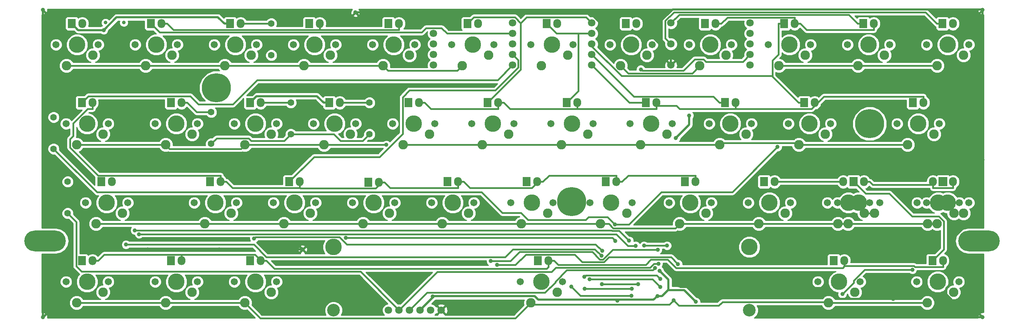
<source format=gtl>
G04 (created by PCBNEW (2013-02-13 BZR 3947)-testing) date 9/20/2013 1:25:37 PM*
%MOIN*%
G04 Gerber Fmt 3.4, Leading zero omitted, Abs format*
%FSLAX34Y34*%
G01*
G70*
G90*
G04 APERTURE LIST*
%ADD10C,0*%
%ADD11O,0.3937X0.1969*%
%ADD12C,0.2756*%
%ADD13C,0.0354331*%
%ADD14C,0.0708661*%
%ADD15C,0.0629921*%
%ADD16C,0.09*%
%ADD17C,0.157*%
%ADD18C,0.067*%
%ADD19O,0.075X0.085*%
%ADD20R,0.075X0.085*%
%ADD21C,0.0393701*%
%ADD22C,0.12*%
%ADD23C,0.016*%
%ADD24C,0.02*%
%ADD25C,0.01*%
G04 APERTURE END LIST*
G54D10*
G54D11*
X89071Y-22244D03*
G54D12*
X78701Y-11122D03*
X16801Y-7722D03*
X50472Y-18503D03*
G54D11*
X574Y-22244D03*
G54D13*
X6299Y-1523D03*
X8031Y-1523D03*
G54D14*
X37376Y-2559D03*
X37376Y-3559D03*
X37376Y-4559D03*
X44876Y-5559D03*
X44876Y-4559D03*
X44876Y-1559D03*
X37376Y-5559D03*
X52376Y-2559D03*
X52376Y-5559D03*
X52376Y-4559D03*
X52376Y-3559D03*
X59876Y-1559D03*
X59876Y-3559D03*
X52376Y-1559D03*
X37111Y-28809D03*
X35111Y-28809D03*
X33111Y-28809D03*
X36111Y-28809D03*
X34111Y-28809D03*
X38111Y-28809D03*
X44876Y-2559D03*
X44876Y-3559D03*
X67376Y-5559D03*
X67376Y-1559D03*
X67376Y-3559D03*
X67376Y-4559D03*
X67376Y-2559D03*
X59876Y-5559D03*
G54D15*
X1376Y-13509D03*
X1376Y-10509D03*
X2701Y-16622D03*
X2701Y-19622D03*
G54D16*
X3551Y-28122D03*
X6051Y-27122D03*
G54D17*
X4551Y-26122D03*
G54D18*
X6551Y-26122D03*
X2551Y-26122D03*
G54D16*
X3551Y-13122D03*
X6051Y-12122D03*
G54D17*
X4551Y-11122D03*
G54D18*
X6551Y-11122D03*
X2551Y-11122D03*
G54D16*
X5401Y-20622D03*
X7901Y-19622D03*
G54D17*
X6401Y-18622D03*
G54D18*
X8401Y-18622D03*
X4401Y-18622D03*
G54D19*
X24701Y-16622D03*
G54D20*
X23701Y-16622D03*
G54D19*
X13501Y-24122D03*
G54D20*
X12501Y-24122D03*
G54D19*
X17201Y-16622D03*
G54D20*
X16201Y-16622D03*
G54D19*
X5051Y-9122D03*
G54D20*
X4051Y-9122D03*
G54D19*
X11601Y-1621D03*
G54D20*
X10601Y-1621D03*
G54D19*
X5051Y-24122D03*
G54D20*
X4051Y-24122D03*
G54D16*
X85101Y-20622D03*
X87601Y-19622D03*
G54D17*
X86101Y-18622D03*
G54D18*
X88101Y-18622D03*
X84101Y-18622D03*
G54D16*
X49501Y-13122D03*
X52001Y-12122D03*
G54D17*
X50501Y-11122D03*
G54D18*
X52501Y-11122D03*
X48501Y-11122D03*
G54D16*
X70101Y-5622D03*
X72601Y-4622D03*
G54D17*
X71101Y-3622D03*
G54D18*
X73101Y-3622D03*
X69101Y-3622D03*
G54D16*
X32601Y-5622D03*
X35101Y-4622D03*
G54D17*
X33601Y-3622D03*
G54D18*
X35601Y-3622D03*
X31601Y-3622D03*
G54D16*
X84151Y-28122D03*
X86651Y-27122D03*
G54D17*
X85151Y-26122D03*
G54D18*
X87151Y-26122D03*
X83151Y-26122D03*
G54D16*
X74801Y-28122D03*
X77301Y-27122D03*
G54D17*
X75801Y-26122D03*
G54D18*
X77801Y-26122D03*
X73801Y-26122D03*
G54D16*
X19501Y-28122D03*
X22001Y-27122D03*
G54D17*
X20501Y-26122D03*
G54D18*
X22501Y-26122D03*
X18501Y-26122D03*
G54D16*
X12001Y-28122D03*
X14501Y-27122D03*
G54D17*
X13001Y-26122D03*
G54D18*
X15001Y-26122D03*
X11001Y-26122D03*
G54D16*
X76651Y-20622D03*
X79151Y-19622D03*
G54D17*
X77651Y-18622D03*
G54D18*
X79651Y-18622D03*
X75651Y-18622D03*
G54D16*
X68201Y-20622D03*
X70701Y-19622D03*
G54D17*
X69201Y-18622D03*
G54D18*
X71201Y-18622D03*
X67201Y-18622D03*
G54D16*
X27001Y-13122D03*
X29501Y-12122D03*
G54D17*
X28001Y-11122D03*
G54D18*
X30001Y-11122D03*
X26001Y-11122D03*
G54D16*
X19501Y-13122D03*
X22001Y-12122D03*
G54D17*
X20501Y-11122D03*
G54D18*
X22501Y-11122D03*
X18501Y-11122D03*
G54D16*
X12001Y-13122D03*
X14501Y-12122D03*
G54D17*
X13001Y-11122D03*
G54D18*
X15001Y-11122D03*
X11001Y-11122D03*
G54D16*
X85101Y-5622D03*
X87601Y-4622D03*
G54D17*
X86101Y-3622D03*
G54D18*
X88101Y-3622D03*
X84101Y-3622D03*
G54D16*
X62601Y-5622D03*
X65101Y-4622D03*
G54D17*
X63601Y-3622D03*
G54D18*
X65601Y-3622D03*
X61601Y-3622D03*
G54D16*
X55101Y-5622D03*
X57601Y-4622D03*
G54D17*
X56101Y-3622D03*
G54D18*
X58101Y-3622D03*
X54101Y-3622D03*
G54D16*
X47601Y-5622D03*
X50101Y-4622D03*
G54D17*
X48601Y-3622D03*
G54D18*
X50601Y-3622D03*
X46601Y-3622D03*
G54D16*
X40101Y-5622D03*
X42601Y-4622D03*
G54D17*
X41101Y-3622D03*
G54D18*
X43101Y-3622D03*
X39101Y-3622D03*
G54D16*
X25101Y-5622D03*
X27601Y-4622D03*
G54D17*
X26101Y-3622D03*
G54D18*
X28101Y-3622D03*
X24101Y-3622D03*
G54D16*
X17601Y-5622D03*
X20101Y-4622D03*
G54D17*
X18601Y-3622D03*
G54D18*
X20601Y-3622D03*
X16601Y-3622D03*
G54D16*
X10101Y-5622D03*
X12601Y-4622D03*
G54D17*
X11101Y-3622D03*
G54D18*
X13101Y-3622D03*
X9101Y-3622D03*
G54D16*
X60701Y-20622D03*
X63201Y-19622D03*
G54D17*
X61701Y-18622D03*
G54D18*
X63701Y-18622D03*
X59701Y-18622D03*
G54D16*
X53201Y-20622D03*
X55701Y-19622D03*
G54D17*
X54201Y-18622D03*
G54D18*
X56201Y-18622D03*
X52201Y-18622D03*
G54D16*
X45701Y-20622D03*
X48201Y-19622D03*
G54D17*
X46701Y-18622D03*
G54D18*
X48701Y-18622D03*
X44701Y-18622D03*
G54D16*
X38201Y-20622D03*
X40701Y-19622D03*
G54D17*
X39201Y-18622D03*
G54D18*
X41201Y-18622D03*
X37201Y-18622D03*
G54D16*
X30701Y-20622D03*
X33201Y-19622D03*
G54D17*
X31701Y-18622D03*
G54D18*
X33701Y-18622D03*
X29701Y-18622D03*
G54D16*
X23201Y-20622D03*
X25701Y-19622D03*
G54D17*
X24201Y-18622D03*
G54D18*
X26201Y-18622D03*
X22201Y-18622D03*
G54D16*
X15701Y-20622D03*
X18201Y-19622D03*
G54D17*
X16701Y-18622D03*
G54D18*
X18701Y-18622D03*
X14701Y-18622D03*
G54D16*
X82301Y-13122D03*
X84801Y-12122D03*
G54D17*
X83301Y-11122D03*
G54D18*
X85301Y-11122D03*
X81301Y-11122D03*
G54D16*
X72001Y-13122D03*
X74501Y-12122D03*
G54D17*
X73001Y-11122D03*
G54D18*
X75001Y-11122D03*
X71001Y-11122D03*
G54D16*
X64501Y-13122D03*
X67001Y-12122D03*
G54D17*
X65501Y-11122D03*
G54D18*
X67501Y-11122D03*
X63501Y-11122D03*
G54D16*
X57001Y-13122D03*
X59501Y-12122D03*
G54D17*
X58001Y-11122D03*
G54D18*
X60001Y-11122D03*
X56001Y-11122D03*
G54D16*
X42001Y-13122D03*
X44501Y-12122D03*
G54D17*
X43001Y-11122D03*
G54D18*
X45001Y-11122D03*
X41001Y-11122D03*
G54D16*
X34501Y-13122D03*
X37001Y-12122D03*
G54D17*
X35501Y-11122D03*
G54D18*
X37501Y-11122D03*
X33501Y-11122D03*
G54D16*
X77601Y-5622D03*
X80101Y-4622D03*
G54D17*
X78601Y-3622D03*
G54D18*
X80601Y-3622D03*
X76601Y-3622D03*
G54D19*
X48271Y-24124D03*
G54D20*
X47271Y-24124D03*
G54D19*
X62201Y-16622D03*
G54D20*
X61201Y-16622D03*
G54D19*
X54701Y-16622D03*
G54D20*
X53701Y-16622D03*
G54D19*
X47201Y-16622D03*
G54D20*
X46201Y-16622D03*
G54D19*
X39701Y-16622D03*
G54D20*
X38701Y-16622D03*
G54D19*
X83801Y-9122D03*
G54D20*
X82801Y-9122D03*
G54D19*
X73501Y-9122D03*
G54D20*
X72501Y-9122D03*
G54D19*
X66001Y-9122D03*
G54D20*
X65001Y-9122D03*
G54D19*
X32201Y-16672D03*
G54D20*
X31201Y-16672D03*
G54D19*
X58501Y-9122D03*
G54D20*
X57501Y-9122D03*
G54D19*
X34101Y-1622D03*
G54D20*
X33101Y-1622D03*
G54D19*
X41601Y-1622D03*
G54D20*
X40601Y-1622D03*
G54D19*
X49101Y-1622D03*
G54D20*
X48101Y-1622D03*
G54D19*
X56601Y-1622D03*
G54D20*
X55601Y-1622D03*
G54D19*
X26601Y-1622D03*
G54D20*
X25601Y-1622D03*
G54D19*
X51001Y-9122D03*
G54D20*
X50001Y-9122D03*
G54D19*
X64101Y-1622D03*
G54D20*
X63101Y-1622D03*
G54D19*
X71601Y-1622D03*
G54D20*
X70601Y-1622D03*
G54D19*
X79101Y-1622D03*
G54D20*
X78101Y-1622D03*
G54D19*
X86601Y-1622D03*
G54D20*
X85601Y-1622D03*
G54D19*
X36001Y-9122D03*
G54D20*
X35001Y-9122D03*
G54D19*
X43501Y-9122D03*
G54D20*
X42501Y-9122D03*
G54D19*
X85651Y-24122D03*
G54D20*
X84651Y-24122D03*
G54D19*
X76301Y-24122D03*
G54D20*
X75301Y-24122D03*
G54D19*
X69701Y-16622D03*
G54D20*
X68701Y-16622D03*
G54D19*
X78151Y-16622D03*
G54D20*
X77151Y-16622D03*
G54D19*
X21001Y-24122D03*
G54D20*
X20001Y-24122D03*
G54D19*
X86601Y-16622D03*
G54D20*
X85601Y-16622D03*
G54D19*
X4101Y-1621D03*
G54D20*
X3101Y-1621D03*
G54D16*
X2601Y-5622D03*
X5101Y-4622D03*
G54D17*
X3601Y-3622D03*
G54D18*
X5601Y-3622D03*
X1601Y-3622D03*
G54D19*
X6901Y-16622D03*
G54D20*
X5901Y-16622D03*
G54D15*
X31301Y-12122D03*
X31301Y-9122D03*
X23851Y-12122D03*
X23851Y-9122D03*
X16301Y-13022D03*
X16301Y-10022D03*
X22001Y-4622D03*
X22001Y-1622D03*
G54D19*
X28501Y-9122D03*
G54D20*
X27501Y-9122D03*
G54D19*
X21001Y-9122D03*
G54D20*
X20001Y-9122D03*
G54D19*
X13501Y-9122D03*
G54D20*
X12501Y-9122D03*
G54D19*
X19101Y-1622D03*
G54D20*
X18101Y-1622D03*
G54D21*
X351Y-29472D03*
X89401Y-322D03*
X89401Y-29472D03*
X351Y-322D03*
X24976Y-23059D03*
X29976Y-559D03*
G54D16*
X46601Y-28122D03*
X49101Y-27122D03*
G54D17*
X47601Y-26122D03*
G54D18*
X49601Y-26122D03*
X45601Y-26122D03*
G54D22*
X67301Y-28822D03*
X27901Y-28822D03*
G54D17*
X67301Y-22822D03*
X27901Y-22822D03*
G54D16*
X84201Y-20622D03*
X86701Y-19622D03*
G54D17*
X85201Y-18622D03*
G54D18*
X87201Y-18622D03*
X83201Y-18622D03*
G54D16*
X75701Y-20622D03*
X78201Y-19622D03*
G54D17*
X76701Y-18622D03*
G54D18*
X78701Y-18622D03*
X74701Y-18622D03*
G54D19*
X76201Y-16622D03*
G54D20*
X77201Y-16622D03*
G54D19*
X84701Y-16622D03*
G54D20*
X85701Y-16622D03*
G54D21*
X69972Y-13319D03*
X54549Y-20680D03*
X57022Y-5973D03*
X42792Y-24152D03*
X58615Y-23076D03*
X58689Y-24402D03*
X8226Y-22591D03*
X53287Y-23652D03*
X76123Y-27287D03*
X82763Y-24971D03*
X20374Y-21996D03*
X53346Y-23178D03*
X29048Y-21954D03*
X54609Y-22243D03*
X50421Y-26569D03*
X56128Y-27445D03*
X51685Y-26786D03*
X56149Y-26786D03*
X53313Y-26347D03*
X56747Y-26347D03*
X58377Y-24802D03*
X51662Y-25632D03*
X58849Y-25834D03*
X32905Y-13122D03*
X52171Y-25882D03*
X58849Y-26612D03*
X60139Y-27886D03*
X43409Y-24512D03*
X60544Y-24438D03*
X83526Y-22834D03*
X77176Y-14534D03*
X81551Y-14559D03*
X74701Y-15234D03*
X89401Y-14559D03*
X69751Y-26717D03*
X80926Y-27761D03*
X80901Y-25859D03*
X80901Y-22809D03*
X69751Y-22234D03*
X26276Y-24384D03*
X23351Y-22834D03*
X23351Y-24409D03*
X26276Y-26509D03*
X33426Y-26484D03*
X18851Y-14984D03*
X10311Y-23059D03*
X17051Y-23059D03*
X2451Y-15584D03*
X10389Y-14609D03*
X10389Y-10084D03*
X6485Y-614D03*
X60572Y-26451D03*
X60548Y-25392D03*
X63371Y-26627D03*
X59499Y-22685D03*
X57315Y-22685D03*
X9465Y-21597D03*
X56536Y-22700D03*
X9063Y-21232D03*
X55908Y-22209D03*
X6128Y-2231D03*
X37288Y-27507D03*
X54797Y-27925D03*
X58580Y-27468D03*
X58779Y-25071D03*
X60334Y-12491D03*
X61608Y-10337D03*
X62234Y-28028D03*
G54D23*
X16816Y-12507D02*
X16301Y-13022D01*
X19859Y-12507D02*
X16816Y-12507D01*
X20095Y-12743D02*
X19859Y-12507D01*
X23230Y-12743D02*
X20095Y-12743D01*
X23851Y-12122D02*
X23230Y-12743D01*
X30677Y-12746D02*
X31301Y-12122D01*
X28545Y-12746D02*
X30677Y-12746D01*
X27921Y-12122D02*
X28545Y-12746D01*
X23851Y-12122D02*
X27921Y-12122D01*
X65685Y-17607D02*
X69972Y-13319D01*
X58962Y-17607D02*
X65685Y-17607D01*
X55889Y-20680D02*
X58962Y-17607D01*
X54549Y-20680D02*
X55889Y-20680D01*
X53860Y-19991D02*
X54549Y-20680D01*
X52050Y-19991D02*
X53860Y-19991D01*
X51793Y-20247D02*
X52050Y-19991D01*
X46327Y-20247D02*
X51793Y-20247D01*
X45646Y-19567D02*
X46327Y-20247D01*
X43893Y-19567D02*
X45646Y-19567D01*
X41943Y-17617D02*
X43893Y-19567D01*
X5484Y-17617D02*
X41943Y-17617D01*
X1376Y-13509D02*
X5484Y-17617D01*
X57145Y-6095D02*
X57022Y-5973D01*
X61047Y-6095D02*
X57145Y-6095D01*
X62133Y-5009D02*
X61047Y-6095D01*
X62962Y-5009D02*
X62133Y-5009D01*
X63199Y-5247D02*
X62962Y-5009D01*
X66687Y-5247D02*
X63199Y-5247D01*
X67376Y-4559D02*
X66687Y-5247D01*
X43461Y-6974D02*
X44876Y-5559D01*
X20656Y-6974D02*
X43461Y-6974D01*
X18355Y-9275D02*
X20656Y-6974D01*
X15080Y-9275D02*
X18355Y-9275D01*
X14323Y-8518D02*
X15080Y-9275D01*
X4655Y-8518D02*
X14323Y-8518D01*
X4051Y-9122D02*
X4655Y-8518D01*
X77201Y-16622D02*
X77151Y-16622D01*
X85721Y-23051D02*
X84651Y-24122D01*
X85721Y-20372D02*
X85721Y-23051D01*
X85261Y-19912D02*
X85721Y-20372D01*
X82721Y-19912D02*
X85261Y-19912D01*
X80559Y-17750D02*
X82721Y-19912D01*
X78330Y-17750D02*
X80559Y-17750D01*
X77201Y-16622D02*
X78330Y-17750D01*
X72501Y-9122D02*
X71966Y-9122D01*
X70601Y-1622D02*
X70066Y-1622D01*
X52376Y-3767D02*
X52376Y-3559D01*
X55189Y-6580D02*
X52376Y-3767D01*
X69480Y-6580D02*
X55189Y-6580D01*
X69480Y-6635D02*
X69480Y-6580D01*
X71966Y-9122D02*
X69480Y-6635D01*
X70066Y-4542D02*
X70066Y-1622D01*
X69480Y-5128D02*
X70066Y-4542D01*
X69480Y-6580D02*
X69480Y-5128D01*
X85701Y-16622D02*
X85601Y-16622D01*
X60649Y-785D02*
X59876Y-1559D01*
X76730Y-785D02*
X60649Y-785D01*
X77566Y-1622D02*
X76730Y-785D01*
X78101Y-1622D02*
X77566Y-1622D01*
X85601Y-1622D02*
X85066Y-1622D01*
X59342Y-3025D02*
X59876Y-3559D01*
X59342Y-1359D02*
X59342Y-3025D01*
X60156Y-545D02*
X59342Y-1359D01*
X83990Y-545D02*
X60156Y-545D01*
X85066Y-1622D02*
X83990Y-545D01*
X38663Y-2559D02*
X44876Y-2559D01*
X38144Y-2040D02*
X38663Y-2559D01*
X36656Y-2040D02*
X38144Y-2040D01*
X36248Y-2447D02*
X36656Y-2040D01*
X11427Y-2447D02*
X36248Y-2447D01*
X10601Y-1621D02*
X11427Y-2447D01*
X45404Y-5087D02*
X44876Y-4559D01*
X45404Y-5788D02*
X45404Y-5087D01*
X43232Y-7960D02*
X45404Y-5788D01*
X35089Y-7960D02*
X43232Y-7960D01*
X34448Y-8601D02*
X35089Y-7960D01*
X34448Y-12087D02*
X34448Y-8601D01*
X32264Y-14271D02*
X34448Y-12087D01*
X26051Y-14271D02*
X32264Y-14271D01*
X23701Y-16622D02*
X26051Y-14271D01*
X51843Y-1026D02*
X52376Y-1559D01*
X46197Y-1026D02*
X51843Y-1026D01*
X45644Y-1579D02*
X46197Y-1026D01*
X45644Y-5978D02*
X45644Y-1579D01*
X42501Y-9122D02*
X45644Y-5978D01*
X41206Y-1017D02*
X40601Y-1622D01*
X45083Y-1017D02*
X41206Y-1017D01*
X45644Y-1579D02*
X45083Y-1017D01*
X51096Y-8026D02*
X51096Y-2559D01*
X50001Y-9122D02*
X51096Y-8026D01*
X49038Y-2559D02*
X51096Y-2559D01*
X48101Y-1622D02*
X49038Y-2559D01*
X51096Y-2559D02*
X52376Y-2559D01*
X57501Y-9122D02*
X56966Y-9122D01*
X55939Y-9122D02*
X56966Y-9122D01*
X52376Y-5559D02*
X55939Y-9122D01*
X56354Y-8536D02*
X52376Y-4559D01*
X63881Y-8536D02*
X56354Y-8536D01*
X64466Y-9122D02*
X63881Y-8536D01*
X65001Y-9122D02*
X64466Y-9122D01*
X11601Y-1621D02*
X12136Y-1621D01*
X26601Y-1622D02*
X26601Y-2207D01*
X34101Y-2207D02*
X26601Y-2207D01*
X34101Y-1622D02*
X34101Y-2207D01*
X12722Y-2207D02*
X12136Y-1621D01*
X26601Y-2207D02*
X12722Y-2207D01*
X64101Y-1622D02*
X64636Y-1622D01*
X72721Y-2207D02*
X79101Y-2207D01*
X72136Y-1622D02*
X72721Y-2207D01*
X65221Y-1036D02*
X64636Y-1622D01*
X71601Y-1036D02*
X65221Y-1036D01*
X71601Y-1622D02*
X71601Y-1036D01*
X71601Y-1622D02*
X72136Y-1622D01*
X79101Y-1622D02*
X79101Y-2207D01*
X73501Y-9122D02*
X73501Y-9413D01*
X74377Y-8536D02*
X83801Y-8536D01*
X73501Y-9413D02*
X74377Y-8536D01*
X83801Y-9122D02*
X83801Y-8536D01*
X43501Y-9122D02*
X44036Y-9122D01*
X51001Y-9122D02*
X51001Y-9707D01*
X44621Y-9707D02*
X51001Y-9707D01*
X44036Y-9122D02*
X44621Y-9707D01*
X51001Y-9707D02*
X58501Y-9707D01*
X58501Y-9122D02*
X58501Y-9414D01*
X58501Y-9414D02*
X58501Y-9707D01*
X66001Y-9122D02*
X66001Y-9647D01*
X66001Y-9647D02*
X66001Y-9707D01*
X73207Y-9707D02*
X73501Y-9413D01*
X66001Y-9707D02*
X73207Y-9707D01*
X43501Y-9122D02*
X43501Y-9707D01*
X37121Y-9707D02*
X43501Y-9707D01*
X36536Y-9122D02*
X37121Y-9707D01*
X36001Y-9122D02*
X36536Y-9122D01*
X60396Y-9414D02*
X58501Y-9414D01*
X60688Y-9707D02*
X60396Y-9414D01*
X66001Y-9707D02*
X60688Y-9707D01*
X76201Y-16622D02*
X69701Y-16622D01*
X18321Y-17207D02*
X17736Y-16622D01*
X24701Y-17207D02*
X18321Y-17207D01*
X17201Y-16622D02*
X17736Y-16622D01*
X5603Y-16036D02*
X17201Y-16036D01*
X2929Y-13363D02*
X5603Y-16036D01*
X2929Y-12583D02*
X2929Y-13363D01*
X3233Y-12280D02*
X2929Y-12583D01*
X3233Y-11083D02*
X3233Y-12280D01*
X4609Y-9707D02*
X3233Y-11083D01*
X5051Y-9707D02*
X4609Y-9707D01*
X5051Y-9122D02*
X5051Y-9707D01*
X17201Y-16622D02*
X17201Y-16036D01*
X86601Y-16622D02*
X86601Y-17207D01*
X84701Y-17207D02*
X86601Y-17207D01*
X24701Y-16622D02*
X24701Y-17207D01*
X84701Y-16622D02*
X84701Y-16914D01*
X84701Y-16914D02*
X84701Y-17207D01*
X78978Y-16914D02*
X78686Y-16622D01*
X84701Y-16914D02*
X78978Y-16914D01*
X78151Y-16622D02*
X78686Y-16622D01*
X55821Y-16036D02*
X55236Y-16622D01*
X62201Y-16036D02*
X55821Y-16036D01*
X62201Y-16622D02*
X62201Y-16036D01*
X54701Y-16622D02*
X55236Y-16622D01*
X48321Y-16036D02*
X54701Y-16036D01*
X47736Y-16622D02*
X48321Y-16036D01*
X54701Y-16622D02*
X54701Y-16036D01*
X47469Y-16622D02*
X47364Y-16622D01*
X47469Y-16622D02*
X47736Y-16622D01*
X47201Y-16622D02*
X47283Y-16622D01*
X47283Y-16622D02*
X47364Y-16622D01*
X40821Y-17207D02*
X40236Y-16622D01*
X46698Y-17207D02*
X40821Y-17207D01*
X47283Y-16622D02*
X46698Y-17207D01*
X39701Y-16622D02*
X40236Y-16622D01*
X33271Y-17207D02*
X39701Y-17207D01*
X32736Y-16672D02*
X33271Y-17207D01*
X39701Y-16622D02*
X39701Y-17207D01*
X32201Y-16672D02*
X32469Y-16672D01*
X32469Y-16672D02*
X32736Y-16672D01*
X24751Y-17257D02*
X24701Y-17207D01*
X31883Y-17257D02*
X24751Y-17257D01*
X32469Y-16672D02*
X31883Y-17257D01*
X6171Y-23536D02*
X5586Y-24122D01*
X13501Y-23536D02*
X6171Y-23536D01*
X5051Y-24122D02*
X5586Y-24122D01*
X13501Y-24122D02*
X13501Y-23536D01*
X85651Y-24122D02*
X85651Y-24707D01*
X76301Y-24122D02*
X76301Y-24647D01*
X48271Y-24124D02*
X48271Y-24709D01*
X20449Y-23536D02*
X13501Y-23536D01*
X21001Y-24088D02*
X20449Y-23536D01*
X21001Y-24122D02*
X21001Y-24088D01*
X48106Y-24873D02*
X48271Y-24709D01*
X22288Y-24873D02*
X48106Y-24873D01*
X21536Y-24122D02*
X22288Y-24873D01*
X21001Y-24122D02*
X21536Y-24122D01*
X76334Y-24614D02*
X76301Y-24647D01*
X82911Y-24614D02*
X76334Y-24614D01*
X83004Y-24707D02*
X82911Y-24614D01*
X85651Y-24707D02*
X83004Y-24707D01*
X49180Y-24497D02*
X48806Y-24124D01*
X57498Y-24497D02*
X49180Y-24497D01*
X57976Y-24019D02*
X57498Y-24497D01*
X59565Y-24019D02*
X57976Y-24019D01*
X60347Y-24801D02*
X59565Y-24019D01*
X76146Y-24801D02*
X60347Y-24801D01*
X76301Y-24647D02*
X76146Y-24801D01*
X48271Y-24124D02*
X48806Y-24124D01*
X54368Y-23076D02*
X58615Y-23076D01*
X53435Y-24009D02*
X54368Y-23076D01*
X53139Y-24009D02*
X53435Y-24009D01*
X52421Y-23291D02*
X53139Y-24009D01*
X45531Y-23291D02*
X52421Y-23291D01*
X44670Y-24152D02*
X45531Y-23291D01*
X42792Y-24152D02*
X44670Y-24152D01*
X30453Y-25151D02*
X34111Y-28809D01*
X4027Y-25151D02*
X30453Y-25151D01*
X3516Y-24640D02*
X4027Y-25151D01*
X3516Y-20436D02*
X3516Y-24640D01*
X2701Y-19622D02*
X3516Y-20436D01*
X58273Y-24402D02*
X58689Y-24402D01*
X57895Y-24780D02*
X58273Y-24402D01*
X48970Y-24780D02*
X57895Y-24780D01*
X48573Y-25176D02*
X48970Y-24780D01*
X37743Y-25176D02*
X48573Y-25176D01*
X34111Y-28809D02*
X37743Y-25176D01*
X52669Y-23034D02*
X53287Y-23652D01*
X44886Y-23034D02*
X52669Y-23034D01*
X44147Y-23773D02*
X44886Y-23034D01*
X21528Y-23773D02*
X44147Y-23773D01*
X20345Y-22591D02*
X21528Y-23773D01*
X8226Y-22591D02*
X20345Y-22591D01*
X78240Y-24971D02*
X82763Y-24971D01*
X77186Y-26025D02*
X78240Y-24971D01*
X77186Y-26225D02*
X77186Y-26025D01*
X76123Y-27287D02*
X77186Y-26225D01*
X52738Y-22571D02*
X53346Y-23178D01*
X29160Y-22571D02*
X52738Y-22571D01*
X28465Y-21876D02*
X29160Y-22571D01*
X20495Y-21876D02*
X28465Y-21876D01*
X20374Y-21996D02*
X20495Y-21876D01*
X54321Y-21954D02*
X54609Y-22243D01*
X29048Y-21954D02*
X54321Y-21954D01*
X51297Y-27445D02*
X56128Y-27445D01*
X50421Y-26569D02*
X51297Y-27445D01*
X56149Y-26786D02*
X51685Y-26786D01*
X56747Y-26347D02*
X53313Y-26347D01*
X58160Y-25020D02*
X58377Y-24802D01*
X50000Y-25020D02*
X58160Y-25020D01*
X48919Y-26100D02*
X50000Y-25020D01*
X48919Y-26168D02*
X48919Y-26100D01*
X47939Y-27148D02*
X48919Y-26168D01*
X36771Y-27148D02*
X47939Y-27148D01*
X35111Y-28809D02*
X36771Y-27148D01*
X85101Y-5622D02*
X77601Y-5622D01*
X77601Y-5622D02*
X70101Y-5622D01*
X2601Y-5622D02*
X10101Y-5622D01*
X10101Y-5622D02*
X17601Y-5622D01*
X17601Y-5622D02*
X25101Y-5622D01*
X25101Y-5622D02*
X32601Y-5622D01*
X39629Y-6094D02*
X40101Y-5622D01*
X33073Y-6094D02*
X39629Y-6094D01*
X32601Y-5622D02*
X33073Y-6094D01*
X58526Y-25511D02*
X58849Y-25834D01*
X51782Y-25511D02*
X58526Y-25511D01*
X51662Y-25632D02*
X51782Y-25511D01*
X61882Y-6340D02*
X62601Y-5622D01*
X55820Y-6340D02*
X61882Y-6340D01*
X55101Y-5622D02*
X55820Y-6340D01*
X72001Y-13122D02*
X82301Y-13122D01*
X19501Y-13122D02*
X27001Y-13122D01*
X34501Y-13122D02*
X42001Y-13122D01*
X12376Y-13497D02*
X12001Y-13122D01*
X19126Y-13497D02*
X12376Y-13497D01*
X19501Y-13122D02*
X19126Y-13497D01*
X12001Y-13122D02*
X3551Y-13122D01*
X32905Y-13122D02*
X27001Y-13122D01*
X42001Y-13122D02*
X49501Y-13122D01*
X49501Y-13122D02*
X57001Y-13122D01*
X58118Y-25882D02*
X52171Y-25882D01*
X58849Y-26612D02*
X58118Y-25882D01*
X57001Y-13122D02*
X64501Y-13122D01*
X71831Y-12951D02*
X72001Y-13122D01*
X64672Y-12951D02*
X71831Y-12951D01*
X64501Y-13122D02*
X64672Y-12951D01*
X76651Y-20622D02*
X75701Y-20622D01*
X23201Y-20622D02*
X15701Y-20622D01*
X76651Y-20622D02*
X84201Y-20622D01*
X84201Y-20622D02*
X85101Y-20622D01*
X75701Y-20622D02*
X68201Y-20622D01*
X30701Y-20622D02*
X23201Y-20622D01*
X38201Y-20622D02*
X30701Y-20622D01*
X38201Y-20622D02*
X45701Y-20622D01*
X45701Y-20622D02*
X53201Y-20622D01*
X15701Y-20622D02*
X5401Y-20622D01*
X68201Y-20622D02*
X60701Y-20622D01*
X60286Y-21037D02*
X60701Y-20622D01*
X54401Y-21037D02*
X60286Y-21037D01*
X53986Y-20622D02*
X54401Y-21037D01*
X53201Y-20622D02*
X53986Y-20622D01*
X12001Y-28122D02*
X3551Y-28122D01*
X84151Y-28122D02*
X74801Y-28122D01*
X74721Y-28042D02*
X74801Y-28122D01*
X64749Y-28042D02*
X74721Y-28042D01*
X64400Y-28390D02*
X64749Y-28042D01*
X60643Y-28390D02*
X64400Y-28390D01*
X60139Y-27886D02*
X60643Y-28390D01*
X19501Y-28122D02*
X12001Y-28122D01*
X59732Y-28293D02*
X60139Y-27886D01*
X46772Y-28293D02*
X59732Y-28293D01*
X46601Y-28122D02*
X46772Y-28293D01*
X20972Y-29593D02*
X19501Y-28122D01*
X45130Y-29593D02*
X20972Y-29593D01*
X46601Y-28122D02*
X45130Y-29593D01*
X45142Y-24512D02*
X43409Y-24512D01*
X46116Y-23538D02*
X45142Y-24512D01*
X50745Y-23538D02*
X46116Y-23538D01*
X51456Y-24249D02*
X50745Y-23538D01*
X53534Y-24249D02*
X51456Y-24249D01*
X54005Y-23779D02*
X53534Y-24249D01*
X59885Y-23779D02*
X54005Y-23779D01*
X60544Y-24438D02*
X59885Y-23779D01*
G54D24*
X80901Y-22809D02*
X83501Y-22809D01*
X83501Y-22809D02*
X83526Y-22834D01*
X77176Y-14534D02*
X75401Y-14534D01*
X89401Y-14559D02*
X81651Y-14559D01*
X77201Y-14559D02*
X77176Y-14534D01*
X81551Y-14559D02*
X77201Y-14559D01*
X81651Y-14559D02*
X81551Y-14559D01*
X75401Y-14534D02*
X74701Y-15234D01*
X80926Y-25884D02*
X80926Y-27761D01*
X80901Y-25859D02*
X80926Y-25884D01*
X70326Y-22809D02*
X80901Y-22809D01*
X69751Y-22234D02*
X70326Y-22809D01*
X24976Y-23059D02*
X23576Y-23059D01*
X23576Y-23059D02*
X23351Y-22834D01*
X26276Y-24384D02*
X23376Y-24384D01*
X23901Y-23059D02*
X23951Y-23009D01*
X23576Y-23059D02*
X23901Y-23059D01*
X23351Y-22834D02*
X23576Y-23059D01*
X23376Y-24384D02*
X23351Y-24409D01*
X10389Y-14609D02*
X11701Y-14609D01*
X12076Y-14984D02*
X18851Y-14984D01*
X11701Y-14609D02*
X12076Y-14984D01*
X10311Y-23059D02*
X17051Y-23059D01*
X2451Y-15584D02*
X1301Y-15584D01*
X351Y-13484D02*
X2451Y-15584D01*
X351Y-322D02*
X351Y-13484D01*
X351Y-25909D02*
X351Y-29472D01*
X2951Y-23309D02*
X351Y-25909D01*
X2951Y-21284D02*
X2951Y-23309D01*
X1276Y-19609D02*
X2951Y-21284D01*
X1276Y-15609D02*
X1276Y-19609D01*
X1301Y-15584D02*
X1276Y-15609D01*
X10389Y-14609D02*
X10376Y-14609D01*
X10389Y-10084D02*
X10376Y-10084D01*
X644Y-614D02*
X351Y-322D01*
X6485Y-614D02*
X644Y-614D01*
X52160Y-559D02*
X29976Y-559D01*
X54127Y-2526D02*
X52160Y-559D01*
X57776Y-2526D02*
X54127Y-2526D01*
X59876Y-4625D02*
X57776Y-2526D01*
X59876Y-5559D02*
X59876Y-4625D01*
X60017Y-285D02*
X57776Y-2526D01*
X89365Y-285D02*
X60017Y-285D01*
X89401Y-322D02*
X89365Y-285D01*
X88096Y-29472D02*
X85945Y-27320D01*
X89401Y-29472D02*
X88096Y-29472D01*
X89401Y-19213D02*
X89401Y-14559D01*
X89401Y-14559D02*
X89401Y-322D01*
X86353Y-22261D02*
X89401Y-19213D01*
X86353Y-26330D02*
X86353Y-22261D01*
X85945Y-26738D02*
X86353Y-26330D01*
X85945Y-27320D02*
X85945Y-26738D01*
X83952Y-27320D02*
X85945Y-27320D01*
X83512Y-27761D02*
X83952Y-27320D01*
X75745Y-27761D02*
X83512Y-27761D01*
X74702Y-26717D02*
X75745Y-27761D01*
X63461Y-26717D02*
X69751Y-26717D01*
X69751Y-26717D02*
X74702Y-26717D01*
X63371Y-26627D02*
X63461Y-26717D01*
X60747Y-26627D02*
X63371Y-26627D01*
X60572Y-26451D02*
X60747Y-26627D01*
X60572Y-25416D02*
X60548Y-25392D01*
X60572Y-26451D02*
X60572Y-25416D01*
G54D23*
X59499Y-22685D02*
X57315Y-22685D01*
X54696Y-21597D02*
X9465Y-21597D01*
X55799Y-22700D02*
X54696Y-21597D01*
X56536Y-22700D02*
X55799Y-22700D01*
X54975Y-21277D02*
X55908Y-22209D01*
X54302Y-21277D02*
X54975Y-21277D01*
X54257Y-21232D02*
X54302Y-21277D01*
X9063Y-21232D02*
X54257Y-21232D01*
X19101Y-1622D02*
X22001Y-1622D01*
X14936Y-10022D02*
X16301Y-10022D01*
X14036Y-9122D02*
X14936Y-10022D01*
X13501Y-9122D02*
X14036Y-9122D01*
X21001Y-9122D02*
X23851Y-9122D01*
X28501Y-9122D02*
X31301Y-9122D01*
X78201Y-19622D02*
X79151Y-19622D01*
G54D24*
X26336Y-8511D02*
X26946Y-9122D01*
X20611Y-8511D02*
X26336Y-8511D01*
X20001Y-9122D02*
X20611Y-8511D01*
X27501Y-9122D02*
X26946Y-9122D01*
X3711Y-2231D02*
X6128Y-2231D01*
X3101Y-1621D02*
X3711Y-2231D01*
X7343Y-1016D02*
X6128Y-2231D01*
X16940Y-1016D02*
X7343Y-1016D01*
X17546Y-1622D02*
X16940Y-1016D01*
X18101Y-1622D02*
X17546Y-1622D01*
X37339Y-27581D02*
X37339Y-27558D01*
X36111Y-28809D02*
X37339Y-27581D01*
X37288Y-27507D02*
X37288Y-27507D01*
X37339Y-27558D02*
X37288Y-27507D01*
X47308Y-27828D02*
X54797Y-27828D01*
X46962Y-27483D02*
X47308Y-27828D01*
X37413Y-27483D02*
X46962Y-27483D01*
X37339Y-27558D02*
X37413Y-27483D01*
X54797Y-27828D02*
X54797Y-27925D01*
X58220Y-27828D02*
X58580Y-27468D01*
X54797Y-27828D02*
X58220Y-27828D01*
X61608Y-11217D02*
X61608Y-10337D01*
X60334Y-12491D02*
X61608Y-11217D01*
X59030Y-27468D02*
X59632Y-26866D01*
X58580Y-27468D02*
X59030Y-27468D01*
X61113Y-26907D02*
X62234Y-28028D01*
X59673Y-26907D02*
X61113Y-26907D01*
X59632Y-26866D02*
X59673Y-26907D01*
X59632Y-25925D02*
X58779Y-25071D01*
X59632Y-26866D02*
X59632Y-25925D01*
G54D10*
G36*
X27059Y-23443D02*
X25428Y-23443D01*
X25428Y-23116D01*
X25415Y-22938D01*
X25372Y-22833D01*
X25287Y-22818D01*
X25216Y-22889D01*
X25216Y-22747D01*
X25202Y-22663D01*
X25033Y-22607D01*
X24856Y-22619D01*
X24750Y-22663D01*
X24736Y-22747D01*
X24976Y-22988D01*
X25216Y-22747D01*
X25216Y-22889D01*
X25047Y-23059D01*
X25287Y-23299D01*
X25372Y-23284D01*
X25428Y-23116D01*
X25428Y-23443D01*
X25203Y-23443D01*
X25216Y-23370D01*
X24976Y-23129D01*
X24905Y-23200D01*
X24905Y-23059D01*
X24665Y-22818D01*
X24580Y-22833D01*
X24524Y-23001D01*
X24536Y-23179D01*
X24580Y-23284D01*
X24665Y-23299D01*
X24905Y-23059D01*
X24905Y-23200D01*
X24736Y-23370D01*
X24748Y-23443D01*
X21664Y-23443D01*
X20605Y-22384D01*
X20627Y-22375D01*
X20753Y-22250D01*
X20771Y-22206D01*
X27053Y-22206D01*
X27024Y-22235D01*
X26866Y-22615D01*
X26866Y-23027D01*
X27023Y-23407D01*
X27059Y-23443D01*
X27059Y-23443D01*
G37*
G54D25*
X27059Y-23443D02*
X25428Y-23443D01*
X25428Y-23116D01*
X25415Y-22938D01*
X25372Y-22833D01*
X25287Y-22818D01*
X25216Y-22889D01*
X25216Y-22747D01*
X25202Y-22663D01*
X25033Y-22607D01*
X24856Y-22619D01*
X24750Y-22663D01*
X24736Y-22747D01*
X24976Y-22988D01*
X25216Y-22747D01*
X25216Y-22889D01*
X25047Y-23059D01*
X25287Y-23299D01*
X25372Y-23284D01*
X25428Y-23116D01*
X25428Y-23443D01*
X25203Y-23443D01*
X25216Y-23370D01*
X24976Y-23129D01*
X24905Y-23200D01*
X24905Y-23059D01*
X24665Y-22818D01*
X24580Y-22833D01*
X24524Y-23001D01*
X24536Y-23179D01*
X24580Y-23284D01*
X24665Y-23299D01*
X24905Y-23059D01*
X24905Y-23200D01*
X24736Y-23370D01*
X24748Y-23443D01*
X21664Y-23443D01*
X20605Y-22384D01*
X20627Y-22375D01*
X20753Y-22250D01*
X20771Y-22206D01*
X27053Y-22206D01*
X27024Y-22235D01*
X26866Y-22615D01*
X26866Y-23027D01*
X27023Y-23407D01*
X27059Y-23443D01*
G54D10*
G36*
X32610Y-13459D02*
X32127Y-13941D01*
X26051Y-13941D01*
X25925Y-13967D01*
X25818Y-14038D01*
X25818Y-14038D01*
X23909Y-15947D01*
X23277Y-15947D01*
X23185Y-15984D01*
X23114Y-16055D01*
X23076Y-16147D01*
X23076Y-16246D01*
X23076Y-16877D01*
X18458Y-16877D01*
X17970Y-16388D01*
X17862Y-16317D01*
X17764Y-16297D01*
X17643Y-16116D01*
X17531Y-16042D01*
X17531Y-16036D01*
X17506Y-15910D01*
X17434Y-15803D01*
X17327Y-15732D01*
X17201Y-15706D01*
X5740Y-15706D01*
X3806Y-13773D01*
X3947Y-13715D01*
X4144Y-13519D01*
X4172Y-13452D01*
X11380Y-13452D01*
X11407Y-13518D01*
X11604Y-13715D01*
X11861Y-13821D01*
X12140Y-13822D01*
X12226Y-13786D01*
X12250Y-13802D01*
X12250Y-13802D01*
X12376Y-13827D01*
X19126Y-13827D01*
X19252Y-13802D01*
X19252Y-13802D01*
X19276Y-13786D01*
X19276Y-13786D01*
X19361Y-13821D01*
X19640Y-13822D01*
X19897Y-13715D01*
X20094Y-13519D01*
X20122Y-13452D01*
X26380Y-13452D01*
X26407Y-13518D01*
X26604Y-13715D01*
X26861Y-13821D01*
X27140Y-13822D01*
X27397Y-13715D01*
X27594Y-13519D01*
X27622Y-13452D01*
X32603Y-13452D01*
X32610Y-13459D01*
X32610Y-13459D01*
G37*
G54D25*
X32610Y-13459D02*
X32127Y-13941D01*
X26051Y-13941D01*
X25925Y-13967D01*
X25818Y-14038D01*
X25818Y-14038D01*
X23909Y-15947D01*
X23277Y-15947D01*
X23185Y-15984D01*
X23114Y-16055D01*
X23076Y-16147D01*
X23076Y-16246D01*
X23076Y-16877D01*
X18458Y-16877D01*
X17970Y-16388D01*
X17862Y-16317D01*
X17764Y-16297D01*
X17643Y-16116D01*
X17531Y-16042D01*
X17531Y-16036D01*
X17506Y-15910D01*
X17434Y-15803D01*
X17327Y-15732D01*
X17201Y-15706D01*
X5740Y-15706D01*
X3806Y-13773D01*
X3947Y-13715D01*
X4144Y-13519D01*
X4172Y-13452D01*
X11380Y-13452D01*
X11407Y-13518D01*
X11604Y-13715D01*
X11861Y-13821D01*
X12140Y-13822D01*
X12226Y-13786D01*
X12250Y-13802D01*
X12250Y-13802D01*
X12376Y-13827D01*
X19126Y-13827D01*
X19252Y-13802D01*
X19252Y-13802D01*
X19276Y-13786D01*
X19276Y-13786D01*
X19361Y-13821D01*
X19640Y-13822D01*
X19897Y-13715D01*
X20094Y-13519D01*
X20122Y-13452D01*
X26380Y-13452D01*
X26407Y-13518D01*
X26604Y-13715D01*
X26861Y-13821D01*
X27140Y-13822D01*
X27397Y-13715D01*
X27594Y-13519D01*
X27622Y-13452D01*
X32603Y-13452D01*
X32610Y-13459D01*
G54D10*
G36*
X37249Y-25203D02*
X34244Y-28209D01*
X34232Y-28204D01*
X33991Y-28204D01*
X33978Y-28209D01*
X30972Y-25203D01*
X37249Y-25203D01*
X37249Y-25203D01*
G37*
G54D25*
X37249Y-25203D02*
X34244Y-28209D01*
X34232Y-28204D01*
X33991Y-28204D01*
X33978Y-28209D01*
X30972Y-25203D01*
X37249Y-25203D01*
G54D10*
G36*
X42570Y-24543D02*
X22425Y-24543D01*
X21985Y-24103D01*
X42345Y-24103D01*
X42345Y-24240D01*
X42413Y-24405D01*
X42538Y-24530D01*
X42570Y-24543D01*
X42570Y-24543D01*
G37*
G54D25*
X42570Y-24543D02*
X22425Y-24543D01*
X21985Y-24103D01*
X42345Y-24103D01*
X42345Y-24240D01*
X42413Y-24405D01*
X42538Y-24530D01*
X42570Y-24543D01*
G54D10*
G36*
X43422Y-7304D02*
X43095Y-7630D01*
X35089Y-7630D01*
X34963Y-7655D01*
X34856Y-7727D01*
X34215Y-8368D01*
X34143Y-8475D01*
X34118Y-8601D01*
X34118Y-11950D01*
X34086Y-11982D01*
X34086Y-11006D01*
X33997Y-10791D01*
X33833Y-10626D01*
X33618Y-10537D01*
X33385Y-10536D01*
X33170Y-10625D01*
X33005Y-10790D01*
X32916Y-11005D01*
X32916Y-11237D01*
X33005Y-11452D01*
X33169Y-11617D01*
X33384Y-11706D01*
X33617Y-11707D01*
X33832Y-11618D01*
X33997Y-11453D01*
X34086Y-11238D01*
X34086Y-11006D01*
X34086Y-11982D01*
X33242Y-12827D01*
X33158Y-12743D01*
X32994Y-12675D01*
X32816Y-12675D01*
X32652Y-12743D01*
X32603Y-12792D01*
X31098Y-12792D01*
X31203Y-12686D01*
X31413Y-12687D01*
X31621Y-12601D01*
X31780Y-12442D01*
X31866Y-12234D01*
X31866Y-12010D01*
X31780Y-11802D01*
X31622Y-11643D01*
X31414Y-11557D01*
X31189Y-11556D01*
X30981Y-11642D01*
X30822Y-11801D01*
X30736Y-12009D01*
X30736Y-12220D01*
X30540Y-12416D01*
X30137Y-12416D01*
X30201Y-12261D01*
X30201Y-11983D01*
X30095Y-11726D01*
X30076Y-11707D01*
X30117Y-11707D01*
X30332Y-11618D01*
X30497Y-11453D01*
X30586Y-11238D01*
X30586Y-11006D01*
X30497Y-10791D01*
X30333Y-10626D01*
X30118Y-10537D01*
X29885Y-10536D01*
X29670Y-10625D01*
X29505Y-10790D01*
X29416Y-11005D01*
X29416Y-11237D01*
X29492Y-11422D01*
X29362Y-11421D01*
X29105Y-11528D01*
X28908Y-11725D01*
X28801Y-11982D01*
X28801Y-12260D01*
X28865Y-12416D01*
X28682Y-12416D01*
X28359Y-12093D01*
X28587Y-11999D01*
X28878Y-11709D01*
X29036Y-11328D01*
X29036Y-10917D01*
X28879Y-10536D01*
X28588Y-10245D01*
X28208Y-10087D01*
X27796Y-10086D01*
X27416Y-10244D01*
X27124Y-10535D01*
X26966Y-10915D01*
X26966Y-11327D01*
X27123Y-11707D01*
X27207Y-11792D01*
X26586Y-11792D01*
X26586Y-11006D01*
X26497Y-10791D01*
X26333Y-10626D01*
X26118Y-10537D01*
X25885Y-10536D01*
X25670Y-10625D01*
X25505Y-10790D01*
X25416Y-11005D01*
X25416Y-11237D01*
X25505Y-11452D01*
X25669Y-11617D01*
X25884Y-11706D01*
X26117Y-11707D01*
X26332Y-11618D01*
X26497Y-11453D01*
X26586Y-11238D01*
X26586Y-11006D01*
X26586Y-11792D01*
X24320Y-11792D01*
X24171Y-11643D01*
X23964Y-11557D01*
X23739Y-11556D01*
X23531Y-11642D01*
X23372Y-11801D01*
X23286Y-12009D01*
X23286Y-12220D01*
X23093Y-12413D01*
X22638Y-12413D01*
X22701Y-12261D01*
X22701Y-11983D01*
X22595Y-11726D01*
X22576Y-11707D01*
X22617Y-11707D01*
X22832Y-11618D01*
X22997Y-11453D01*
X23086Y-11238D01*
X23086Y-11006D01*
X22997Y-10791D01*
X22833Y-10626D01*
X22618Y-10537D01*
X22385Y-10536D01*
X22170Y-10625D01*
X22005Y-10790D01*
X21916Y-11005D01*
X21916Y-11237D01*
X21992Y-11422D01*
X21862Y-11421D01*
X21605Y-11528D01*
X21536Y-11596D01*
X21536Y-10917D01*
X21379Y-10536D01*
X21088Y-10245D01*
X20708Y-10087D01*
X20296Y-10086D01*
X19916Y-10244D01*
X19624Y-10535D01*
X19466Y-10915D01*
X19466Y-11327D01*
X19623Y-11707D01*
X19914Y-11998D01*
X20294Y-12156D01*
X20706Y-12157D01*
X21087Y-11999D01*
X21378Y-11709D01*
X21536Y-11328D01*
X21536Y-10917D01*
X21536Y-11596D01*
X21408Y-11725D01*
X21301Y-11982D01*
X21301Y-12260D01*
X21364Y-12413D01*
X20231Y-12413D01*
X20092Y-12274D01*
X19985Y-12202D01*
X19859Y-12177D01*
X19086Y-12177D01*
X19086Y-11006D01*
X18997Y-10791D01*
X18833Y-10626D01*
X18618Y-10537D01*
X18385Y-10536D01*
X18170Y-10625D01*
X18005Y-10790D01*
X17916Y-11005D01*
X17916Y-11237D01*
X18005Y-11452D01*
X18169Y-11617D01*
X18384Y-11706D01*
X18617Y-11707D01*
X18832Y-11618D01*
X18997Y-11453D01*
X19086Y-11238D01*
X19086Y-11006D01*
X19086Y-12177D01*
X16816Y-12177D01*
X16689Y-12202D01*
X16582Y-12274D01*
X16582Y-12274D01*
X16582Y-12274D01*
X16399Y-12457D01*
X16189Y-12456D01*
X15981Y-12542D01*
X15822Y-12701D01*
X15736Y-12909D01*
X15736Y-13133D01*
X15750Y-13167D01*
X15586Y-13167D01*
X15586Y-11006D01*
X15497Y-10791D01*
X15333Y-10626D01*
X15118Y-10537D01*
X14885Y-10536D01*
X14670Y-10625D01*
X14505Y-10790D01*
X14416Y-11005D01*
X14416Y-11237D01*
X14492Y-11422D01*
X14362Y-11421D01*
X14105Y-11528D01*
X14036Y-11596D01*
X14036Y-10917D01*
X13879Y-10536D01*
X13588Y-10245D01*
X13208Y-10087D01*
X12796Y-10086D01*
X12415Y-10244D01*
X12124Y-10535D01*
X11966Y-10915D01*
X11966Y-11327D01*
X12123Y-11707D01*
X12414Y-11998D01*
X12794Y-12156D01*
X13206Y-12157D01*
X13586Y-11999D01*
X13878Y-11709D01*
X14036Y-11328D01*
X14036Y-10917D01*
X14036Y-11596D01*
X13908Y-11725D01*
X13801Y-11982D01*
X13801Y-12260D01*
X13907Y-12518D01*
X14104Y-12715D01*
X14361Y-12821D01*
X14640Y-12822D01*
X14897Y-12715D01*
X15094Y-12519D01*
X15201Y-12261D01*
X15201Y-11983D01*
X15095Y-11726D01*
X15076Y-11707D01*
X15117Y-11707D01*
X15332Y-11618D01*
X15497Y-11453D01*
X15586Y-11238D01*
X15586Y-11006D01*
X15586Y-13167D01*
X12701Y-13167D01*
X12701Y-12983D01*
X12595Y-12726D01*
X12398Y-12528D01*
X12141Y-12422D01*
X11862Y-12421D01*
X11605Y-12528D01*
X11586Y-12547D01*
X11586Y-11006D01*
X11497Y-10791D01*
X11333Y-10626D01*
X11118Y-10537D01*
X10885Y-10536D01*
X10670Y-10625D01*
X10505Y-10790D01*
X10416Y-11005D01*
X10416Y-11237D01*
X10505Y-11452D01*
X10669Y-11617D01*
X10884Y-11706D01*
X11117Y-11707D01*
X11332Y-11618D01*
X11497Y-11453D01*
X11586Y-11238D01*
X11586Y-11006D01*
X11586Y-12547D01*
X11408Y-12725D01*
X11380Y-12792D01*
X6262Y-12792D01*
X6447Y-12715D01*
X6644Y-12519D01*
X6751Y-12261D01*
X6751Y-11983D01*
X6645Y-11726D01*
X6626Y-11707D01*
X6667Y-11707D01*
X6882Y-11618D01*
X7047Y-11453D01*
X7136Y-11238D01*
X7136Y-11006D01*
X7047Y-10791D01*
X6883Y-10626D01*
X6668Y-10537D01*
X6435Y-10536D01*
X6220Y-10625D01*
X6055Y-10790D01*
X5966Y-11005D01*
X5966Y-11237D01*
X6042Y-11422D01*
X5912Y-11421D01*
X5655Y-11528D01*
X5458Y-11725D01*
X5351Y-11982D01*
X5351Y-12260D01*
X5457Y-12518D01*
X5654Y-12715D01*
X5839Y-12792D01*
X4172Y-12792D01*
X4145Y-12726D01*
X3948Y-12528D01*
X3691Y-12422D01*
X3527Y-12422D01*
X3538Y-12406D01*
X3538Y-12406D01*
X3563Y-12280D01*
X3563Y-11440D01*
X3673Y-11707D01*
X3964Y-11998D01*
X4344Y-12156D01*
X4756Y-12157D01*
X5136Y-11999D01*
X5428Y-11709D01*
X5586Y-11328D01*
X5586Y-10917D01*
X5429Y-10536D01*
X5138Y-10245D01*
X4758Y-10087D01*
X4695Y-10087D01*
X4745Y-10037D01*
X5051Y-10037D01*
X5177Y-10012D01*
X5284Y-9940D01*
X5356Y-9833D01*
X5381Y-9707D01*
X5381Y-9702D01*
X5493Y-9627D01*
X5628Y-9424D01*
X5676Y-9185D01*
X5676Y-9058D01*
X5634Y-8848D01*
X11876Y-8848D01*
X11876Y-9596D01*
X11914Y-9688D01*
X11984Y-9758D01*
X12076Y-9797D01*
X12175Y-9797D01*
X12925Y-9797D01*
X13017Y-9759D01*
X13088Y-9688D01*
X13101Y-9655D01*
X13262Y-9762D01*
X13501Y-9810D01*
X13740Y-9762D01*
X13943Y-9627D01*
X13996Y-9548D01*
X14703Y-10255D01*
X14810Y-10326D01*
X14810Y-10326D01*
X14936Y-10352D01*
X15832Y-10352D01*
X15981Y-10500D01*
X16188Y-10586D01*
X16413Y-10587D01*
X16621Y-10501D01*
X16780Y-10342D01*
X16866Y-10134D01*
X16866Y-9910D01*
X16780Y-9702D01*
X16683Y-9605D01*
X18355Y-9605D01*
X18481Y-9580D01*
X18481Y-9580D01*
X18588Y-9508D01*
X19376Y-8720D01*
X19376Y-8746D01*
X19376Y-9596D01*
X19414Y-9688D01*
X19484Y-9758D01*
X19576Y-9797D01*
X19676Y-9797D01*
X20426Y-9797D01*
X20518Y-9759D01*
X20588Y-9688D01*
X20602Y-9655D01*
X20762Y-9762D01*
X21001Y-9810D01*
X21240Y-9762D01*
X21443Y-9627D01*
X21560Y-9452D01*
X23382Y-9452D01*
X23530Y-9600D01*
X23738Y-9686D01*
X23963Y-9687D01*
X24170Y-9601D01*
X24329Y-9442D01*
X24416Y-9234D01*
X24416Y-9010D01*
X24354Y-8861D01*
X26191Y-8861D01*
X26698Y-9369D01*
X26812Y-9445D01*
X26812Y-9445D01*
X26876Y-9458D01*
X26876Y-9596D01*
X26914Y-9688D01*
X26984Y-9758D01*
X27076Y-9797D01*
X27176Y-9797D01*
X27926Y-9797D01*
X28018Y-9759D01*
X28088Y-9688D01*
X28102Y-9655D01*
X28262Y-9762D01*
X28501Y-9810D01*
X28740Y-9762D01*
X28943Y-9627D01*
X29060Y-9452D01*
X30832Y-9452D01*
X30981Y-9600D01*
X31188Y-9686D01*
X31413Y-9687D01*
X31621Y-9601D01*
X31780Y-9442D01*
X31866Y-9234D01*
X31866Y-9010D01*
X31780Y-8802D01*
X31622Y-8643D01*
X31414Y-8557D01*
X31189Y-8556D01*
X30981Y-8642D01*
X30832Y-8792D01*
X29060Y-8792D01*
X28943Y-8616D01*
X28740Y-8481D01*
X28501Y-8433D01*
X28262Y-8481D01*
X28102Y-8588D01*
X28088Y-8555D01*
X28018Y-8485D01*
X27926Y-8447D01*
X27827Y-8447D01*
X27077Y-8447D01*
X26985Y-8484D01*
X26914Y-8555D01*
X26902Y-8583D01*
X26583Y-8264D01*
X26470Y-8188D01*
X26336Y-8161D01*
X20611Y-8161D01*
X20477Y-8188D01*
X20364Y-8264D01*
X20181Y-8447D01*
X19650Y-8447D01*
X20793Y-7304D01*
X43422Y-7304D01*
X43422Y-7304D01*
G37*
G54D25*
X43422Y-7304D02*
X43095Y-7630D01*
X35089Y-7630D01*
X34963Y-7655D01*
X34856Y-7727D01*
X34215Y-8368D01*
X34143Y-8475D01*
X34118Y-8601D01*
X34118Y-11950D01*
X34086Y-11982D01*
X34086Y-11006D01*
X33997Y-10791D01*
X33833Y-10626D01*
X33618Y-10537D01*
X33385Y-10536D01*
X33170Y-10625D01*
X33005Y-10790D01*
X32916Y-11005D01*
X32916Y-11237D01*
X33005Y-11452D01*
X33169Y-11617D01*
X33384Y-11706D01*
X33617Y-11707D01*
X33832Y-11618D01*
X33997Y-11453D01*
X34086Y-11238D01*
X34086Y-11006D01*
X34086Y-11982D01*
X33242Y-12827D01*
X33158Y-12743D01*
X32994Y-12675D01*
X32816Y-12675D01*
X32652Y-12743D01*
X32603Y-12792D01*
X31098Y-12792D01*
X31203Y-12686D01*
X31413Y-12687D01*
X31621Y-12601D01*
X31780Y-12442D01*
X31866Y-12234D01*
X31866Y-12010D01*
X31780Y-11802D01*
X31622Y-11643D01*
X31414Y-11557D01*
X31189Y-11556D01*
X30981Y-11642D01*
X30822Y-11801D01*
X30736Y-12009D01*
X30736Y-12220D01*
X30540Y-12416D01*
X30137Y-12416D01*
X30201Y-12261D01*
X30201Y-11983D01*
X30095Y-11726D01*
X30076Y-11707D01*
X30117Y-11707D01*
X30332Y-11618D01*
X30497Y-11453D01*
X30586Y-11238D01*
X30586Y-11006D01*
X30497Y-10791D01*
X30333Y-10626D01*
X30118Y-10537D01*
X29885Y-10536D01*
X29670Y-10625D01*
X29505Y-10790D01*
X29416Y-11005D01*
X29416Y-11237D01*
X29492Y-11422D01*
X29362Y-11421D01*
X29105Y-11528D01*
X28908Y-11725D01*
X28801Y-11982D01*
X28801Y-12260D01*
X28865Y-12416D01*
X28682Y-12416D01*
X28359Y-12093D01*
X28587Y-11999D01*
X28878Y-11709D01*
X29036Y-11328D01*
X29036Y-10917D01*
X28879Y-10536D01*
X28588Y-10245D01*
X28208Y-10087D01*
X27796Y-10086D01*
X27416Y-10244D01*
X27124Y-10535D01*
X26966Y-10915D01*
X26966Y-11327D01*
X27123Y-11707D01*
X27207Y-11792D01*
X26586Y-11792D01*
X26586Y-11006D01*
X26497Y-10791D01*
X26333Y-10626D01*
X26118Y-10537D01*
X25885Y-10536D01*
X25670Y-10625D01*
X25505Y-10790D01*
X25416Y-11005D01*
X25416Y-11237D01*
X25505Y-11452D01*
X25669Y-11617D01*
X25884Y-11706D01*
X26117Y-11707D01*
X26332Y-11618D01*
X26497Y-11453D01*
X26586Y-11238D01*
X26586Y-11006D01*
X26586Y-11792D01*
X24320Y-11792D01*
X24171Y-11643D01*
X23964Y-11557D01*
X23739Y-11556D01*
X23531Y-11642D01*
X23372Y-11801D01*
X23286Y-12009D01*
X23286Y-12220D01*
X23093Y-12413D01*
X22638Y-12413D01*
X22701Y-12261D01*
X22701Y-11983D01*
X22595Y-11726D01*
X22576Y-11707D01*
X22617Y-11707D01*
X22832Y-11618D01*
X22997Y-11453D01*
X23086Y-11238D01*
X23086Y-11006D01*
X22997Y-10791D01*
X22833Y-10626D01*
X22618Y-10537D01*
X22385Y-10536D01*
X22170Y-10625D01*
X22005Y-10790D01*
X21916Y-11005D01*
X21916Y-11237D01*
X21992Y-11422D01*
X21862Y-11421D01*
X21605Y-11528D01*
X21536Y-11596D01*
X21536Y-10917D01*
X21379Y-10536D01*
X21088Y-10245D01*
X20708Y-10087D01*
X20296Y-10086D01*
X19916Y-10244D01*
X19624Y-10535D01*
X19466Y-10915D01*
X19466Y-11327D01*
X19623Y-11707D01*
X19914Y-11998D01*
X20294Y-12156D01*
X20706Y-12157D01*
X21087Y-11999D01*
X21378Y-11709D01*
X21536Y-11328D01*
X21536Y-10917D01*
X21536Y-11596D01*
X21408Y-11725D01*
X21301Y-11982D01*
X21301Y-12260D01*
X21364Y-12413D01*
X20231Y-12413D01*
X20092Y-12274D01*
X19985Y-12202D01*
X19859Y-12177D01*
X19086Y-12177D01*
X19086Y-11006D01*
X18997Y-10791D01*
X18833Y-10626D01*
X18618Y-10537D01*
X18385Y-10536D01*
X18170Y-10625D01*
X18005Y-10790D01*
X17916Y-11005D01*
X17916Y-11237D01*
X18005Y-11452D01*
X18169Y-11617D01*
X18384Y-11706D01*
X18617Y-11707D01*
X18832Y-11618D01*
X18997Y-11453D01*
X19086Y-11238D01*
X19086Y-11006D01*
X19086Y-12177D01*
X16816Y-12177D01*
X16689Y-12202D01*
X16582Y-12274D01*
X16582Y-12274D01*
X16582Y-12274D01*
X16399Y-12457D01*
X16189Y-12456D01*
X15981Y-12542D01*
X15822Y-12701D01*
X15736Y-12909D01*
X15736Y-13133D01*
X15750Y-13167D01*
X15586Y-13167D01*
X15586Y-11006D01*
X15497Y-10791D01*
X15333Y-10626D01*
X15118Y-10537D01*
X14885Y-10536D01*
X14670Y-10625D01*
X14505Y-10790D01*
X14416Y-11005D01*
X14416Y-11237D01*
X14492Y-11422D01*
X14362Y-11421D01*
X14105Y-11528D01*
X14036Y-11596D01*
X14036Y-10917D01*
X13879Y-10536D01*
X13588Y-10245D01*
X13208Y-10087D01*
X12796Y-10086D01*
X12415Y-10244D01*
X12124Y-10535D01*
X11966Y-10915D01*
X11966Y-11327D01*
X12123Y-11707D01*
X12414Y-11998D01*
X12794Y-12156D01*
X13206Y-12157D01*
X13586Y-11999D01*
X13878Y-11709D01*
X14036Y-11328D01*
X14036Y-10917D01*
X14036Y-11596D01*
X13908Y-11725D01*
X13801Y-11982D01*
X13801Y-12260D01*
X13907Y-12518D01*
X14104Y-12715D01*
X14361Y-12821D01*
X14640Y-12822D01*
X14897Y-12715D01*
X15094Y-12519D01*
X15201Y-12261D01*
X15201Y-11983D01*
X15095Y-11726D01*
X15076Y-11707D01*
X15117Y-11707D01*
X15332Y-11618D01*
X15497Y-11453D01*
X15586Y-11238D01*
X15586Y-11006D01*
X15586Y-13167D01*
X12701Y-13167D01*
X12701Y-12983D01*
X12595Y-12726D01*
X12398Y-12528D01*
X12141Y-12422D01*
X11862Y-12421D01*
X11605Y-12528D01*
X11586Y-12547D01*
X11586Y-11006D01*
X11497Y-10791D01*
X11333Y-10626D01*
X11118Y-10537D01*
X10885Y-10536D01*
X10670Y-10625D01*
X10505Y-10790D01*
X10416Y-11005D01*
X10416Y-11237D01*
X10505Y-11452D01*
X10669Y-11617D01*
X10884Y-11706D01*
X11117Y-11707D01*
X11332Y-11618D01*
X11497Y-11453D01*
X11586Y-11238D01*
X11586Y-11006D01*
X11586Y-12547D01*
X11408Y-12725D01*
X11380Y-12792D01*
X6262Y-12792D01*
X6447Y-12715D01*
X6644Y-12519D01*
X6751Y-12261D01*
X6751Y-11983D01*
X6645Y-11726D01*
X6626Y-11707D01*
X6667Y-11707D01*
X6882Y-11618D01*
X7047Y-11453D01*
X7136Y-11238D01*
X7136Y-11006D01*
X7047Y-10791D01*
X6883Y-10626D01*
X6668Y-10537D01*
X6435Y-10536D01*
X6220Y-10625D01*
X6055Y-10790D01*
X5966Y-11005D01*
X5966Y-11237D01*
X6042Y-11422D01*
X5912Y-11421D01*
X5655Y-11528D01*
X5458Y-11725D01*
X5351Y-11982D01*
X5351Y-12260D01*
X5457Y-12518D01*
X5654Y-12715D01*
X5839Y-12792D01*
X4172Y-12792D01*
X4145Y-12726D01*
X3948Y-12528D01*
X3691Y-12422D01*
X3527Y-12422D01*
X3538Y-12406D01*
X3538Y-12406D01*
X3563Y-12280D01*
X3563Y-11440D01*
X3673Y-11707D01*
X3964Y-11998D01*
X4344Y-12156D01*
X4756Y-12157D01*
X5136Y-11999D01*
X5428Y-11709D01*
X5586Y-11328D01*
X5586Y-10917D01*
X5429Y-10536D01*
X5138Y-10245D01*
X4758Y-10087D01*
X4695Y-10087D01*
X4745Y-10037D01*
X5051Y-10037D01*
X5177Y-10012D01*
X5284Y-9940D01*
X5356Y-9833D01*
X5381Y-9707D01*
X5381Y-9702D01*
X5493Y-9627D01*
X5628Y-9424D01*
X5676Y-9185D01*
X5676Y-9058D01*
X5634Y-8848D01*
X11876Y-8848D01*
X11876Y-9596D01*
X11914Y-9688D01*
X11984Y-9758D01*
X12076Y-9797D01*
X12175Y-9797D01*
X12925Y-9797D01*
X13017Y-9759D01*
X13088Y-9688D01*
X13101Y-9655D01*
X13262Y-9762D01*
X13501Y-9810D01*
X13740Y-9762D01*
X13943Y-9627D01*
X13996Y-9548D01*
X14703Y-10255D01*
X14810Y-10326D01*
X14810Y-10326D01*
X14936Y-10352D01*
X15832Y-10352D01*
X15981Y-10500D01*
X16188Y-10586D01*
X16413Y-10587D01*
X16621Y-10501D01*
X16780Y-10342D01*
X16866Y-10134D01*
X16866Y-9910D01*
X16780Y-9702D01*
X16683Y-9605D01*
X18355Y-9605D01*
X18481Y-9580D01*
X18481Y-9580D01*
X18588Y-9508D01*
X19376Y-8720D01*
X19376Y-8746D01*
X19376Y-9596D01*
X19414Y-9688D01*
X19484Y-9758D01*
X19576Y-9797D01*
X19676Y-9797D01*
X20426Y-9797D01*
X20518Y-9759D01*
X20588Y-9688D01*
X20602Y-9655D01*
X20762Y-9762D01*
X21001Y-9810D01*
X21240Y-9762D01*
X21443Y-9627D01*
X21560Y-9452D01*
X23382Y-9452D01*
X23530Y-9600D01*
X23738Y-9686D01*
X23963Y-9687D01*
X24170Y-9601D01*
X24329Y-9442D01*
X24416Y-9234D01*
X24416Y-9010D01*
X24354Y-8861D01*
X26191Y-8861D01*
X26698Y-9369D01*
X26812Y-9445D01*
X26812Y-9445D01*
X26876Y-9458D01*
X26876Y-9596D01*
X26914Y-9688D01*
X26984Y-9758D01*
X27076Y-9797D01*
X27176Y-9797D01*
X27926Y-9797D01*
X28018Y-9759D01*
X28088Y-9688D01*
X28102Y-9655D01*
X28262Y-9762D01*
X28501Y-9810D01*
X28740Y-9762D01*
X28943Y-9627D01*
X29060Y-9452D01*
X30832Y-9452D01*
X30981Y-9600D01*
X31188Y-9686D01*
X31413Y-9687D01*
X31621Y-9601D01*
X31780Y-9442D01*
X31866Y-9234D01*
X31866Y-9010D01*
X31780Y-8802D01*
X31622Y-8643D01*
X31414Y-8557D01*
X31189Y-8556D01*
X30981Y-8642D01*
X30832Y-8792D01*
X29060Y-8792D01*
X28943Y-8616D01*
X28740Y-8481D01*
X28501Y-8433D01*
X28262Y-8481D01*
X28102Y-8588D01*
X28088Y-8555D01*
X28018Y-8485D01*
X27926Y-8447D01*
X27827Y-8447D01*
X27077Y-8447D01*
X26985Y-8484D01*
X26914Y-8555D01*
X26902Y-8583D01*
X26583Y-8264D01*
X26470Y-8188D01*
X26336Y-8161D01*
X20611Y-8161D01*
X20477Y-8188D01*
X20364Y-8264D01*
X20181Y-8447D01*
X19650Y-8447D01*
X20793Y-7304D01*
X43422Y-7304D01*
G54D10*
G36*
X45963Y-27833D02*
X45901Y-27982D01*
X45901Y-28260D01*
X45929Y-28327D01*
X44993Y-29263D01*
X38720Y-29263D01*
X38720Y-28903D01*
X38710Y-28663D01*
X38637Y-28488D01*
X38536Y-28454D01*
X38465Y-28525D01*
X38465Y-28383D01*
X38431Y-28282D01*
X38206Y-28200D01*
X37965Y-28210D01*
X37790Y-28282D01*
X37756Y-28383D01*
X38111Y-28738D01*
X38465Y-28383D01*
X38465Y-28525D01*
X38182Y-28809D01*
X38536Y-29163D01*
X38637Y-29129D01*
X38720Y-28903D01*
X38720Y-29263D01*
X38456Y-29263D01*
X38465Y-29234D01*
X38111Y-28879D01*
X37756Y-29234D01*
X37766Y-29263D01*
X37511Y-29263D01*
X37623Y-29151D01*
X37626Y-29143D01*
X37686Y-29163D01*
X38040Y-28809D01*
X37686Y-28454D01*
X37627Y-28474D01*
X37624Y-28467D01*
X37454Y-28297D01*
X37232Y-28204D01*
X37210Y-28204D01*
X37519Y-27895D01*
X37541Y-27886D01*
X37594Y-27833D01*
X45963Y-27833D01*
X45963Y-27833D01*
G37*
G54D25*
X45963Y-27833D02*
X45901Y-27982D01*
X45901Y-28260D01*
X45929Y-28327D01*
X44993Y-29263D01*
X38720Y-29263D01*
X38720Y-28903D01*
X38710Y-28663D01*
X38637Y-28488D01*
X38536Y-28454D01*
X38465Y-28525D01*
X38465Y-28383D01*
X38431Y-28282D01*
X38206Y-28200D01*
X37965Y-28210D01*
X37790Y-28282D01*
X37756Y-28383D01*
X38111Y-28738D01*
X38465Y-28383D01*
X38465Y-28525D01*
X38182Y-28809D01*
X38536Y-29163D01*
X38637Y-29129D01*
X38720Y-28903D01*
X38720Y-29263D01*
X38456Y-29263D01*
X38465Y-29234D01*
X38111Y-28879D01*
X37756Y-29234D01*
X37766Y-29263D01*
X37511Y-29263D01*
X37623Y-29151D01*
X37626Y-29143D01*
X37686Y-29163D01*
X38040Y-28809D01*
X37686Y-28454D01*
X37627Y-28474D01*
X37624Y-28467D01*
X37454Y-28297D01*
X37232Y-28204D01*
X37210Y-28204D01*
X37519Y-27895D01*
X37541Y-27886D01*
X37594Y-27833D01*
X45963Y-27833D01*
G54D10*
G36*
X67021Y-4059D02*
X66864Y-4216D01*
X66772Y-4438D01*
X66771Y-4678D01*
X66777Y-4691D01*
X66551Y-4917D01*
X65736Y-4917D01*
X65801Y-4761D01*
X65801Y-4483D01*
X65695Y-4226D01*
X65676Y-4207D01*
X65717Y-4207D01*
X65932Y-4118D01*
X66097Y-3953D01*
X66186Y-3738D01*
X66186Y-3506D01*
X66097Y-3291D01*
X65933Y-3126D01*
X65718Y-3037D01*
X65485Y-3036D01*
X65270Y-3125D01*
X65105Y-3290D01*
X65016Y-3505D01*
X65016Y-3737D01*
X65092Y-3922D01*
X64962Y-3921D01*
X64705Y-4028D01*
X64636Y-4096D01*
X64636Y-3417D01*
X64479Y-3036D01*
X64188Y-2745D01*
X63808Y-2587D01*
X63396Y-2586D01*
X63016Y-2744D01*
X62724Y-3035D01*
X62566Y-3415D01*
X62566Y-3827D01*
X62723Y-4207D01*
X63014Y-4498D01*
X63394Y-4656D01*
X63806Y-4657D01*
X64187Y-4499D01*
X64478Y-4209D01*
X64636Y-3828D01*
X64636Y-3417D01*
X64636Y-4096D01*
X64508Y-4225D01*
X64401Y-4482D01*
X64401Y-4760D01*
X64466Y-4917D01*
X63336Y-4917D01*
X63195Y-4776D01*
X63088Y-4705D01*
X62962Y-4679D01*
X62186Y-4679D01*
X62186Y-3506D01*
X62097Y-3291D01*
X61933Y-3126D01*
X61718Y-3037D01*
X61485Y-3036D01*
X61270Y-3125D01*
X61105Y-3290D01*
X61016Y-3505D01*
X61016Y-3737D01*
X61105Y-3952D01*
X61269Y-4117D01*
X61484Y-4206D01*
X61717Y-4207D01*
X61932Y-4118D01*
X62097Y-3953D01*
X62186Y-3738D01*
X62186Y-3506D01*
X62186Y-4679D01*
X62133Y-4679D01*
X62007Y-4705D01*
X61900Y-4776D01*
X60911Y-5765D01*
X60444Y-5765D01*
X60485Y-5653D01*
X60475Y-5413D01*
X60402Y-5238D01*
X60301Y-5204D01*
X60230Y-5275D01*
X60230Y-5133D01*
X60196Y-5032D01*
X59971Y-4950D01*
X59730Y-4960D01*
X59555Y-5032D01*
X59521Y-5133D01*
X59876Y-5488D01*
X60230Y-5133D01*
X60230Y-5275D01*
X59947Y-5559D01*
X59952Y-5564D01*
X59881Y-5635D01*
X59876Y-5629D01*
X59870Y-5635D01*
X59800Y-5564D01*
X59805Y-5559D01*
X59451Y-5204D01*
X59350Y-5238D01*
X59267Y-5464D01*
X59277Y-5704D01*
X59303Y-5765D01*
X58686Y-5765D01*
X58686Y-3506D01*
X58597Y-3291D01*
X58433Y-3126D01*
X58218Y-3037D01*
X57985Y-3036D01*
X57770Y-3125D01*
X57605Y-3290D01*
X57516Y-3505D01*
X57516Y-3737D01*
X57592Y-3922D01*
X57462Y-3921D01*
X57226Y-4019D01*
X57226Y-1685D01*
X57226Y-1558D01*
X57178Y-1319D01*
X57043Y-1116D01*
X56840Y-981D01*
X56601Y-933D01*
X56362Y-981D01*
X56202Y-1088D01*
X56188Y-1055D01*
X56118Y-985D01*
X56026Y-947D01*
X55927Y-947D01*
X55177Y-947D01*
X55085Y-984D01*
X55014Y-1055D01*
X54976Y-1147D01*
X54976Y-1246D01*
X54976Y-2096D01*
X55014Y-2188D01*
X55084Y-2258D01*
X55176Y-2297D01*
X55276Y-2297D01*
X56026Y-2297D01*
X56118Y-2259D01*
X56188Y-2188D01*
X56202Y-2155D01*
X56362Y-2262D01*
X56601Y-2310D01*
X56840Y-2262D01*
X57043Y-2127D01*
X57178Y-1924D01*
X57226Y-1685D01*
X57226Y-4019D01*
X57205Y-4028D01*
X57136Y-4096D01*
X57136Y-3417D01*
X56979Y-3036D01*
X56688Y-2745D01*
X56308Y-2587D01*
X55896Y-2586D01*
X55516Y-2744D01*
X55224Y-3035D01*
X55066Y-3415D01*
X55066Y-3827D01*
X55223Y-4207D01*
X55514Y-4498D01*
X55894Y-4656D01*
X56306Y-4657D01*
X56687Y-4499D01*
X56978Y-4209D01*
X57136Y-3828D01*
X57136Y-3417D01*
X57136Y-4096D01*
X57008Y-4225D01*
X56901Y-4482D01*
X56901Y-4760D01*
X57007Y-5018D01*
X57204Y-5215D01*
X57461Y-5321D01*
X57740Y-5322D01*
X57997Y-5215D01*
X58194Y-5019D01*
X58301Y-4761D01*
X58301Y-4483D01*
X58195Y-4226D01*
X58176Y-4207D01*
X58217Y-4207D01*
X58432Y-4118D01*
X58597Y-3953D01*
X58686Y-3738D01*
X58686Y-3506D01*
X58686Y-5765D01*
X57420Y-5765D01*
X57401Y-5720D01*
X57276Y-5594D01*
X57111Y-5526D01*
X56934Y-5526D01*
X56769Y-5594D01*
X56643Y-5719D01*
X56575Y-5883D01*
X56575Y-6010D01*
X55956Y-6010D01*
X55774Y-5827D01*
X55801Y-5761D01*
X55801Y-5483D01*
X55695Y-5226D01*
X55498Y-5028D01*
X55241Y-4922D01*
X54962Y-4921D01*
X54705Y-5028D01*
X54686Y-5047D01*
X54686Y-3506D01*
X54597Y-3291D01*
X54433Y-3126D01*
X54218Y-3037D01*
X53985Y-3036D01*
X53770Y-3125D01*
X53605Y-3290D01*
X53516Y-3505D01*
X53516Y-3737D01*
X53605Y-3952D01*
X53769Y-4117D01*
X53984Y-4206D01*
X54217Y-4207D01*
X54432Y-4118D01*
X54597Y-3953D01*
X54686Y-3738D01*
X54686Y-3506D01*
X54686Y-5047D01*
X54508Y-5225D01*
X54447Y-5372D01*
X52914Y-3839D01*
X52980Y-3679D01*
X52980Y-3439D01*
X52889Y-3217D01*
X52731Y-3058D01*
X52888Y-2901D01*
X52980Y-2679D01*
X52980Y-2439D01*
X52889Y-2217D01*
X52731Y-2058D01*
X52888Y-1901D01*
X52980Y-1679D01*
X52980Y-1439D01*
X52889Y-1217D01*
X52719Y-1047D01*
X52497Y-954D01*
X52256Y-954D01*
X52243Y-959D01*
X52076Y-792D01*
X51969Y-721D01*
X51843Y-696D01*
X46197Y-696D01*
X46071Y-721D01*
X45964Y-792D01*
X45964Y-792D01*
X45644Y-1112D01*
X45316Y-784D01*
X45209Y-712D01*
X45083Y-687D01*
X41206Y-687D01*
X41079Y-712D01*
X40972Y-784D01*
X40809Y-947D01*
X40177Y-947D01*
X40085Y-984D01*
X40014Y-1055D01*
X39976Y-1147D01*
X39976Y-1246D01*
X39976Y-2096D01*
X40014Y-2188D01*
X40055Y-2229D01*
X38800Y-2229D01*
X38378Y-1807D01*
X38271Y-1735D01*
X38144Y-1710D01*
X36656Y-1710D01*
X36529Y-1735D01*
X36422Y-1807D01*
X36112Y-2117D01*
X34549Y-2117D01*
X34678Y-1924D01*
X34726Y-1685D01*
X34726Y-1558D01*
X34678Y-1319D01*
X34543Y-1116D01*
X34340Y-981D01*
X34101Y-933D01*
X33862Y-981D01*
X33702Y-1088D01*
X33688Y-1055D01*
X33618Y-985D01*
X33526Y-947D01*
X33427Y-947D01*
X32677Y-947D01*
X32585Y-984D01*
X32514Y-1055D01*
X32476Y-1147D01*
X32476Y-1246D01*
X32476Y-1877D01*
X30428Y-1877D01*
X30216Y-1877D01*
X30216Y-870D01*
X29976Y-629D01*
X29905Y-700D01*
X29736Y-870D01*
X29750Y-954D01*
X29919Y-1011D01*
X30096Y-998D01*
X30202Y-954D01*
X30216Y-870D01*
X30216Y-1877D01*
X27188Y-1877D01*
X27226Y-1685D01*
X27226Y-1558D01*
X27178Y-1319D01*
X27043Y-1116D01*
X26840Y-981D01*
X26601Y-933D01*
X26362Y-981D01*
X26202Y-1088D01*
X26188Y-1055D01*
X26118Y-985D01*
X26026Y-947D01*
X25927Y-947D01*
X25177Y-947D01*
X25085Y-984D01*
X25014Y-1055D01*
X24976Y-1147D01*
X24976Y-1246D01*
X24976Y-1877D01*
X22507Y-1877D01*
X22566Y-1734D01*
X22566Y-1510D01*
X22480Y-1302D01*
X22322Y-1143D01*
X22114Y-1057D01*
X21889Y-1056D01*
X21681Y-1142D01*
X21532Y-1292D01*
X19660Y-1292D01*
X19543Y-1116D01*
X19340Y-981D01*
X19101Y-933D01*
X18862Y-981D01*
X18702Y-1088D01*
X18688Y-1055D01*
X18618Y-985D01*
X18526Y-947D01*
X18427Y-947D01*
X17677Y-947D01*
X17585Y-984D01*
X17514Y-1055D01*
X17502Y-1083D01*
X17188Y-768D01*
X17074Y-693D01*
X16940Y-666D01*
X7343Y-666D01*
X7209Y-693D01*
X7095Y-768D01*
X6622Y-1242D01*
X6541Y-1161D01*
X6384Y-1096D01*
X6214Y-1096D01*
X6057Y-1161D01*
X5937Y-1281D01*
X5872Y-1438D01*
X5871Y-1608D01*
X5936Y-1765D01*
X5980Y-1808D01*
X5875Y-1852D01*
X5846Y-1881D01*
X4687Y-1881D01*
X4726Y-1684D01*
X4726Y-1558D01*
X4678Y-1319D01*
X4543Y-1116D01*
X4340Y-980D01*
X4101Y-933D01*
X3862Y-980D01*
X3702Y-1087D01*
X3688Y-1055D01*
X3618Y-984D01*
X3526Y-946D01*
X3426Y-946D01*
X2676Y-946D01*
X2584Y-984D01*
X2514Y-1054D01*
X2476Y-1146D01*
X2476Y-1246D01*
X2476Y-2096D01*
X2514Y-2188D01*
X2584Y-2258D01*
X2676Y-2296D01*
X2775Y-2296D01*
X3281Y-2296D01*
X3463Y-2478D01*
X3463Y-2478D01*
X3577Y-2554D01*
X3711Y-2581D01*
X5846Y-2581D01*
X5875Y-2609D01*
X6039Y-2677D01*
X6217Y-2678D01*
X6381Y-2610D01*
X6507Y-2484D01*
X6575Y-2320D01*
X6575Y-2279D01*
X7488Y-1366D01*
X7634Y-1366D01*
X7604Y-1438D01*
X7604Y-1608D01*
X7669Y-1765D01*
X7789Y-1885D01*
X7946Y-1950D01*
X8116Y-1950D01*
X8273Y-1885D01*
X8393Y-1765D01*
X8458Y-1608D01*
X8458Y-1439D01*
X8428Y-1366D01*
X9976Y-1366D01*
X9976Y-2096D01*
X10014Y-2188D01*
X10084Y-2258D01*
X10176Y-2296D01*
X10275Y-2296D01*
X10809Y-2296D01*
X11100Y-2587D01*
X10896Y-2586D01*
X10515Y-2744D01*
X10224Y-3035D01*
X10066Y-3415D01*
X10066Y-3827D01*
X10223Y-4207D01*
X10514Y-4498D01*
X10894Y-4656D01*
X11306Y-4657D01*
X11686Y-4499D01*
X11978Y-4209D01*
X12136Y-3828D01*
X12136Y-3417D01*
X11979Y-3036D01*
X11721Y-2777D01*
X17982Y-2777D01*
X17724Y-3035D01*
X17566Y-3415D01*
X17566Y-3827D01*
X17723Y-4207D01*
X18014Y-4498D01*
X18394Y-4656D01*
X18806Y-4657D01*
X19187Y-4499D01*
X19478Y-4209D01*
X19636Y-3828D01*
X19636Y-3417D01*
X19479Y-3036D01*
X19221Y-2777D01*
X25482Y-2777D01*
X25224Y-3035D01*
X25066Y-3415D01*
X25066Y-3827D01*
X25223Y-4207D01*
X25514Y-4498D01*
X25894Y-4656D01*
X26306Y-4657D01*
X26687Y-4499D01*
X26978Y-4209D01*
X27136Y-3828D01*
X27136Y-3417D01*
X26979Y-3036D01*
X26721Y-2777D01*
X32982Y-2777D01*
X32724Y-3035D01*
X32566Y-3415D01*
X32566Y-3827D01*
X32723Y-4207D01*
X33014Y-4498D01*
X33394Y-4656D01*
X33806Y-4657D01*
X34187Y-4499D01*
X34478Y-4209D01*
X34636Y-3828D01*
X34636Y-3417D01*
X34479Y-3036D01*
X34221Y-2777D01*
X36248Y-2777D01*
X36375Y-2752D01*
X36375Y-2752D01*
X36482Y-2681D01*
X36792Y-2370D01*
X36800Y-2370D01*
X36772Y-2438D01*
X36771Y-2678D01*
X36863Y-2900D01*
X37021Y-3059D01*
X36864Y-3216D01*
X36772Y-3438D01*
X36771Y-3678D01*
X36863Y-3900D01*
X37021Y-4059D01*
X36864Y-4216D01*
X36772Y-4438D01*
X36771Y-4678D01*
X36863Y-4900D01*
X37021Y-5059D01*
X36864Y-5216D01*
X36772Y-5438D01*
X36771Y-5678D01*
X36807Y-5764D01*
X36186Y-5764D01*
X36186Y-3506D01*
X36097Y-3291D01*
X35933Y-3126D01*
X35718Y-3037D01*
X35485Y-3036D01*
X35270Y-3125D01*
X35105Y-3290D01*
X35016Y-3505D01*
X35016Y-3737D01*
X35092Y-3922D01*
X34962Y-3921D01*
X34705Y-4028D01*
X34508Y-4225D01*
X34401Y-4482D01*
X34401Y-4760D01*
X34507Y-5018D01*
X34704Y-5215D01*
X34961Y-5321D01*
X35240Y-5322D01*
X35497Y-5215D01*
X35694Y-5019D01*
X35801Y-4761D01*
X35801Y-4483D01*
X35695Y-4226D01*
X35676Y-4207D01*
X35717Y-4207D01*
X35932Y-4118D01*
X36097Y-3953D01*
X36186Y-3738D01*
X36186Y-3506D01*
X36186Y-5764D01*
X33300Y-5764D01*
X33301Y-5761D01*
X33301Y-5483D01*
X33195Y-5226D01*
X32998Y-5028D01*
X32741Y-4922D01*
X32462Y-4921D01*
X32205Y-5028D01*
X32186Y-5047D01*
X32186Y-3506D01*
X32097Y-3291D01*
X31933Y-3126D01*
X31718Y-3037D01*
X31485Y-3036D01*
X31270Y-3125D01*
X31105Y-3290D01*
X31016Y-3505D01*
X31016Y-3737D01*
X31105Y-3952D01*
X31269Y-4117D01*
X31484Y-4206D01*
X31717Y-4207D01*
X31932Y-4118D01*
X32097Y-3953D01*
X32186Y-3738D01*
X32186Y-3506D01*
X32186Y-5047D01*
X32008Y-5225D01*
X31980Y-5292D01*
X27813Y-5292D01*
X27997Y-5215D01*
X28194Y-5019D01*
X28301Y-4761D01*
X28301Y-4483D01*
X28195Y-4226D01*
X28176Y-4207D01*
X28217Y-4207D01*
X28432Y-4118D01*
X28597Y-3953D01*
X28686Y-3738D01*
X28686Y-3506D01*
X28597Y-3291D01*
X28433Y-3126D01*
X28218Y-3037D01*
X27985Y-3036D01*
X27770Y-3125D01*
X27605Y-3290D01*
X27516Y-3505D01*
X27516Y-3737D01*
X27592Y-3922D01*
X27462Y-3921D01*
X27205Y-4028D01*
X27008Y-4225D01*
X26901Y-4482D01*
X26901Y-4760D01*
X27007Y-5018D01*
X27204Y-5215D01*
X27389Y-5292D01*
X25722Y-5292D01*
X25695Y-5226D01*
X25498Y-5028D01*
X25241Y-4922D01*
X24962Y-4921D01*
X24705Y-5028D01*
X24686Y-5047D01*
X24686Y-3506D01*
X24597Y-3291D01*
X24433Y-3126D01*
X24218Y-3037D01*
X23985Y-3036D01*
X23770Y-3125D01*
X23605Y-3290D01*
X23516Y-3505D01*
X23516Y-3737D01*
X23605Y-3952D01*
X23769Y-4117D01*
X23984Y-4206D01*
X24217Y-4207D01*
X24432Y-4118D01*
X24597Y-3953D01*
X24686Y-3738D01*
X24686Y-3506D01*
X24686Y-5047D01*
X24508Y-5225D01*
X24480Y-5292D01*
X22566Y-5292D01*
X22566Y-4510D01*
X22480Y-4302D01*
X22322Y-4143D01*
X22114Y-4057D01*
X21889Y-4056D01*
X21681Y-4142D01*
X21522Y-4301D01*
X21436Y-4509D01*
X21436Y-4733D01*
X21522Y-4941D01*
X21681Y-5100D01*
X21888Y-5186D01*
X22113Y-5187D01*
X22321Y-5101D01*
X22480Y-4942D01*
X22566Y-4734D01*
X22566Y-4510D01*
X22566Y-5292D01*
X20313Y-5292D01*
X20497Y-5215D01*
X20694Y-5019D01*
X20801Y-4761D01*
X20801Y-4483D01*
X20695Y-4226D01*
X20676Y-4207D01*
X20717Y-4207D01*
X20932Y-4118D01*
X21097Y-3953D01*
X21186Y-3738D01*
X21186Y-3506D01*
X21097Y-3291D01*
X20933Y-3126D01*
X20718Y-3037D01*
X20485Y-3036D01*
X20270Y-3125D01*
X20105Y-3290D01*
X20016Y-3505D01*
X20016Y-3737D01*
X20092Y-3922D01*
X19962Y-3921D01*
X19705Y-4028D01*
X19508Y-4225D01*
X19401Y-4482D01*
X19401Y-4760D01*
X19507Y-5018D01*
X19704Y-5215D01*
X19889Y-5292D01*
X18222Y-5292D01*
X18195Y-5226D01*
X17998Y-5028D01*
X17741Y-4922D01*
X17462Y-4921D01*
X17205Y-5028D01*
X17186Y-5047D01*
X17186Y-3506D01*
X17097Y-3291D01*
X16933Y-3126D01*
X16718Y-3037D01*
X16485Y-3036D01*
X16270Y-3125D01*
X16105Y-3290D01*
X16016Y-3505D01*
X16016Y-3737D01*
X16105Y-3952D01*
X16269Y-4117D01*
X16484Y-4206D01*
X16717Y-4207D01*
X16932Y-4118D01*
X17097Y-3953D01*
X17186Y-3738D01*
X17186Y-3506D01*
X17186Y-5047D01*
X17008Y-5225D01*
X16980Y-5292D01*
X12812Y-5292D01*
X12997Y-5215D01*
X13194Y-5019D01*
X13301Y-4761D01*
X13301Y-4483D01*
X13195Y-4226D01*
X13176Y-4207D01*
X13217Y-4207D01*
X13432Y-4118D01*
X13597Y-3953D01*
X13686Y-3738D01*
X13686Y-3506D01*
X13597Y-3291D01*
X13433Y-3126D01*
X13218Y-3037D01*
X12985Y-3036D01*
X12770Y-3125D01*
X12605Y-3290D01*
X12516Y-3505D01*
X12516Y-3737D01*
X12592Y-3922D01*
X12462Y-3921D01*
X12205Y-4028D01*
X12008Y-4225D01*
X11901Y-4482D01*
X11901Y-4760D01*
X12007Y-5018D01*
X12204Y-5215D01*
X12389Y-5292D01*
X10722Y-5292D01*
X10695Y-5226D01*
X10498Y-5028D01*
X10241Y-4922D01*
X9962Y-4921D01*
X9705Y-5028D01*
X9686Y-5047D01*
X9686Y-3506D01*
X9597Y-3291D01*
X9433Y-3126D01*
X9218Y-3037D01*
X8985Y-3036D01*
X8770Y-3125D01*
X8605Y-3290D01*
X8516Y-3505D01*
X8516Y-3737D01*
X8605Y-3952D01*
X8769Y-4117D01*
X8984Y-4206D01*
X9217Y-4207D01*
X9432Y-4118D01*
X9597Y-3953D01*
X9686Y-3738D01*
X9686Y-3506D01*
X9686Y-5047D01*
X9508Y-5225D01*
X9480Y-5292D01*
X5312Y-5292D01*
X5497Y-5215D01*
X5694Y-5019D01*
X5801Y-4761D01*
X5801Y-4483D01*
X5695Y-4226D01*
X5676Y-4207D01*
X5717Y-4207D01*
X5932Y-4118D01*
X6097Y-3953D01*
X6186Y-3738D01*
X6186Y-3506D01*
X6097Y-3291D01*
X5933Y-3126D01*
X5718Y-3037D01*
X5485Y-3036D01*
X5270Y-3125D01*
X5105Y-3290D01*
X5016Y-3505D01*
X5016Y-3737D01*
X5092Y-3922D01*
X4962Y-3921D01*
X4705Y-4028D01*
X4636Y-4096D01*
X4636Y-3417D01*
X4479Y-3036D01*
X4188Y-2745D01*
X3808Y-2587D01*
X3396Y-2586D01*
X3015Y-2744D01*
X2724Y-3035D01*
X2566Y-3415D01*
X2566Y-3827D01*
X2723Y-4207D01*
X3014Y-4498D01*
X3394Y-4656D01*
X3806Y-4657D01*
X4186Y-4499D01*
X4478Y-4209D01*
X4636Y-3828D01*
X4636Y-3417D01*
X4636Y-4096D01*
X4508Y-4225D01*
X4401Y-4482D01*
X4401Y-4760D01*
X4507Y-5018D01*
X4704Y-5215D01*
X4889Y-5292D01*
X3222Y-5292D01*
X3195Y-5226D01*
X2998Y-5028D01*
X2741Y-4922D01*
X2462Y-4921D01*
X2205Y-5028D01*
X2186Y-5047D01*
X2186Y-3506D01*
X2097Y-3291D01*
X1933Y-3126D01*
X1718Y-3037D01*
X1485Y-3036D01*
X1270Y-3125D01*
X1105Y-3290D01*
X1016Y-3505D01*
X1016Y-3737D01*
X1105Y-3952D01*
X1269Y-4117D01*
X1484Y-4206D01*
X1717Y-4207D01*
X1932Y-4118D01*
X2097Y-3953D01*
X2186Y-3738D01*
X2186Y-3506D01*
X2186Y-5047D01*
X2008Y-5225D01*
X1901Y-5482D01*
X1901Y-5760D01*
X2007Y-6018D01*
X2204Y-6215D01*
X2461Y-6321D01*
X2740Y-6322D01*
X2997Y-6215D01*
X3194Y-6019D01*
X3222Y-5952D01*
X9480Y-5952D01*
X9507Y-6018D01*
X9704Y-6215D01*
X9961Y-6321D01*
X10240Y-6322D01*
X10497Y-6215D01*
X10694Y-6019D01*
X10722Y-5952D01*
X16980Y-5952D01*
X17007Y-6018D01*
X17083Y-6094D01*
X16479Y-6093D01*
X15880Y-6341D01*
X15422Y-6798D01*
X15173Y-7396D01*
X15173Y-8044D01*
X15420Y-8643D01*
X15722Y-8945D01*
X15217Y-8945D01*
X14556Y-8284D01*
X14449Y-8213D01*
X14323Y-8188D01*
X4655Y-8188D01*
X4529Y-8213D01*
X4422Y-8284D01*
X4259Y-8447D01*
X3626Y-8447D01*
X3534Y-8484D01*
X3464Y-8555D01*
X3426Y-8647D01*
X3426Y-8746D01*
X3426Y-9596D01*
X3464Y-9688D01*
X3534Y-9758D01*
X3626Y-9797D01*
X3725Y-9797D01*
X4052Y-9797D01*
X3050Y-10798D01*
X3047Y-10791D01*
X2883Y-10626D01*
X2668Y-10537D01*
X2435Y-10536D01*
X2220Y-10625D01*
X2055Y-10790D01*
X1966Y-11005D01*
X1966Y-11237D01*
X2055Y-11452D01*
X2219Y-11617D01*
X2434Y-11706D01*
X2667Y-11707D01*
X2882Y-11618D01*
X2903Y-11597D01*
X2903Y-12143D01*
X2696Y-12350D01*
X2625Y-12457D01*
X2599Y-12583D01*
X2599Y-13363D01*
X2625Y-13489D01*
X2696Y-13596D01*
X5276Y-16176D01*
X5276Y-16246D01*
X5276Y-16942D01*
X1941Y-13607D01*
X1941Y-13397D01*
X1941Y-10397D01*
X1855Y-10189D01*
X1696Y-10030D01*
X1489Y-9944D01*
X1264Y-9943D01*
X1056Y-10029D01*
X897Y-10188D01*
X811Y-10396D01*
X811Y-10620D01*
X897Y-10828D01*
X1055Y-10987D01*
X1263Y-11073D01*
X1488Y-11074D01*
X1695Y-10988D01*
X1855Y-10829D01*
X1941Y-10621D01*
X1941Y-10397D01*
X1941Y-13397D01*
X1855Y-13189D01*
X1696Y-13030D01*
X1489Y-12944D01*
X1264Y-12943D01*
X1056Y-13029D01*
X897Y-13188D01*
X811Y-13396D01*
X811Y-13620D01*
X897Y-13828D01*
X1055Y-13987D01*
X1263Y-14073D01*
X1474Y-14074D01*
X5251Y-17850D01*
X5251Y-17850D01*
X5358Y-17922D01*
X5358Y-17922D01*
X5459Y-17942D01*
X5484Y-17947D01*
X5484Y-17947D01*
X5484Y-17947D01*
X5612Y-17947D01*
X5524Y-18035D01*
X5366Y-18415D01*
X5366Y-18827D01*
X5523Y-19207D01*
X5814Y-19498D01*
X6194Y-19656D01*
X6606Y-19657D01*
X6986Y-19499D01*
X7278Y-19209D01*
X7436Y-18828D01*
X7436Y-18417D01*
X7279Y-18036D01*
X7190Y-17947D01*
X15912Y-17947D01*
X15824Y-18035D01*
X15666Y-18415D01*
X15666Y-18827D01*
X15823Y-19207D01*
X16114Y-19498D01*
X16494Y-19656D01*
X16906Y-19657D01*
X17287Y-19499D01*
X17578Y-19209D01*
X17736Y-18828D01*
X17736Y-18417D01*
X17579Y-18036D01*
X17490Y-17947D01*
X23412Y-17947D01*
X23324Y-18035D01*
X23166Y-18415D01*
X23166Y-18827D01*
X23323Y-19207D01*
X23614Y-19498D01*
X23994Y-19656D01*
X24406Y-19657D01*
X24787Y-19499D01*
X25078Y-19209D01*
X25236Y-18828D01*
X25236Y-18417D01*
X25079Y-18036D01*
X24990Y-17947D01*
X30912Y-17947D01*
X30824Y-18035D01*
X30666Y-18415D01*
X30666Y-18827D01*
X30823Y-19207D01*
X31114Y-19498D01*
X31494Y-19656D01*
X31906Y-19657D01*
X32287Y-19499D01*
X32578Y-19209D01*
X32736Y-18828D01*
X32736Y-18417D01*
X32579Y-18036D01*
X32490Y-17947D01*
X38412Y-17947D01*
X38324Y-18035D01*
X38166Y-18415D01*
X38166Y-18827D01*
X38323Y-19207D01*
X38614Y-19498D01*
X38994Y-19656D01*
X39406Y-19657D01*
X39787Y-19499D01*
X40078Y-19209D01*
X40236Y-18828D01*
X40236Y-18417D01*
X40079Y-18036D01*
X39990Y-17947D01*
X41806Y-17947D01*
X43659Y-19800D01*
X43766Y-19872D01*
X43766Y-19872D01*
X43893Y-19897D01*
X45510Y-19897D01*
X45543Y-19930D01*
X45305Y-20028D01*
X45108Y-20225D01*
X45080Y-20292D01*
X40913Y-20292D01*
X41097Y-20215D01*
X41294Y-20019D01*
X41401Y-19761D01*
X41401Y-19483D01*
X41295Y-19226D01*
X41276Y-19207D01*
X41317Y-19207D01*
X41532Y-19118D01*
X41697Y-18953D01*
X41786Y-18738D01*
X41786Y-18506D01*
X41697Y-18291D01*
X41533Y-18126D01*
X41318Y-18037D01*
X41085Y-18036D01*
X40870Y-18125D01*
X40705Y-18290D01*
X40616Y-18505D01*
X40616Y-18737D01*
X40692Y-18922D01*
X40562Y-18921D01*
X40305Y-19028D01*
X40108Y-19225D01*
X40001Y-19482D01*
X40001Y-19760D01*
X40107Y-20018D01*
X40304Y-20215D01*
X40489Y-20292D01*
X38822Y-20292D01*
X38795Y-20226D01*
X38598Y-20028D01*
X38341Y-19922D01*
X38062Y-19921D01*
X37805Y-20028D01*
X37786Y-20047D01*
X37786Y-18506D01*
X37697Y-18291D01*
X37533Y-18126D01*
X37318Y-18037D01*
X37085Y-18036D01*
X36870Y-18125D01*
X36705Y-18290D01*
X36616Y-18505D01*
X36616Y-18737D01*
X36705Y-18952D01*
X36869Y-19117D01*
X37084Y-19206D01*
X37317Y-19207D01*
X37532Y-19118D01*
X37697Y-18953D01*
X37786Y-18738D01*
X37786Y-18506D01*
X37786Y-20047D01*
X37608Y-20225D01*
X37580Y-20292D01*
X33413Y-20292D01*
X33597Y-20215D01*
X33794Y-20019D01*
X33901Y-19761D01*
X33901Y-19483D01*
X33795Y-19226D01*
X33776Y-19207D01*
X33817Y-19207D01*
X34032Y-19118D01*
X34197Y-18953D01*
X34286Y-18738D01*
X34286Y-18506D01*
X34197Y-18291D01*
X34033Y-18126D01*
X33818Y-18037D01*
X33585Y-18036D01*
X33370Y-18125D01*
X33205Y-18290D01*
X33116Y-18505D01*
X33116Y-18737D01*
X33192Y-18922D01*
X33062Y-18921D01*
X32805Y-19028D01*
X32608Y-19225D01*
X32501Y-19482D01*
X32501Y-19760D01*
X32607Y-20018D01*
X32804Y-20215D01*
X32989Y-20292D01*
X31322Y-20292D01*
X31295Y-20226D01*
X31098Y-20028D01*
X30841Y-19922D01*
X30562Y-19921D01*
X30305Y-20028D01*
X30286Y-20047D01*
X30286Y-18506D01*
X30197Y-18291D01*
X30033Y-18126D01*
X29818Y-18037D01*
X29585Y-18036D01*
X29370Y-18125D01*
X29205Y-18290D01*
X29116Y-18505D01*
X29116Y-18737D01*
X29205Y-18952D01*
X29369Y-19117D01*
X29584Y-19206D01*
X29817Y-19207D01*
X30032Y-19118D01*
X30197Y-18953D01*
X30286Y-18738D01*
X30286Y-18506D01*
X30286Y-20047D01*
X30108Y-20225D01*
X30080Y-20292D01*
X25913Y-20292D01*
X26097Y-20215D01*
X26294Y-20019D01*
X26401Y-19761D01*
X26401Y-19483D01*
X26295Y-19226D01*
X26276Y-19207D01*
X26317Y-19207D01*
X26532Y-19118D01*
X26697Y-18953D01*
X26786Y-18738D01*
X26786Y-18506D01*
X26697Y-18291D01*
X26533Y-18126D01*
X26318Y-18037D01*
X26085Y-18036D01*
X25870Y-18125D01*
X25705Y-18290D01*
X25616Y-18505D01*
X25616Y-18737D01*
X25692Y-18922D01*
X25562Y-18921D01*
X25305Y-19028D01*
X25108Y-19225D01*
X25001Y-19482D01*
X25001Y-19760D01*
X25107Y-20018D01*
X25304Y-20215D01*
X25489Y-20292D01*
X23822Y-20292D01*
X23795Y-20226D01*
X23598Y-20028D01*
X23341Y-19922D01*
X23062Y-19921D01*
X22805Y-20028D01*
X22786Y-20047D01*
X22786Y-18506D01*
X22697Y-18291D01*
X22533Y-18126D01*
X22318Y-18037D01*
X22085Y-18036D01*
X21870Y-18125D01*
X21705Y-18290D01*
X21616Y-18505D01*
X21616Y-18737D01*
X21705Y-18952D01*
X21869Y-19117D01*
X22084Y-19206D01*
X22317Y-19207D01*
X22532Y-19118D01*
X22697Y-18953D01*
X22786Y-18738D01*
X22786Y-18506D01*
X22786Y-20047D01*
X22608Y-20225D01*
X22580Y-20292D01*
X18413Y-20292D01*
X18597Y-20215D01*
X18794Y-20019D01*
X18901Y-19761D01*
X18901Y-19483D01*
X18795Y-19226D01*
X18776Y-19207D01*
X18817Y-19207D01*
X19032Y-19118D01*
X19197Y-18953D01*
X19286Y-18738D01*
X19286Y-18506D01*
X19197Y-18291D01*
X19033Y-18126D01*
X18818Y-18037D01*
X18585Y-18036D01*
X18370Y-18125D01*
X18205Y-18290D01*
X18116Y-18505D01*
X18116Y-18737D01*
X18192Y-18922D01*
X18062Y-18921D01*
X17805Y-19028D01*
X17608Y-19225D01*
X17501Y-19482D01*
X17501Y-19760D01*
X17607Y-20018D01*
X17804Y-20215D01*
X17989Y-20292D01*
X16322Y-20292D01*
X16295Y-20226D01*
X16098Y-20028D01*
X15841Y-19922D01*
X15562Y-19921D01*
X15305Y-20028D01*
X15286Y-20047D01*
X15286Y-18506D01*
X15197Y-18291D01*
X15033Y-18126D01*
X14818Y-18037D01*
X14585Y-18036D01*
X14370Y-18125D01*
X14205Y-18290D01*
X14116Y-18505D01*
X14116Y-18737D01*
X14205Y-18952D01*
X14369Y-19117D01*
X14584Y-19206D01*
X14817Y-19207D01*
X15032Y-19118D01*
X15197Y-18953D01*
X15286Y-18738D01*
X15286Y-18506D01*
X15286Y-20047D01*
X15108Y-20225D01*
X15080Y-20292D01*
X8112Y-20292D01*
X8297Y-20215D01*
X8494Y-20019D01*
X8601Y-19761D01*
X8601Y-19483D01*
X8495Y-19226D01*
X8476Y-19207D01*
X8517Y-19207D01*
X8732Y-19118D01*
X8897Y-18953D01*
X8986Y-18738D01*
X8986Y-18506D01*
X8897Y-18291D01*
X8733Y-18126D01*
X8518Y-18037D01*
X8285Y-18036D01*
X8070Y-18125D01*
X7905Y-18290D01*
X7816Y-18505D01*
X7816Y-18737D01*
X7892Y-18922D01*
X7762Y-18921D01*
X7505Y-19028D01*
X7308Y-19225D01*
X7201Y-19482D01*
X7201Y-19760D01*
X7307Y-20018D01*
X7504Y-20215D01*
X7689Y-20292D01*
X6022Y-20292D01*
X5995Y-20226D01*
X5798Y-20028D01*
X5541Y-19922D01*
X5262Y-19921D01*
X5005Y-20028D01*
X4986Y-20047D01*
X4986Y-18506D01*
X4897Y-18291D01*
X4733Y-18126D01*
X4518Y-18037D01*
X4285Y-18036D01*
X4070Y-18125D01*
X3905Y-18290D01*
X3816Y-18505D01*
X3816Y-18737D01*
X3905Y-18952D01*
X4069Y-19117D01*
X4284Y-19206D01*
X4517Y-19207D01*
X4732Y-19118D01*
X4897Y-18953D01*
X4986Y-18738D01*
X4986Y-18506D01*
X4986Y-20047D01*
X4808Y-20225D01*
X4701Y-20482D01*
X4701Y-20760D01*
X4807Y-21018D01*
X5004Y-21215D01*
X5261Y-21321D01*
X5540Y-21322D01*
X5797Y-21215D01*
X5994Y-21019D01*
X6022Y-20952D01*
X8712Y-20952D01*
X8685Y-20978D01*
X8617Y-21143D01*
X8616Y-21320D01*
X8684Y-21485D01*
X8810Y-21610D01*
X8974Y-21679D01*
X9018Y-21679D01*
X9018Y-21686D01*
X9086Y-21850D01*
X9212Y-21976D01*
X9376Y-22044D01*
X9553Y-22044D01*
X9718Y-21976D01*
X9767Y-21927D01*
X19928Y-21927D01*
X19927Y-22085D01*
X19995Y-22249D01*
X20007Y-22261D01*
X8528Y-22261D01*
X8479Y-22212D01*
X8315Y-22144D01*
X8137Y-22144D01*
X7973Y-22212D01*
X7847Y-22337D01*
X7779Y-22501D01*
X7779Y-22679D01*
X7847Y-22843D01*
X7972Y-22969D01*
X8137Y-23037D01*
X8314Y-23038D01*
X8479Y-22970D01*
X8528Y-22921D01*
X20208Y-22921D01*
X20505Y-23218D01*
X20449Y-23206D01*
X13501Y-23206D01*
X6171Y-23206D01*
X6045Y-23232D01*
X5938Y-23303D01*
X5546Y-23695D01*
X5493Y-23616D01*
X5290Y-23481D01*
X5051Y-23433D01*
X4812Y-23481D01*
X4652Y-23588D01*
X4638Y-23555D01*
X4568Y-23485D01*
X4476Y-23447D01*
X4376Y-23447D01*
X3846Y-23447D01*
X3846Y-20436D01*
X3846Y-20436D01*
X3846Y-20436D01*
X3841Y-20411D01*
X3821Y-20310D01*
X3821Y-20310D01*
X3749Y-20203D01*
X3749Y-20203D01*
X3266Y-19720D01*
X3266Y-19510D01*
X3266Y-16510D01*
X3180Y-16302D01*
X3021Y-16143D01*
X2814Y-16057D01*
X2589Y-16056D01*
X2381Y-16142D01*
X2222Y-16301D01*
X2136Y-16509D01*
X2136Y-16733D01*
X2222Y-16941D01*
X2380Y-17100D01*
X2588Y-17186D01*
X2813Y-17187D01*
X3020Y-17101D01*
X3180Y-16942D01*
X3266Y-16734D01*
X3266Y-16510D01*
X3266Y-19510D01*
X3180Y-19302D01*
X3021Y-19143D01*
X2814Y-19057D01*
X2589Y-19056D01*
X2381Y-19142D01*
X2222Y-19301D01*
X2136Y-19509D01*
X2136Y-19733D01*
X2222Y-19941D01*
X2380Y-20100D01*
X2588Y-20186D01*
X2799Y-20187D01*
X3186Y-20573D01*
X3186Y-24640D01*
X3211Y-24766D01*
X3282Y-24873D01*
X3793Y-25384D01*
X3812Y-25397D01*
X3674Y-25535D01*
X3516Y-25915D01*
X3516Y-26327D01*
X3673Y-26707D01*
X3964Y-26998D01*
X4344Y-27156D01*
X4756Y-27157D01*
X5136Y-26999D01*
X5428Y-26709D01*
X5586Y-26328D01*
X5586Y-25917D01*
X5429Y-25536D01*
X5374Y-25481D01*
X12178Y-25481D01*
X12124Y-25535D01*
X11966Y-25915D01*
X11966Y-26327D01*
X12123Y-26707D01*
X12414Y-26998D01*
X12794Y-27156D01*
X13206Y-27157D01*
X13586Y-26999D01*
X13878Y-26709D01*
X14036Y-26328D01*
X14036Y-25917D01*
X13879Y-25536D01*
X13824Y-25481D01*
X19678Y-25481D01*
X19624Y-25535D01*
X19466Y-25915D01*
X19466Y-26327D01*
X19623Y-26707D01*
X19914Y-26998D01*
X20294Y-27156D01*
X20706Y-27157D01*
X21087Y-26999D01*
X21378Y-26709D01*
X21536Y-26328D01*
X21536Y-25917D01*
X21379Y-25536D01*
X21324Y-25481D01*
X30317Y-25481D01*
X33040Y-28204D01*
X32991Y-28204D01*
X32769Y-28296D01*
X32599Y-28466D01*
X32507Y-28688D01*
X32506Y-28928D01*
X32598Y-29150D01*
X32710Y-29263D01*
X28638Y-29263D01*
X28751Y-28991D01*
X28751Y-28653D01*
X28622Y-28341D01*
X28383Y-28101D01*
X28071Y-27972D01*
X27733Y-27971D01*
X27420Y-28101D01*
X27181Y-28339D01*
X27051Y-28652D01*
X27051Y-28990D01*
X27164Y-29263D01*
X23086Y-29263D01*
X23086Y-26006D01*
X22997Y-25791D01*
X22833Y-25626D01*
X22618Y-25537D01*
X22385Y-25536D01*
X22170Y-25625D01*
X22005Y-25790D01*
X21916Y-26005D01*
X21916Y-26237D01*
X21992Y-26422D01*
X21862Y-26421D01*
X21605Y-26528D01*
X21408Y-26725D01*
X21301Y-26982D01*
X21301Y-27260D01*
X21407Y-27518D01*
X21604Y-27715D01*
X21861Y-27821D01*
X22140Y-27822D01*
X22397Y-27715D01*
X22594Y-27519D01*
X22701Y-27261D01*
X22701Y-26983D01*
X22595Y-26726D01*
X22576Y-26707D01*
X22617Y-26707D01*
X22832Y-26618D01*
X22997Y-26453D01*
X23086Y-26238D01*
X23086Y-26006D01*
X23086Y-29263D01*
X21109Y-29263D01*
X20174Y-28327D01*
X20201Y-28261D01*
X20201Y-27983D01*
X20095Y-27726D01*
X19898Y-27528D01*
X19641Y-27422D01*
X19362Y-27421D01*
X19105Y-27528D01*
X19086Y-27547D01*
X19086Y-26006D01*
X18997Y-25791D01*
X18833Y-25626D01*
X18618Y-25537D01*
X18385Y-25536D01*
X18170Y-25625D01*
X18005Y-25790D01*
X17916Y-26005D01*
X17916Y-26237D01*
X18005Y-26452D01*
X18169Y-26617D01*
X18384Y-26706D01*
X18617Y-26707D01*
X18832Y-26618D01*
X18997Y-26453D01*
X19086Y-26238D01*
X19086Y-26006D01*
X19086Y-27547D01*
X18908Y-27725D01*
X18880Y-27792D01*
X14712Y-27792D01*
X14897Y-27715D01*
X15094Y-27519D01*
X15201Y-27261D01*
X15201Y-26983D01*
X15095Y-26726D01*
X15076Y-26707D01*
X15117Y-26707D01*
X15332Y-26618D01*
X15497Y-26453D01*
X15586Y-26238D01*
X15586Y-26006D01*
X15497Y-25791D01*
X15333Y-25626D01*
X15118Y-25537D01*
X14885Y-25536D01*
X14670Y-25625D01*
X14505Y-25790D01*
X14416Y-26005D01*
X14416Y-26237D01*
X14492Y-26422D01*
X14362Y-26421D01*
X14105Y-26528D01*
X13908Y-26725D01*
X13801Y-26982D01*
X13801Y-27260D01*
X13907Y-27518D01*
X14104Y-27715D01*
X14289Y-27792D01*
X12622Y-27792D01*
X12595Y-27726D01*
X12398Y-27528D01*
X12141Y-27422D01*
X11862Y-27421D01*
X11605Y-27528D01*
X11586Y-27547D01*
X11586Y-26006D01*
X11497Y-25791D01*
X11333Y-25626D01*
X11118Y-25537D01*
X10885Y-25536D01*
X10670Y-25625D01*
X10505Y-25790D01*
X10416Y-26005D01*
X10416Y-26237D01*
X10505Y-26452D01*
X10669Y-26617D01*
X10884Y-26706D01*
X11117Y-26707D01*
X11332Y-26618D01*
X11497Y-26453D01*
X11586Y-26238D01*
X11586Y-26006D01*
X11586Y-27547D01*
X11408Y-27725D01*
X11380Y-27792D01*
X6262Y-27792D01*
X6447Y-27715D01*
X6644Y-27519D01*
X6751Y-27261D01*
X6751Y-26983D01*
X6645Y-26726D01*
X6626Y-26707D01*
X6667Y-26707D01*
X6882Y-26618D01*
X7047Y-26453D01*
X7136Y-26238D01*
X7136Y-26006D01*
X7047Y-25791D01*
X6883Y-25626D01*
X6668Y-25537D01*
X6435Y-25536D01*
X6220Y-25625D01*
X6055Y-25790D01*
X5966Y-26005D01*
X5966Y-26237D01*
X6042Y-26422D01*
X5912Y-26421D01*
X5655Y-26528D01*
X5458Y-26725D01*
X5351Y-26982D01*
X5351Y-27260D01*
X5457Y-27518D01*
X5654Y-27715D01*
X5839Y-27792D01*
X4172Y-27792D01*
X4145Y-27726D01*
X3948Y-27528D01*
X3691Y-27422D01*
X3412Y-27421D01*
X3155Y-27528D01*
X3136Y-27547D01*
X3136Y-26006D01*
X3047Y-25791D01*
X2883Y-25626D01*
X2668Y-25537D01*
X2435Y-25536D01*
X2220Y-25625D01*
X2055Y-25790D01*
X1966Y-26005D01*
X1966Y-26237D01*
X2055Y-26452D01*
X2219Y-26617D01*
X2434Y-26706D01*
X2667Y-26707D01*
X2882Y-26618D01*
X3047Y-26453D01*
X3136Y-26238D01*
X3136Y-26006D01*
X3136Y-27547D01*
X2958Y-27725D01*
X2851Y-27982D01*
X2851Y-28260D01*
X2957Y-28518D01*
X3154Y-28715D01*
X3411Y-28821D01*
X3690Y-28822D01*
X3947Y-28715D01*
X4144Y-28519D01*
X4172Y-28452D01*
X11380Y-28452D01*
X11407Y-28518D01*
X11604Y-28715D01*
X11861Y-28821D01*
X12140Y-28822D01*
X12397Y-28715D01*
X12594Y-28519D01*
X12622Y-28452D01*
X18880Y-28452D01*
X18907Y-28518D01*
X19104Y-28715D01*
X19361Y-28821D01*
X19640Y-28822D01*
X19707Y-28794D01*
X20465Y-29552D01*
X795Y-29552D01*
X803Y-29529D01*
X790Y-29351D01*
X747Y-29246D01*
X662Y-29231D01*
X422Y-29472D01*
X427Y-29477D01*
X356Y-29548D01*
X351Y-29542D01*
X345Y-29548D01*
X275Y-29477D01*
X280Y-29472D01*
X275Y-29466D01*
X345Y-29395D01*
X351Y-29401D01*
X591Y-29160D01*
X577Y-29076D01*
X408Y-29020D01*
X270Y-29029D01*
X270Y-23478D01*
X1601Y-23478D01*
X2074Y-23385D01*
X2474Y-23117D01*
X2742Y-22716D01*
X2836Y-22244D01*
X2742Y-21772D01*
X2474Y-21371D01*
X2074Y-21103D01*
X1601Y-21009D01*
X270Y-21009D01*
X270Y-766D01*
X294Y-774D01*
X471Y-761D01*
X577Y-717D01*
X591Y-633D01*
X351Y-392D01*
X345Y-398D01*
X275Y-327D01*
X280Y-322D01*
X275Y-316D01*
X345Y-245D01*
X351Y-251D01*
X356Y-245D01*
X427Y-316D01*
X422Y-322D01*
X662Y-562D01*
X747Y-547D01*
X803Y-379D01*
X793Y-241D01*
X29650Y-241D01*
X29619Y-272D01*
X29665Y-318D01*
X29580Y-333D01*
X29524Y-501D01*
X29536Y-679D01*
X29580Y-784D01*
X29665Y-799D01*
X29905Y-559D01*
X29900Y-553D01*
X29970Y-482D01*
X29976Y-488D01*
X29981Y-482D01*
X30052Y-553D01*
X30047Y-559D01*
X30287Y-799D01*
X30372Y-784D01*
X30428Y-616D01*
X30415Y-438D01*
X30372Y-333D01*
X30287Y-318D01*
X30333Y-272D01*
X30301Y-241D01*
X60029Y-241D01*
X59923Y-312D01*
X59923Y-312D01*
X59923Y-312D01*
X59109Y-1126D01*
X59037Y-1233D01*
X59012Y-1359D01*
X59012Y-3025D01*
X59037Y-3151D01*
X59109Y-3258D01*
X59277Y-3426D01*
X59272Y-3438D01*
X59271Y-3678D01*
X59363Y-3900D01*
X59533Y-4071D01*
X59755Y-4163D01*
X59996Y-4163D01*
X60218Y-4071D01*
X60388Y-3901D01*
X60480Y-3679D01*
X60480Y-3439D01*
X60389Y-3217D01*
X60219Y-3047D01*
X59997Y-2954D01*
X59756Y-2954D01*
X59743Y-2959D01*
X59672Y-2888D01*
X59672Y-2128D01*
X59755Y-2163D01*
X59996Y-2163D01*
X60218Y-2071D01*
X60388Y-1901D01*
X60480Y-1679D01*
X60480Y-1439D01*
X60475Y-1426D01*
X60786Y-1115D01*
X62489Y-1115D01*
X62476Y-1147D01*
X62476Y-1246D01*
X62476Y-2096D01*
X62514Y-2188D01*
X62584Y-2258D01*
X62676Y-2297D01*
X62776Y-2297D01*
X63526Y-2297D01*
X63618Y-2259D01*
X63688Y-2188D01*
X63702Y-2155D01*
X63862Y-2262D01*
X64101Y-2310D01*
X64340Y-2262D01*
X64543Y-2127D01*
X64664Y-1946D01*
X64762Y-1926D01*
X64762Y-1926D01*
X64870Y-1855D01*
X65358Y-1366D01*
X66801Y-1366D01*
X66772Y-1438D01*
X66771Y-1678D01*
X66863Y-1900D01*
X67021Y-2059D01*
X66864Y-2216D01*
X66772Y-2438D01*
X66771Y-2678D01*
X66863Y-2900D01*
X67021Y-3059D01*
X66864Y-3216D01*
X66772Y-3438D01*
X66771Y-3678D01*
X66863Y-3900D01*
X67021Y-4059D01*
X67021Y-4059D01*
G37*
G54D25*
X67021Y-4059D02*
X66864Y-4216D01*
X66772Y-4438D01*
X66771Y-4678D01*
X66777Y-4691D01*
X66551Y-4917D01*
X65736Y-4917D01*
X65801Y-4761D01*
X65801Y-4483D01*
X65695Y-4226D01*
X65676Y-4207D01*
X65717Y-4207D01*
X65932Y-4118D01*
X66097Y-3953D01*
X66186Y-3738D01*
X66186Y-3506D01*
X66097Y-3291D01*
X65933Y-3126D01*
X65718Y-3037D01*
X65485Y-3036D01*
X65270Y-3125D01*
X65105Y-3290D01*
X65016Y-3505D01*
X65016Y-3737D01*
X65092Y-3922D01*
X64962Y-3921D01*
X64705Y-4028D01*
X64636Y-4096D01*
X64636Y-3417D01*
X64479Y-3036D01*
X64188Y-2745D01*
X63808Y-2587D01*
X63396Y-2586D01*
X63016Y-2744D01*
X62724Y-3035D01*
X62566Y-3415D01*
X62566Y-3827D01*
X62723Y-4207D01*
X63014Y-4498D01*
X63394Y-4656D01*
X63806Y-4657D01*
X64187Y-4499D01*
X64478Y-4209D01*
X64636Y-3828D01*
X64636Y-3417D01*
X64636Y-4096D01*
X64508Y-4225D01*
X64401Y-4482D01*
X64401Y-4760D01*
X64466Y-4917D01*
X63336Y-4917D01*
X63195Y-4776D01*
X63088Y-4705D01*
X62962Y-4679D01*
X62186Y-4679D01*
X62186Y-3506D01*
X62097Y-3291D01*
X61933Y-3126D01*
X61718Y-3037D01*
X61485Y-3036D01*
X61270Y-3125D01*
X61105Y-3290D01*
X61016Y-3505D01*
X61016Y-3737D01*
X61105Y-3952D01*
X61269Y-4117D01*
X61484Y-4206D01*
X61717Y-4207D01*
X61932Y-4118D01*
X62097Y-3953D01*
X62186Y-3738D01*
X62186Y-3506D01*
X62186Y-4679D01*
X62133Y-4679D01*
X62007Y-4705D01*
X61900Y-4776D01*
X60911Y-5765D01*
X60444Y-5765D01*
X60485Y-5653D01*
X60475Y-5413D01*
X60402Y-5238D01*
X60301Y-5204D01*
X60230Y-5275D01*
X60230Y-5133D01*
X60196Y-5032D01*
X59971Y-4950D01*
X59730Y-4960D01*
X59555Y-5032D01*
X59521Y-5133D01*
X59876Y-5488D01*
X60230Y-5133D01*
X60230Y-5275D01*
X59947Y-5559D01*
X59952Y-5564D01*
X59881Y-5635D01*
X59876Y-5629D01*
X59870Y-5635D01*
X59800Y-5564D01*
X59805Y-5559D01*
X59451Y-5204D01*
X59350Y-5238D01*
X59267Y-5464D01*
X59277Y-5704D01*
X59303Y-5765D01*
X58686Y-5765D01*
X58686Y-3506D01*
X58597Y-3291D01*
X58433Y-3126D01*
X58218Y-3037D01*
X57985Y-3036D01*
X57770Y-3125D01*
X57605Y-3290D01*
X57516Y-3505D01*
X57516Y-3737D01*
X57592Y-3922D01*
X57462Y-3921D01*
X57226Y-4019D01*
X57226Y-1685D01*
X57226Y-1558D01*
X57178Y-1319D01*
X57043Y-1116D01*
X56840Y-981D01*
X56601Y-933D01*
X56362Y-981D01*
X56202Y-1088D01*
X56188Y-1055D01*
X56118Y-985D01*
X56026Y-947D01*
X55927Y-947D01*
X55177Y-947D01*
X55085Y-984D01*
X55014Y-1055D01*
X54976Y-1147D01*
X54976Y-1246D01*
X54976Y-2096D01*
X55014Y-2188D01*
X55084Y-2258D01*
X55176Y-2297D01*
X55276Y-2297D01*
X56026Y-2297D01*
X56118Y-2259D01*
X56188Y-2188D01*
X56202Y-2155D01*
X56362Y-2262D01*
X56601Y-2310D01*
X56840Y-2262D01*
X57043Y-2127D01*
X57178Y-1924D01*
X57226Y-1685D01*
X57226Y-4019D01*
X57205Y-4028D01*
X57136Y-4096D01*
X57136Y-3417D01*
X56979Y-3036D01*
X56688Y-2745D01*
X56308Y-2587D01*
X55896Y-2586D01*
X55516Y-2744D01*
X55224Y-3035D01*
X55066Y-3415D01*
X55066Y-3827D01*
X55223Y-4207D01*
X55514Y-4498D01*
X55894Y-4656D01*
X56306Y-4657D01*
X56687Y-4499D01*
X56978Y-4209D01*
X57136Y-3828D01*
X57136Y-3417D01*
X57136Y-4096D01*
X57008Y-4225D01*
X56901Y-4482D01*
X56901Y-4760D01*
X57007Y-5018D01*
X57204Y-5215D01*
X57461Y-5321D01*
X57740Y-5322D01*
X57997Y-5215D01*
X58194Y-5019D01*
X58301Y-4761D01*
X58301Y-4483D01*
X58195Y-4226D01*
X58176Y-4207D01*
X58217Y-4207D01*
X58432Y-4118D01*
X58597Y-3953D01*
X58686Y-3738D01*
X58686Y-3506D01*
X58686Y-5765D01*
X57420Y-5765D01*
X57401Y-5720D01*
X57276Y-5594D01*
X57111Y-5526D01*
X56934Y-5526D01*
X56769Y-5594D01*
X56643Y-5719D01*
X56575Y-5883D01*
X56575Y-6010D01*
X55956Y-6010D01*
X55774Y-5827D01*
X55801Y-5761D01*
X55801Y-5483D01*
X55695Y-5226D01*
X55498Y-5028D01*
X55241Y-4922D01*
X54962Y-4921D01*
X54705Y-5028D01*
X54686Y-5047D01*
X54686Y-3506D01*
X54597Y-3291D01*
X54433Y-3126D01*
X54218Y-3037D01*
X53985Y-3036D01*
X53770Y-3125D01*
X53605Y-3290D01*
X53516Y-3505D01*
X53516Y-3737D01*
X53605Y-3952D01*
X53769Y-4117D01*
X53984Y-4206D01*
X54217Y-4207D01*
X54432Y-4118D01*
X54597Y-3953D01*
X54686Y-3738D01*
X54686Y-3506D01*
X54686Y-5047D01*
X54508Y-5225D01*
X54447Y-5372D01*
X52914Y-3839D01*
X52980Y-3679D01*
X52980Y-3439D01*
X52889Y-3217D01*
X52731Y-3058D01*
X52888Y-2901D01*
X52980Y-2679D01*
X52980Y-2439D01*
X52889Y-2217D01*
X52731Y-2058D01*
X52888Y-1901D01*
X52980Y-1679D01*
X52980Y-1439D01*
X52889Y-1217D01*
X52719Y-1047D01*
X52497Y-954D01*
X52256Y-954D01*
X52243Y-959D01*
X52076Y-792D01*
X51969Y-721D01*
X51843Y-696D01*
X46197Y-696D01*
X46071Y-721D01*
X45964Y-792D01*
X45964Y-792D01*
X45644Y-1112D01*
X45316Y-784D01*
X45209Y-712D01*
X45083Y-687D01*
X41206Y-687D01*
X41079Y-712D01*
X40972Y-784D01*
X40809Y-947D01*
X40177Y-947D01*
X40085Y-984D01*
X40014Y-1055D01*
X39976Y-1147D01*
X39976Y-1246D01*
X39976Y-2096D01*
X40014Y-2188D01*
X40055Y-2229D01*
X38800Y-2229D01*
X38378Y-1807D01*
X38271Y-1735D01*
X38144Y-1710D01*
X36656Y-1710D01*
X36529Y-1735D01*
X36422Y-1807D01*
X36112Y-2117D01*
X34549Y-2117D01*
X34678Y-1924D01*
X34726Y-1685D01*
X34726Y-1558D01*
X34678Y-1319D01*
X34543Y-1116D01*
X34340Y-981D01*
X34101Y-933D01*
X33862Y-981D01*
X33702Y-1088D01*
X33688Y-1055D01*
X33618Y-985D01*
X33526Y-947D01*
X33427Y-947D01*
X32677Y-947D01*
X32585Y-984D01*
X32514Y-1055D01*
X32476Y-1147D01*
X32476Y-1246D01*
X32476Y-1877D01*
X30428Y-1877D01*
X30216Y-1877D01*
X30216Y-870D01*
X29976Y-629D01*
X29905Y-700D01*
X29736Y-870D01*
X29750Y-954D01*
X29919Y-1011D01*
X30096Y-998D01*
X30202Y-954D01*
X30216Y-870D01*
X30216Y-1877D01*
X27188Y-1877D01*
X27226Y-1685D01*
X27226Y-1558D01*
X27178Y-1319D01*
X27043Y-1116D01*
X26840Y-981D01*
X26601Y-933D01*
X26362Y-981D01*
X26202Y-1088D01*
X26188Y-1055D01*
X26118Y-985D01*
X26026Y-947D01*
X25927Y-947D01*
X25177Y-947D01*
X25085Y-984D01*
X25014Y-1055D01*
X24976Y-1147D01*
X24976Y-1246D01*
X24976Y-1877D01*
X22507Y-1877D01*
X22566Y-1734D01*
X22566Y-1510D01*
X22480Y-1302D01*
X22322Y-1143D01*
X22114Y-1057D01*
X21889Y-1056D01*
X21681Y-1142D01*
X21532Y-1292D01*
X19660Y-1292D01*
X19543Y-1116D01*
X19340Y-981D01*
X19101Y-933D01*
X18862Y-981D01*
X18702Y-1088D01*
X18688Y-1055D01*
X18618Y-985D01*
X18526Y-947D01*
X18427Y-947D01*
X17677Y-947D01*
X17585Y-984D01*
X17514Y-1055D01*
X17502Y-1083D01*
X17188Y-768D01*
X17074Y-693D01*
X16940Y-666D01*
X7343Y-666D01*
X7209Y-693D01*
X7095Y-768D01*
X6622Y-1242D01*
X6541Y-1161D01*
X6384Y-1096D01*
X6214Y-1096D01*
X6057Y-1161D01*
X5937Y-1281D01*
X5872Y-1438D01*
X5871Y-1608D01*
X5936Y-1765D01*
X5980Y-1808D01*
X5875Y-1852D01*
X5846Y-1881D01*
X4687Y-1881D01*
X4726Y-1684D01*
X4726Y-1558D01*
X4678Y-1319D01*
X4543Y-1116D01*
X4340Y-980D01*
X4101Y-933D01*
X3862Y-980D01*
X3702Y-1087D01*
X3688Y-1055D01*
X3618Y-984D01*
X3526Y-946D01*
X3426Y-946D01*
X2676Y-946D01*
X2584Y-984D01*
X2514Y-1054D01*
X2476Y-1146D01*
X2476Y-1246D01*
X2476Y-2096D01*
X2514Y-2188D01*
X2584Y-2258D01*
X2676Y-2296D01*
X2775Y-2296D01*
X3281Y-2296D01*
X3463Y-2478D01*
X3463Y-2478D01*
X3577Y-2554D01*
X3711Y-2581D01*
X5846Y-2581D01*
X5875Y-2609D01*
X6039Y-2677D01*
X6217Y-2678D01*
X6381Y-2610D01*
X6507Y-2484D01*
X6575Y-2320D01*
X6575Y-2279D01*
X7488Y-1366D01*
X7634Y-1366D01*
X7604Y-1438D01*
X7604Y-1608D01*
X7669Y-1765D01*
X7789Y-1885D01*
X7946Y-1950D01*
X8116Y-1950D01*
X8273Y-1885D01*
X8393Y-1765D01*
X8458Y-1608D01*
X8458Y-1439D01*
X8428Y-1366D01*
X9976Y-1366D01*
X9976Y-2096D01*
X10014Y-2188D01*
X10084Y-2258D01*
X10176Y-2296D01*
X10275Y-2296D01*
X10809Y-2296D01*
X11100Y-2587D01*
X10896Y-2586D01*
X10515Y-2744D01*
X10224Y-3035D01*
X10066Y-3415D01*
X10066Y-3827D01*
X10223Y-4207D01*
X10514Y-4498D01*
X10894Y-4656D01*
X11306Y-4657D01*
X11686Y-4499D01*
X11978Y-4209D01*
X12136Y-3828D01*
X12136Y-3417D01*
X11979Y-3036D01*
X11721Y-2777D01*
X17982Y-2777D01*
X17724Y-3035D01*
X17566Y-3415D01*
X17566Y-3827D01*
X17723Y-4207D01*
X18014Y-4498D01*
X18394Y-4656D01*
X18806Y-4657D01*
X19187Y-4499D01*
X19478Y-4209D01*
X19636Y-3828D01*
X19636Y-3417D01*
X19479Y-3036D01*
X19221Y-2777D01*
X25482Y-2777D01*
X25224Y-3035D01*
X25066Y-3415D01*
X25066Y-3827D01*
X25223Y-4207D01*
X25514Y-4498D01*
X25894Y-4656D01*
X26306Y-4657D01*
X26687Y-4499D01*
X26978Y-4209D01*
X27136Y-3828D01*
X27136Y-3417D01*
X26979Y-3036D01*
X26721Y-2777D01*
X32982Y-2777D01*
X32724Y-3035D01*
X32566Y-3415D01*
X32566Y-3827D01*
X32723Y-4207D01*
X33014Y-4498D01*
X33394Y-4656D01*
X33806Y-4657D01*
X34187Y-4499D01*
X34478Y-4209D01*
X34636Y-3828D01*
X34636Y-3417D01*
X34479Y-3036D01*
X34221Y-2777D01*
X36248Y-2777D01*
X36375Y-2752D01*
X36375Y-2752D01*
X36482Y-2681D01*
X36792Y-2370D01*
X36800Y-2370D01*
X36772Y-2438D01*
X36771Y-2678D01*
X36863Y-2900D01*
X37021Y-3059D01*
X36864Y-3216D01*
X36772Y-3438D01*
X36771Y-3678D01*
X36863Y-3900D01*
X37021Y-4059D01*
X36864Y-4216D01*
X36772Y-4438D01*
X36771Y-4678D01*
X36863Y-4900D01*
X37021Y-5059D01*
X36864Y-5216D01*
X36772Y-5438D01*
X36771Y-5678D01*
X36807Y-5764D01*
X36186Y-5764D01*
X36186Y-3506D01*
X36097Y-3291D01*
X35933Y-3126D01*
X35718Y-3037D01*
X35485Y-3036D01*
X35270Y-3125D01*
X35105Y-3290D01*
X35016Y-3505D01*
X35016Y-3737D01*
X35092Y-3922D01*
X34962Y-3921D01*
X34705Y-4028D01*
X34508Y-4225D01*
X34401Y-4482D01*
X34401Y-4760D01*
X34507Y-5018D01*
X34704Y-5215D01*
X34961Y-5321D01*
X35240Y-5322D01*
X35497Y-5215D01*
X35694Y-5019D01*
X35801Y-4761D01*
X35801Y-4483D01*
X35695Y-4226D01*
X35676Y-4207D01*
X35717Y-4207D01*
X35932Y-4118D01*
X36097Y-3953D01*
X36186Y-3738D01*
X36186Y-3506D01*
X36186Y-5764D01*
X33300Y-5764D01*
X33301Y-5761D01*
X33301Y-5483D01*
X33195Y-5226D01*
X32998Y-5028D01*
X32741Y-4922D01*
X32462Y-4921D01*
X32205Y-5028D01*
X32186Y-5047D01*
X32186Y-3506D01*
X32097Y-3291D01*
X31933Y-3126D01*
X31718Y-3037D01*
X31485Y-3036D01*
X31270Y-3125D01*
X31105Y-3290D01*
X31016Y-3505D01*
X31016Y-3737D01*
X31105Y-3952D01*
X31269Y-4117D01*
X31484Y-4206D01*
X31717Y-4207D01*
X31932Y-4118D01*
X32097Y-3953D01*
X32186Y-3738D01*
X32186Y-3506D01*
X32186Y-5047D01*
X32008Y-5225D01*
X31980Y-5292D01*
X27813Y-5292D01*
X27997Y-5215D01*
X28194Y-5019D01*
X28301Y-4761D01*
X28301Y-4483D01*
X28195Y-4226D01*
X28176Y-4207D01*
X28217Y-4207D01*
X28432Y-4118D01*
X28597Y-3953D01*
X28686Y-3738D01*
X28686Y-3506D01*
X28597Y-3291D01*
X28433Y-3126D01*
X28218Y-3037D01*
X27985Y-3036D01*
X27770Y-3125D01*
X27605Y-3290D01*
X27516Y-3505D01*
X27516Y-3737D01*
X27592Y-3922D01*
X27462Y-3921D01*
X27205Y-4028D01*
X27008Y-4225D01*
X26901Y-4482D01*
X26901Y-4760D01*
X27007Y-5018D01*
X27204Y-5215D01*
X27389Y-5292D01*
X25722Y-5292D01*
X25695Y-5226D01*
X25498Y-5028D01*
X25241Y-4922D01*
X24962Y-4921D01*
X24705Y-5028D01*
X24686Y-5047D01*
X24686Y-3506D01*
X24597Y-3291D01*
X24433Y-3126D01*
X24218Y-3037D01*
X23985Y-3036D01*
X23770Y-3125D01*
X23605Y-3290D01*
X23516Y-3505D01*
X23516Y-3737D01*
X23605Y-3952D01*
X23769Y-4117D01*
X23984Y-4206D01*
X24217Y-4207D01*
X24432Y-4118D01*
X24597Y-3953D01*
X24686Y-3738D01*
X24686Y-3506D01*
X24686Y-5047D01*
X24508Y-5225D01*
X24480Y-5292D01*
X22566Y-5292D01*
X22566Y-4510D01*
X22480Y-4302D01*
X22322Y-4143D01*
X22114Y-4057D01*
X21889Y-4056D01*
X21681Y-4142D01*
X21522Y-4301D01*
X21436Y-4509D01*
X21436Y-4733D01*
X21522Y-4941D01*
X21681Y-5100D01*
X21888Y-5186D01*
X22113Y-5187D01*
X22321Y-5101D01*
X22480Y-4942D01*
X22566Y-4734D01*
X22566Y-4510D01*
X22566Y-5292D01*
X20313Y-5292D01*
X20497Y-5215D01*
X20694Y-5019D01*
X20801Y-4761D01*
X20801Y-4483D01*
X20695Y-4226D01*
X20676Y-4207D01*
X20717Y-4207D01*
X20932Y-4118D01*
X21097Y-3953D01*
X21186Y-3738D01*
X21186Y-3506D01*
X21097Y-3291D01*
X20933Y-3126D01*
X20718Y-3037D01*
X20485Y-3036D01*
X20270Y-3125D01*
X20105Y-3290D01*
X20016Y-3505D01*
X20016Y-3737D01*
X20092Y-3922D01*
X19962Y-3921D01*
X19705Y-4028D01*
X19508Y-4225D01*
X19401Y-4482D01*
X19401Y-4760D01*
X19507Y-5018D01*
X19704Y-5215D01*
X19889Y-5292D01*
X18222Y-5292D01*
X18195Y-5226D01*
X17998Y-5028D01*
X17741Y-4922D01*
X17462Y-4921D01*
X17205Y-5028D01*
X17186Y-5047D01*
X17186Y-3506D01*
X17097Y-3291D01*
X16933Y-3126D01*
X16718Y-3037D01*
X16485Y-3036D01*
X16270Y-3125D01*
X16105Y-3290D01*
X16016Y-3505D01*
X16016Y-3737D01*
X16105Y-3952D01*
X16269Y-4117D01*
X16484Y-4206D01*
X16717Y-4207D01*
X16932Y-4118D01*
X17097Y-3953D01*
X17186Y-3738D01*
X17186Y-3506D01*
X17186Y-5047D01*
X17008Y-5225D01*
X16980Y-5292D01*
X12812Y-5292D01*
X12997Y-5215D01*
X13194Y-5019D01*
X13301Y-4761D01*
X13301Y-4483D01*
X13195Y-4226D01*
X13176Y-4207D01*
X13217Y-4207D01*
X13432Y-4118D01*
X13597Y-3953D01*
X13686Y-3738D01*
X13686Y-3506D01*
X13597Y-3291D01*
X13433Y-3126D01*
X13218Y-3037D01*
X12985Y-3036D01*
X12770Y-3125D01*
X12605Y-3290D01*
X12516Y-3505D01*
X12516Y-3737D01*
X12592Y-3922D01*
X12462Y-3921D01*
X12205Y-4028D01*
X12008Y-4225D01*
X11901Y-4482D01*
X11901Y-4760D01*
X12007Y-5018D01*
X12204Y-5215D01*
X12389Y-5292D01*
X10722Y-5292D01*
X10695Y-5226D01*
X10498Y-5028D01*
X10241Y-4922D01*
X9962Y-4921D01*
X9705Y-5028D01*
X9686Y-5047D01*
X9686Y-3506D01*
X9597Y-3291D01*
X9433Y-3126D01*
X9218Y-3037D01*
X8985Y-3036D01*
X8770Y-3125D01*
X8605Y-3290D01*
X8516Y-3505D01*
X8516Y-3737D01*
X8605Y-3952D01*
X8769Y-4117D01*
X8984Y-4206D01*
X9217Y-4207D01*
X9432Y-4118D01*
X9597Y-3953D01*
X9686Y-3738D01*
X9686Y-3506D01*
X9686Y-5047D01*
X9508Y-5225D01*
X9480Y-5292D01*
X5312Y-5292D01*
X5497Y-5215D01*
X5694Y-5019D01*
X5801Y-4761D01*
X5801Y-4483D01*
X5695Y-4226D01*
X5676Y-4207D01*
X5717Y-4207D01*
X5932Y-4118D01*
X6097Y-3953D01*
X6186Y-3738D01*
X6186Y-3506D01*
X6097Y-3291D01*
X5933Y-3126D01*
X5718Y-3037D01*
X5485Y-3036D01*
X5270Y-3125D01*
X5105Y-3290D01*
X5016Y-3505D01*
X5016Y-3737D01*
X5092Y-3922D01*
X4962Y-3921D01*
X4705Y-4028D01*
X4636Y-4096D01*
X4636Y-3417D01*
X4479Y-3036D01*
X4188Y-2745D01*
X3808Y-2587D01*
X3396Y-2586D01*
X3015Y-2744D01*
X2724Y-3035D01*
X2566Y-3415D01*
X2566Y-3827D01*
X2723Y-4207D01*
X3014Y-4498D01*
X3394Y-4656D01*
X3806Y-4657D01*
X4186Y-4499D01*
X4478Y-4209D01*
X4636Y-3828D01*
X4636Y-3417D01*
X4636Y-4096D01*
X4508Y-4225D01*
X4401Y-4482D01*
X4401Y-4760D01*
X4507Y-5018D01*
X4704Y-5215D01*
X4889Y-5292D01*
X3222Y-5292D01*
X3195Y-5226D01*
X2998Y-5028D01*
X2741Y-4922D01*
X2462Y-4921D01*
X2205Y-5028D01*
X2186Y-5047D01*
X2186Y-3506D01*
X2097Y-3291D01*
X1933Y-3126D01*
X1718Y-3037D01*
X1485Y-3036D01*
X1270Y-3125D01*
X1105Y-3290D01*
X1016Y-3505D01*
X1016Y-3737D01*
X1105Y-3952D01*
X1269Y-4117D01*
X1484Y-4206D01*
X1717Y-4207D01*
X1932Y-4118D01*
X2097Y-3953D01*
X2186Y-3738D01*
X2186Y-3506D01*
X2186Y-5047D01*
X2008Y-5225D01*
X1901Y-5482D01*
X1901Y-5760D01*
X2007Y-6018D01*
X2204Y-6215D01*
X2461Y-6321D01*
X2740Y-6322D01*
X2997Y-6215D01*
X3194Y-6019D01*
X3222Y-5952D01*
X9480Y-5952D01*
X9507Y-6018D01*
X9704Y-6215D01*
X9961Y-6321D01*
X10240Y-6322D01*
X10497Y-6215D01*
X10694Y-6019D01*
X10722Y-5952D01*
X16980Y-5952D01*
X17007Y-6018D01*
X17083Y-6094D01*
X16479Y-6093D01*
X15880Y-6341D01*
X15422Y-6798D01*
X15173Y-7396D01*
X15173Y-8044D01*
X15420Y-8643D01*
X15722Y-8945D01*
X15217Y-8945D01*
X14556Y-8284D01*
X14449Y-8213D01*
X14323Y-8188D01*
X4655Y-8188D01*
X4529Y-8213D01*
X4422Y-8284D01*
X4259Y-8447D01*
X3626Y-8447D01*
X3534Y-8484D01*
X3464Y-8555D01*
X3426Y-8647D01*
X3426Y-8746D01*
X3426Y-9596D01*
X3464Y-9688D01*
X3534Y-9758D01*
X3626Y-9797D01*
X3725Y-9797D01*
X4052Y-9797D01*
X3050Y-10798D01*
X3047Y-10791D01*
X2883Y-10626D01*
X2668Y-10537D01*
X2435Y-10536D01*
X2220Y-10625D01*
X2055Y-10790D01*
X1966Y-11005D01*
X1966Y-11237D01*
X2055Y-11452D01*
X2219Y-11617D01*
X2434Y-11706D01*
X2667Y-11707D01*
X2882Y-11618D01*
X2903Y-11597D01*
X2903Y-12143D01*
X2696Y-12350D01*
X2625Y-12457D01*
X2599Y-12583D01*
X2599Y-13363D01*
X2625Y-13489D01*
X2696Y-13596D01*
X5276Y-16176D01*
X5276Y-16246D01*
X5276Y-16942D01*
X1941Y-13607D01*
X1941Y-13397D01*
X1941Y-10397D01*
X1855Y-10189D01*
X1696Y-10030D01*
X1489Y-9944D01*
X1264Y-9943D01*
X1056Y-10029D01*
X897Y-10188D01*
X811Y-10396D01*
X811Y-10620D01*
X897Y-10828D01*
X1055Y-10987D01*
X1263Y-11073D01*
X1488Y-11074D01*
X1695Y-10988D01*
X1855Y-10829D01*
X1941Y-10621D01*
X1941Y-10397D01*
X1941Y-13397D01*
X1855Y-13189D01*
X1696Y-13030D01*
X1489Y-12944D01*
X1264Y-12943D01*
X1056Y-13029D01*
X897Y-13188D01*
X811Y-13396D01*
X811Y-13620D01*
X897Y-13828D01*
X1055Y-13987D01*
X1263Y-14073D01*
X1474Y-14074D01*
X5251Y-17850D01*
X5251Y-17850D01*
X5358Y-17922D01*
X5358Y-17922D01*
X5459Y-17942D01*
X5484Y-17947D01*
X5484Y-17947D01*
X5484Y-17947D01*
X5612Y-17947D01*
X5524Y-18035D01*
X5366Y-18415D01*
X5366Y-18827D01*
X5523Y-19207D01*
X5814Y-19498D01*
X6194Y-19656D01*
X6606Y-19657D01*
X6986Y-19499D01*
X7278Y-19209D01*
X7436Y-18828D01*
X7436Y-18417D01*
X7279Y-18036D01*
X7190Y-17947D01*
X15912Y-17947D01*
X15824Y-18035D01*
X15666Y-18415D01*
X15666Y-18827D01*
X15823Y-19207D01*
X16114Y-19498D01*
X16494Y-19656D01*
X16906Y-19657D01*
X17287Y-19499D01*
X17578Y-19209D01*
X17736Y-18828D01*
X17736Y-18417D01*
X17579Y-18036D01*
X17490Y-17947D01*
X23412Y-17947D01*
X23324Y-18035D01*
X23166Y-18415D01*
X23166Y-18827D01*
X23323Y-19207D01*
X23614Y-19498D01*
X23994Y-19656D01*
X24406Y-19657D01*
X24787Y-19499D01*
X25078Y-19209D01*
X25236Y-18828D01*
X25236Y-18417D01*
X25079Y-18036D01*
X24990Y-17947D01*
X30912Y-17947D01*
X30824Y-18035D01*
X30666Y-18415D01*
X30666Y-18827D01*
X30823Y-19207D01*
X31114Y-19498D01*
X31494Y-19656D01*
X31906Y-19657D01*
X32287Y-19499D01*
X32578Y-19209D01*
X32736Y-18828D01*
X32736Y-18417D01*
X32579Y-18036D01*
X32490Y-17947D01*
X38412Y-17947D01*
X38324Y-18035D01*
X38166Y-18415D01*
X38166Y-18827D01*
X38323Y-19207D01*
X38614Y-19498D01*
X38994Y-19656D01*
X39406Y-19657D01*
X39787Y-19499D01*
X40078Y-19209D01*
X40236Y-18828D01*
X40236Y-18417D01*
X40079Y-18036D01*
X39990Y-17947D01*
X41806Y-17947D01*
X43659Y-19800D01*
X43766Y-19872D01*
X43766Y-19872D01*
X43893Y-19897D01*
X45510Y-19897D01*
X45543Y-19930D01*
X45305Y-20028D01*
X45108Y-20225D01*
X45080Y-20292D01*
X40913Y-20292D01*
X41097Y-20215D01*
X41294Y-20019D01*
X41401Y-19761D01*
X41401Y-19483D01*
X41295Y-19226D01*
X41276Y-19207D01*
X41317Y-19207D01*
X41532Y-19118D01*
X41697Y-18953D01*
X41786Y-18738D01*
X41786Y-18506D01*
X41697Y-18291D01*
X41533Y-18126D01*
X41318Y-18037D01*
X41085Y-18036D01*
X40870Y-18125D01*
X40705Y-18290D01*
X40616Y-18505D01*
X40616Y-18737D01*
X40692Y-18922D01*
X40562Y-18921D01*
X40305Y-19028D01*
X40108Y-19225D01*
X40001Y-19482D01*
X40001Y-19760D01*
X40107Y-20018D01*
X40304Y-20215D01*
X40489Y-20292D01*
X38822Y-20292D01*
X38795Y-20226D01*
X38598Y-20028D01*
X38341Y-19922D01*
X38062Y-19921D01*
X37805Y-20028D01*
X37786Y-20047D01*
X37786Y-18506D01*
X37697Y-18291D01*
X37533Y-18126D01*
X37318Y-18037D01*
X37085Y-18036D01*
X36870Y-18125D01*
X36705Y-18290D01*
X36616Y-18505D01*
X36616Y-18737D01*
X36705Y-18952D01*
X36869Y-19117D01*
X37084Y-19206D01*
X37317Y-19207D01*
X37532Y-19118D01*
X37697Y-18953D01*
X37786Y-18738D01*
X37786Y-18506D01*
X37786Y-20047D01*
X37608Y-20225D01*
X37580Y-20292D01*
X33413Y-20292D01*
X33597Y-20215D01*
X33794Y-20019D01*
X33901Y-19761D01*
X33901Y-19483D01*
X33795Y-19226D01*
X33776Y-19207D01*
X33817Y-19207D01*
X34032Y-19118D01*
X34197Y-18953D01*
X34286Y-18738D01*
X34286Y-18506D01*
X34197Y-18291D01*
X34033Y-18126D01*
X33818Y-18037D01*
X33585Y-18036D01*
X33370Y-18125D01*
X33205Y-18290D01*
X33116Y-18505D01*
X33116Y-18737D01*
X33192Y-18922D01*
X33062Y-18921D01*
X32805Y-19028D01*
X32608Y-19225D01*
X32501Y-19482D01*
X32501Y-19760D01*
X32607Y-20018D01*
X32804Y-20215D01*
X32989Y-20292D01*
X31322Y-20292D01*
X31295Y-20226D01*
X31098Y-20028D01*
X30841Y-19922D01*
X30562Y-19921D01*
X30305Y-20028D01*
X30286Y-20047D01*
X30286Y-18506D01*
X30197Y-18291D01*
X30033Y-18126D01*
X29818Y-18037D01*
X29585Y-18036D01*
X29370Y-18125D01*
X29205Y-18290D01*
X29116Y-18505D01*
X29116Y-18737D01*
X29205Y-18952D01*
X29369Y-19117D01*
X29584Y-19206D01*
X29817Y-19207D01*
X30032Y-19118D01*
X30197Y-18953D01*
X30286Y-18738D01*
X30286Y-18506D01*
X30286Y-20047D01*
X30108Y-20225D01*
X30080Y-20292D01*
X25913Y-20292D01*
X26097Y-20215D01*
X26294Y-20019D01*
X26401Y-19761D01*
X26401Y-19483D01*
X26295Y-19226D01*
X26276Y-19207D01*
X26317Y-19207D01*
X26532Y-19118D01*
X26697Y-18953D01*
X26786Y-18738D01*
X26786Y-18506D01*
X26697Y-18291D01*
X26533Y-18126D01*
X26318Y-18037D01*
X26085Y-18036D01*
X25870Y-18125D01*
X25705Y-18290D01*
X25616Y-18505D01*
X25616Y-18737D01*
X25692Y-18922D01*
X25562Y-18921D01*
X25305Y-19028D01*
X25108Y-19225D01*
X25001Y-19482D01*
X25001Y-19760D01*
X25107Y-20018D01*
X25304Y-20215D01*
X25489Y-20292D01*
X23822Y-20292D01*
X23795Y-20226D01*
X23598Y-20028D01*
X23341Y-19922D01*
X23062Y-19921D01*
X22805Y-20028D01*
X22786Y-20047D01*
X22786Y-18506D01*
X22697Y-18291D01*
X22533Y-18126D01*
X22318Y-18037D01*
X22085Y-18036D01*
X21870Y-18125D01*
X21705Y-18290D01*
X21616Y-18505D01*
X21616Y-18737D01*
X21705Y-18952D01*
X21869Y-19117D01*
X22084Y-19206D01*
X22317Y-19207D01*
X22532Y-19118D01*
X22697Y-18953D01*
X22786Y-18738D01*
X22786Y-18506D01*
X22786Y-20047D01*
X22608Y-20225D01*
X22580Y-20292D01*
X18413Y-20292D01*
X18597Y-20215D01*
X18794Y-20019D01*
X18901Y-19761D01*
X18901Y-19483D01*
X18795Y-19226D01*
X18776Y-19207D01*
X18817Y-19207D01*
X19032Y-19118D01*
X19197Y-18953D01*
X19286Y-18738D01*
X19286Y-18506D01*
X19197Y-18291D01*
X19033Y-18126D01*
X18818Y-18037D01*
X18585Y-18036D01*
X18370Y-18125D01*
X18205Y-18290D01*
X18116Y-18505D01*
X18116Y-18737D01*
X18192Y-18922D01*
X18062Y-18921D01*
X17805Y-19028D01*
X17608Y-19225D01*
X17501Y-19482D01*
X17501Y-19760D01*
X17607Y-20018D01*
X17804Y-20215D01*
X17989Y-20292D01*
X16322Y-20292D01*
X16295Y-20226D01*
X16098Y-20028D01*
X15841Y-19922D01*
X15562Y-19921D01*
X15305Y-20028D01*
X15286Y-20047D01*
X15286Y-18506D01*
X15197Y-18291D01*
X15033Y-18126D01*
X14818Y-18037D01*
X14585Y-18036D01*
X14370Y-18125D01*
X14205Y-18290D01*
X14116Y-18505D01*
X14116Y-18737D01*
X14205Y-18952D01*
X14369Y-19117D01*
X14584Y-19206D01*
X14817Y-19207D01*
X15032Y-19118D01*
X15197Y-18953D01*
X15286Y-18738D01*
X15286Y-18506D01*
X15286Y-20047D01*
X15108Y-20225D01*
X15080Y-20292D01*
X8112Y-20292D01*
X8297Y-20215D01*
X8494Y-20019D01*
X8601Y-19761D01*
X8601Y-19483D01*
X8495Y-19226D01*
X8476Y-19207D01*
X8517Y-19207D01*
X8732Y-19118D01*
X8897Y-18953D01*
X8986Y-18738D01*
X8986Y-18506D01*
X8897Y-18291D01*
X8733Y-18126D01*
X8518Y-18037D01*
X8285Y-18036D01*
X8070Y-18125D01*
X7905Y-18290D01*
X7816Y-18505D01*
X7816Y-18737D01*
X7892Y-18922D01*
X7762Y-18921D01*
X7505Y-19028D01*
X7308Y-19225D01*
X7201Y-19482D01*
X7201Y-19760D01*
X7307Y-20018D01*
X7504Y-20215D01*
X7689Y-20292D01*
X6022Y-20292D01*
X5995Y-20226D01*
X5798Y-20028D01*
X5541Y-19922D01*
X5262Y-19921D01*
X5005Y-20028D01*
X4986Y-20047D01*
X4986Y-18506D01*
X4897Y-18291D01*
X4733Y-18126D01*
X4518Y-18037D01*
X4285Y-18036D01*
X4070Y-18125D01*
X3905Y-18290D01*
X3816Y-18505D01*
X3816Y-18737D01*
X3905Y-18952D01*
X4069Y-19117D01*
X4284Y-19206D01*
X4517Y-19207D01*
X4732Y-19118D01*
X4897Y-18953D01*
X4986Y-18738D01*
X4986Y-18506D01*
X4986Y-20047D01*
X4808Y-20225D01*
X4701Y-20482D01*
X4701Y-20760D01*
X4807Y-21018D01*
X5004Y-21215D01*
X5261Y-21321D01*
X5540Y-21322D01*
X5797Y-21215D01*
X5994Y-21019D01*
X6022Y-20952D01*
X8712Y-20952D01*
X8685Y-20978D01*
X8617Y-21143D01*
X8616Y-21320D01*
X8684Y-21485D01*
X8810Y-21610D01*
X8974Y-21679D01*
X9018Y-21679D01*
X9018Y-21686D01*
X9086Y-21850D01*
X9212Y-21976D01*
X9376Y-22044D01*
X9553Y-22044D01*
X9718Y-21976D01*
X9767Y-21927D01*
X19928Y-21927D01*
X19927Y-22085D01*
X19995Y-22249D01*
X20007Y-22261D01*
X8528Y-22261D01*
X8479Y-22212D01*
X8315Y-22144D01*
X8137Y-22144D01*
X7973Y-22212D01*
X7847Y-22337D01*
X7779Y-22501D01*
X7779Y-22679D01*
X7847Y-22843D01*
X7972Y-22969D01*
X8137Y-23037D01*
X8314Y-23038D01*
X8479Y-22970D01*
X8528Y-22921D01*
X20208Y-22921D01*
X20505Y-23218D01*
X20449Y-23206D01*
X13501Y-23206D01*
X6171Y-23206D01*
X6045Y-23232D01*
X5938Y-23303D01*
X5546Y-23695D01*
X5493Y-23616D01*
X5290Y-23481D01*
X5051Y-23433D01*
X4812Y-23481D01*
X4652Y-23588D01*
X4638Y-23555D01*
X4568Y-23485D01*
X4476Y-23447D01*
X4376Y-23447D01*
X3846Y-23447D01*
X3846Y-20436D01*
X3846Y-20436D01*
X3846Y-20436D01*
X3841Y-20411D01*
X3821Y-20310D01*
X3821Y-20310D01*
X3749Y-20203D01*
X3749Y-20203D01*
X3266Y-19720D01*
X3266Y-19510D01*
X3266Y-16510D01*
X3180Y-16302D01*
X3021Y-16143D01*
X2814Y-16057D01*
X2589Y-16056D01*
X2381Y-16142D01*
X2222Y-16301D01*
X2136Y-16509D01*
X2136Y-16733D01*
X2222Y-16941D01*
X2380Y-17100D01*
X2588Y-17186D01*
X2813Y-17187D01*
X3020Y-17101D01*
X3180Y-16942D01*
X3266Y-16734D01*
X3266Y-16510D01*
X3266Y-19510D01*
X3180Y-19302D01*
X3021Y-19143D01*
X2814Y-19057D01*
X2589Y-19056D01*
X2381Y-19142D01*
X2222Y-19301D01*
X2136Y-19509D01*
X2136Y-19733D01*
X2222Y-19941D01*
X2380Y-20100D01*
X2588Y-20186D01*
X2799Y-20187D01*
X3186Y-20573D01*
X3186Y-24640D01*
X3211Y-24766D01*
X3282Y-24873D01*
X3793Y-25384D01*
X3812Y-25397D01*
X3674Y-25535D01*
X3516Y-25915D01*
X3516Y-26327D01*
X3673Y-26707D01*
X3964Y-26998D01*
X4344Y-27156D01*
X4756Y-27157D01*
X5136Y-26999D01*
X5428Y-26709D01*
X5586Y-26328D01*
X5586Y-25917D01*
X5429Y-25536D01*
X5374Y-25481D01*
X12178Y-25481D01*
X12124Y-25535D01*
X11966Y-25915D01*
X11966Y-26327D01*
X12123Y-26707D01*
X12414Y-26998D01*
X12794Y-27156D01*
X13206Y-27157D01*
X13586Y-26999D01*
X13878Y-26709D01*
X14036Y-26328D01*
X14036Y-25917D01*
X13879Y-25536D01*
X13824Y-25481D01*
X19678Y-25481D01*
X19624Y-25535D01*
X19466Y-25915D01*
X19466Y-26327D01*
X19623Y-26707D01*
X19914Y-26998D01*
X20294Y-27156D01*
X20706Y-27157D01*
X21087Y-26999D01*
X21378Y-26709D01*
X21536Y-26328D01*
X21536Y-25917D01*
X21379Y-25536D01*
X21324Y-25481D01*
X30317Y-25481D01*
X33040Y-28204D01*
X32991Y-28204D01*
X32769Y-28296D01*
X32599Y-28466D01*
X32507Y-28688D01*
X32506Y-28928D01*
X32598Y-29150D01*
X32710Y-29263D01*
X28638Y-29263D01*
X28751Y-28991D01*
X28751Y-28653D01*
X28622Y-28341D01*
X28383Y-28101D01*
X28071Y-27972D01*
X27733Y-27971D01*
X27420Y-28101D01*
X27181Y-28339D01*
X27051Y-28652D01*
X27051Y-28990D01*
X27164Y-29263D01*
X23086Y-29263D01*
X23086Y-26006D01*
X22997Y-25791D01*
X22833Y-25626D01*
X22618Y-25537D01*
X22385Y-25536D01*
X22170Y-25625D01*
X22005Y-25790D01*
X21916Y-26005D01*
X21916Y-26237D01*
X21992Y-26422D01*
X21862Y-26421D01*
X21605Y-26528D01*
X21408Y-26725D01*
X21301Y-26982D01*
X21301Y-27260D01*
X21407Y-27518D01*
X21604Y-27715D01*
X21861Y-27821D01*
X22140Y-27822D01*
X22397Y-27715D01*
X22594Y-27519D01*
X22701Y-27261D01*
X22701Y-26983D01*
X22595Y-26726D01*
X22576Y-26707D01*
X22617Y-26707D01*
X22832Y-26618D01*
X22997Y-26453D01*
X23086Y-26238D01*
X23086Y-26006D01*
X23086Y-29263D01*
X21109Y-29263D01*
X20174Y-28327D01*
X20201Y-28261D01*
X20201Y-27983D01*
X20095Y-27726D01*
X19898Y-27528D01*
X19641Y-27422D01*
X19362Y-27421D01*
X19105Y-27528D01*
X19086Y-27547D01*
X19086Y-26006D01*
X18997Y-25791D01*
X18833Y-25626D01*
X18618Y-25537D01*
X18385Y-25536D01*
X18170Y-25625D01*
X18005Y-25790D01*
X17916Y-26005D01*
X17916Y-26237D01*
X18005Y-26452D01*
X18169Y-26617D01*
X18384Y-26706D01*
X18617Y-26707D01*
X18832Y-26618D01*
X18997Y-26453D01*
X19086Y-26238D01*
X19086Y-26006D01*
X19086Y-27547D01*
X18908Y-27725D01*
X18880Y-27792D01*
X14712Y-27792D01*
X14897Y-27715D01*
X15094Y-27519D01*
X15201Y-27261D01*
X15201Y-26983D01*
X15095Y-26726D01*
X15076Y-26707D01*
X15117Y-26707D01*
X15332Y-26618D01*
X15497Y-26453D01*
X15586Y-26238D01*
X15586Y-26006D01*
X15497Y-25791D01*
X15333Y-25626D01*
X15118Y-25537D01*
X14885Y-25536D01*
X14670Y-25625D01*
X14505Y-25790D01*
X14416Y-26005D01*
X14416Y-26237D01*
X14492Y-26422D01*
X14362Y-26421D01*
X14105Y-26528D01*
X13908Y-26725D01*
X13801Y-26982D01*
X13801Y-27260D01*
X13907Y-27518D01*
X14104Y-27715D01*
X14289Y-27792D01*
X12622Y-27792D01*
X12595Y-27726D01*
X12398Y-27528D01*
X12141Y-27422D01*
X11862Y-27421D01*
X11605Y-27528D01*
X11586Y-27547D01*
X11586Y-26006D01*
X11497Y-25791D01*
X11333Y-25626D01*
X11118Y-25537D01*
X10885Y-25536D01*
X10670Y-25625D01*
X10505Y-25790D01*
X10416Y-26005D01*
X10416Y-26237D01*
X10505Y-26452D01*
X10669Y-26617D01*
X10884Y-26706D01*
X11117Y-26707D01*
X11332Y-26618D01*
X11497Y-26453D01*
X11586Y-26238D01*
X11586Y-26006D01*
X11586Y-27547D01*
X11408Y-27725D01*
X11380Y-27792D01*
X6262Y-27792D01*
X6447Y-27715D01*
X6644Y-27519D01*
X6751Y-27261D01*
X6751Y-26983D01*
X6645Y-26726D01*
X6626Y-26707D01*
X6667Y-26707D01*
X6882Y-26618D01*
X7047Y-26453D01*
X7136Y-26238D01*
X7136Y-26006D01*
X7047Y-25791D01*
X6883Y-25626D01*
X6668Y-25537D01*
X6435Y-25536D01*
X6220Y-25625D01*
X6055Y-25790D01*
X5966Y-26005D01*
X5966Y-26237D01*
X6042Y-26422D01*
X5912Y-26421D01*
X5655Y-26528D01*
X5458Y-26725D01*
X5351Y-26982D01*
X5351Y-27260D01*
X5457Y-27518D01*
X5654Y-27715D01*
X5839Y-27792D01*
X4172Y-27792D01*
X4145Y-27726D01*
X3948Y-27528D01*
X3691Y-27422D01*
X3412Y-27421D01*
X3155Y-27528D01*
X3136Y-27547D01*
X3136Y-26006D01*
X3047Y-25791D01*
X2883Y-25626D01*
X2668Y-25537D01*
X2435Y-25536D01*
X2220Y-25625D01*
X2055Y-25790D01*
X1966Y-26005D01*
X1966Y-26237D01*
X2055Y-26452D01*
X2219Y-26617D01*
X2434Y-26706D01*
X2667Y-26707D01*
X2882Y-26618D01*
X3047Y-26453D01*
X3136Y-26238D01*
X3136Y-26006D01*
X3136Y-27547D01*
X2958Y-27725D01*
X2851Y-27982D01*
X2851Y-28260D01*
X2957Y-28518D01*
X3154Y-28715D01*
X3411Y-28821D01*
X3690Y-28822D01*
X3947Y-28715D01*
X4144Y-28519D01*
X4172Y-28452D01*
X11380Y-28452D01*
X11407Y-28518D01*
X11604Y-28715D01*
X11861Y-28821D01*
X12140Y-28822D01*
X12397Y-28715D01*
X12594Y-28519D01*
X12622Y-28452D01*
X18880Y-28452D01*
X18907Y-28518D01*
X19104Y-28715D01*
X19361Y-28821D01*
X19640Y-28822D01*
X19707Y-28794D01*
X20465Y-29552D01*
X795Y-29552D01*
X803Y-29529D01*
X790Y-29351D01*
X747Y-29246D01*
X662Y-29231D01*
X422Y-29472D01*
X427Y-29477D01*
X356Y-29548D01*
X351Y-29542D01*
X345Y-29548D01*
X275Y-29477D01*
X280Y-29472D01*
X275Y-29466D01*
X345Y-29395D01*
X351Y-29401D01*
X591Y-29160D01*
X577Y-29076D01*
X408Y-29020D01*
X270Y-29029D01*
X270Y-23478D01*
X1601Y-23478D01*
X2074Y-23385D01*
X2474Y-23117D01*
X2742Y-22716D01*
X2836Y-22244D01*
X2742Y-21772D01*
X2474Y-21371D01*
X2074Y-21103D01*
X1601Y-21009D01*
X270Y-21009D01*
X270Y-766D01*
X294Y-774D01*
X471Y-761D01*
X577Y-717D01*
X591Y-633D01*
X351Y-392D01*
X345Y-398D01*
X275Y-327D01*
X280Y-322D01*
X275Y-316D01*
X345Y-245D01*
X351Y-251D01*
X356Y-245D01*
X427Y-316D01*
X422Y-322D01*
X662Y-562D01*
X747Y-547D01*
X803Y-379D01*
X793Y-241D01*
X29650Y-241D01*
X29619Y-272D01*
X29665Y-318D01*
X29580Y-333D01*
X29524Y-501D01*
X29536Y-679D01*
X29580Y-784D01*
X29665Y-799D01*
X29905Y-559D01*
X29900Y-553D01*
X29970Y-482D01*
X29976Y-488D01*
X29981Y-482D01*
X30052Y-553D01*
X30047Y-559D01*
X30287Y-799D01*
X30372Y-784D01*
X30428Y-616D01*
X30415Y-438D01*
X30372Y-333D01*
X30287Y-318D01*
X30333Y-272D01*
X30301Y-241D01*
X60029Y-241D01*
X59923Y-312D01*
X59923Y-312D01*
X59923Y-312D01*
X59109Y-1126D01*
X59037Y-1233D01*
X59012Y-1359D01*
X59012Y-3025D01*
X59037Y-3151D01*
X59109Y-3258D01*
X59277Y-3426D01*
X59272Y-3438D01*
X59271Y-3678D01*
X59363Y-3900D01*
X59533Y-4071D01*
X59755Y-4163D01*
X59996Y-4163D01*
X60218Y-4071D01*
X60388Y-3901D01*
X60480Y-3679D01*
X60480Y-3439D01*
X60389Y-3217D01*
X60219Y-3047D01*
X59997Y-2954D01*
X59756Y-2954D01*
X59743Y-2959D01*
X59672Y-2888D01*
X59672Y-2128D01*
X59755Y-2163D01*
X59996Y-2163D01*
X60218Y-2071D01*
X60388Y-1901D01*
X60480Y-1679D01*
X60480Y-1439D01*
X60475Y-1426D01*
X60786Y-1115D01*
X62489Y-1115D01*
X62476Y-1147D01*
X62476Y-1246D01*
X62476Y-2096D01*
X62514Y-2188D01*
X62584Y-2258D01*
X62676Y-2297D01*
X62776Y-2297D01*
X63526Y-2297D01*
X63618Y-2259D01*
X63688Y-2188D01*
X63702Y-2155D01*
X63862Y-2262D01*
X64101Y-2310D01*
X64340Y-2262D01*
X64543Y-2127D01*
X64664Y-1946D01*
X64762Y-1926D01*
X64762Y-1926D01*
X64870Y-1855D01*
X65358Y-1366D01*
X66801Y-1366D01*
X66772Y-1438D01*
X66771Y-1678D01*
X66863Y-1900D01*
X67021Y-2059D01*
X66864Y-2216D01*
X66772Y-2438D01*
X66771Y-2678D01*
X66863Y-2900D01*
X67021Y-3059D01*
X66864Y-3216D01*
X66772Y-3438D01*
X66771Y-3678D01*
X66863Y-3900D01*
X67021Y-4059D01*
G54D10*
G36*
X77089Y-27792D02*
X75422Y-27792D01*
X75395Y-27726D01*
X75198Y-27528D01*
X74941Y-27422D01*
X74662Y-27421D01*
X74405Y-27528D01*
X74386Y-27547D01*
X74386Y-26006D01*
X74297Y-25791D01*
X74133Y-25626D01*
X73918Y-25537D01*
X73685Y-25536D01*
X73470Y-25625D01*
X73305Y-25790D01*
X73216Y-26005D01*
X73216Y-26237D01*
X73305Y-26452D01*
X73469Y-26617D01*
X73684Y-26706D01*
X73917Y-26707D01*
X74132Y-26618D01*
X74297Y-26453D01*
X74386Y-26238D01*
X74386Y-26006D01*
X74386Y-27547D01*
X74221Y-27712D01*
X64749Y-27712D01*
X64623Y-27737D01*
X64516Y-27808D01*
X64264Y-28060D01*
X62681Y-28060D01*
X62681Y-27939D01*
X62613Y-27775D01*
X62487Y-27649D01*
X62323Y-27581D01*
X62282Y-27581D01*
X61361Y-26659D01*
X61247Y-26583D01*
X61113Y-26557D01*
X59982Y-26557D01*
X59982Y-25925D01*
X59955Y-25791D01*
X59955Y-25791D01*
X59880Y-25677D01*
X59225Y-25023D01*
X59225Y-24983D01*
X59158Y-24818D01*
X59032Y-24692D01*
X59030Y-24692D01*
X59067Y-24655D01*
X59135Y-24491D01*
X59135Y-24349D01*
X59428Y-24349D01*
X60114Y-25035D01*
X60221Y-25106D01*
X60221Y-25106D01*
X60347Y-25131D01*
X75487Y-25131D01*
X75216Y-25244D01*
X74924Y-25535D01*
X74766Y-25915D01*
X74766Y-26327D01*
X74923Y-26707D01*
X75214Y-26998D01*
X75594Y-27156D01*
X75694Y-27156D01*
X75676Y-27198D01*
X75676Y-27376D01*
X75744Y-27540D01*
X75870Y-27666D01*
X76034Y-27734D01*
X76212Y-27734D01*
X76376Y-27666D01*
X76502Y-27541D01*
X76570Y-27376D01*
X76570Y-27307D01*
X76606Y-27271D01*
X76707Y-27518D01*
X76904Y-27715D01*
X77089Y-27792D01*
X77089Y-27792D01*
G37*
G54D25*
X77089Y-27792D02*
X75422Y-27792D01*
X75395Y-27726D01*
X75198Y-27528D01*
X74941Y-27422D01*
X74662Y-27421D01*
X74405Y-27528D01*
X74386Y-27547D01*
X74386Y-26006D01*
X74297Y-25791D01*
X74133Y-25626D01*
X73918Y-25537D01*
X73685Y-25536D01*
X73470Y-25625D01*
X73305Y-25790D01*
X73216Y-26005D01*
X73216Y-26237D01*
X73305Y-26452D01*
X73469Y-26617D01*
X73684Y-26706D01*
X73917Y-26707D01*
X74132Y-26618D01*
X74297Y-26453D01*
X74386Y-26238D01*
X74386Y-26006D01*
X74386Y-27547D01*
X74221Y-27712D01*
X64749Y-27712D01*
X64623Y-27737D01*
X64516Y-27808D01*
X64264Y-28060D01*
X62681Y-28060D01*
X62681Y-27939D01*
X62613Y-27775D01*
X62487Y-27649D01*
X62323Y-27581D01*
X62282Y-27581D01*
X61361Y-26659D01*
X61247Y-26583D01*
X61113Y-26557D01*
X59982Y-26557D01*
X59982Y-25925D01*
X59955Y-25791D01*
X59955Y-25791D01*
X59880Y-25677D01*
X59225Y-25023D01*
X59225Y-24983D01*
X59158Y-24818D01*
X59032Y-24692D01*
X59030Y-24692D01*
X59067Y-24655D01*
X59135Y-24491D01*
X59135Y-24349D01*
X59428Y-24349D01*
X60114Y-25035D01*
X60221Y-25106D01*
X60221Y-25106D01*
X60347Y-25131D01*
X75487Y-25131D01*
X75216Y-25244D01*
X74924Y-25535D01*
X74766Y-25915D01*
X74766Y-26327D01*
X74923Y-26707D01*
X75214Y-26998D01*
X75594Y-27156D01*
X75694Y-27156D01*
X75676Y-27198D01*
X75676Y-27376D01*
X75744Y-27540D01*
X75870Y-27666D01*
X76034Y-27734D01*
X76212Y-27734D01*
X76376Y-27666D01*
X76502Y-27541D01*
X76570Y-27376D01*
X76570Y-27307D01*
X76606Y-27271D01*
X76707Y-27518D01*
X76904Y-27715D01*
X77089Y-27792D01*
G54D10*
G36*
X85391Y-22915D02*
X84859Y-23447D01*
X84226Y-23447D01*
X84134Y-23484D01*
X84064Y-23555D01*
X84026Y-23647D01*
X84026Y-23746D01*
X84026Y-24377D01*
X83139Y-24377D01*
X83037Y-24309D01*
X82911Y-24284D01*
X76906Y-24284D01*
X76926Y-24185D01*
X76926Y-24058D01*
X76878Y-23819D01*
X76743Y-23616D01*
X76540Y-23481D01*
X76301Y-23433D01*
X76062Y-23481D01*
X75902Y-23588D01*
X75888Y-23555D01*
X75818Y-23485D01*
X75726Y-23447D01*
X75627Y-23447D01*
X74877Y-23447D01*
X74785Y-23484D01*
X74714Y-23555D01*
X74676Y-23647D01*
X74676Y-23746D01*
X74676Y-24471D01*
X68336Y-24471D01*
X68336Y-22617D01*
X68179Y-22236D01*
X67888Y-21945D01*
X67508Y-21787D01*
X67096Y-21786D01*
X66716Y-21944D01*
X66424Y-22235D01*
X66266Y-22615D01*
X66266Y-23027D01*
X66423Y-23407D01*
X66714Y-23698D01*
X67094Y-23856D01*
X67506Y-23857D01*
X67887Y-23699D01*
X68178Y-23409D01*
X68336Y-23028D01*
X68336Y-22617D01*
X68336Y-24471D01*
X60991Y-24471D01*
X60991Y-24349D01*
X60923Y-24185D01*
X60797Y-24059D01*
X60633Y-23991D01*
X60564Y-23991D01*
X60118Y-23545D01*
X60011Y-23474D01*
X59885Y-23449D01*
X58874Y-23449D01*
X58993Y-23329D01*
X59062Y-23165D01*
X59062Y-23015D01*
X59197Y-23015D01*
X59245Y-23064D01*
X59409Y-23132D01*
X59587Y-23132D01*
X59752Y-23064D01*
X59877Y-22939D01*
X59945Y-22775D01*
X59946Y-22597D01*
X59878Y-22433D01*
X59752Y-22307D01*
X59588Y-22239D01*
X59410Y-22238D01*
X59246Y-22306D01*
X59197Y-22355D01*
X57617Y-22355D01*
X57568Y-22307D01*
X57404Y-22239D01*
X57226Y-22238D01*
X57062Y-22306D01*
X56936Y-22432D01*
X56922Y-22465D01*
X56915Y-22448D01*
X56789Y-22322D01*
X56625Y-22254D01*
X56447Y-22253D01*
X56355Y-22292D01*
X56355Y-22121D01*
X56287Y-21956D01*
X56161Y-21831D01*
X55997Y-21762D01*
X55928Y-21762D01*
X55532Y-21367D01*
X60286Y-21367D01*
X60412Y-21342D01*
X60412Y-21342D01*
X60488Y-21291D01*
X60561Y-21321D01*
X60840Y-21322D01*
X61097Y-21215D01*
X61294Y-21019D01*
X61322Y-20952D01*
X67580Y-20952D01*
X67607Y-21018D01*
X67804Y-21215D01*
X68061Y-21321D01*
X68340Y-21322D01*
X68597Y-21215D01*
X68794Y-21019D01*
X68822Y-20952D01*
X75080Y-20952D01*
X75107Y-21018D01*
X75304Y-21215D01*
X75561Y-21321D01*
X75840Y-21322D01*
X76097Y-21215D01*
X76176Y-21137D01*
X76254Y-21215D01*
X76511Y-21321D01*
X76789Y-21322D01*
X77047Y-21215D01*
X77244Y-21019D01*
X77272Y-20952D01*
X83580Y-20952D01*
X83607Y-21018D01*
X83804Y-21215D01*
X84061Y-21321D01*
X84340Y-21322D01*
X84597Y-21215D01*
X84651Y-21161D01*
X84704Y-21215D01*
X84961Y-21321D01*
X85240Y-21322D01*
X85391Y-21259D01*
X85391Y-22915D01*
X85391Y-22915D01*
G37*
G54D25*
X85391Y-22915D02*
X84859Y-23447D01*
X84226Y-23447D01*
X84134Y-23484D01*
X84064Y-23555D01*
X84026Y-23647D01*
X84026Y-23746D01*
X84026Y-24377D01*
X83139Y-24377D01*
X83037Y-24309D01*
X82911Y-24284D01*
X76906Y-24284D01*
X76926Y-24185D01*
X76926Y-24058D01*
X76878Y-23819D01*
X76743Y-23616D01*
X76540Y-23481D01*
X76301Y-23433D01*
X76062Y-23481D01*
X75902Y-23588D01*
X75888Y-23555D01*
X75818Y-23485D01*
X75726Y-23447D01*
X75627Y-23447D01*
X74877Y-23447D01*
X74785Y-23484D01*
X74714Y-23555D01*
X74676Y-23647D01*
X74676Y-23746D01*
X74676Y-24471D01*
X68336Y-24471D01*
X68336Y-22617D01*
X68179Y-22236D01*
X67888Y-21945D01*
X67508Y-21787D01*
X67096Y-21786D01*
X66716Y-21944D01*
X66424Y-22235D01*
X66266Y-22615D01*
X66266Y-23027D01*
X66423Y-23407D01*
X66714Y-23698D01*
X67094Y-23856D01*
X67506Y-23857D01*
X67887Y-23699D01*
X68178Y-23409D01*
X68336Y-23028D01*
X68336Y-22617D01*
X68336Y-24471D01*
X60991Y-24471D01*
X60991Y-24349D01*
X60923Y-24185D01*
X60797Y-24059D01*
X60633Y-23991D01*
X60564Y-23991D01*
X60118Y-23545D01*
X60011Y-23474D01*
X59885Y-23449D01*
X58874Y-23449D01*
X58993Y-23329D01*
X59062Y-23165D01*
X59062Y-23015D01*
X59197Y-23015D01*
X59245Y-23064D01*
X59409Y-23132D01*
X59587Y-23132D01*
X59752Y-23064D01*
X59877Y-22939D01*
X59945Y-22775D01*
X59946Y-22597D01*
X59878Y-22433D01*
X59752Y-22307D01*
X59588Y-22239D01*
X59410Y-22238D01*
X59246Y-22306D01*
X59197Y-22355D01*
X57617Y-22355D01*
X57568Y-22307D01*
X57404Y-22239D01*
X57226Y-22238D01*
X57062Y-22306D01*
X56936Y-22432D01*
X56922Y-22465D01*
X56915Y-22448D01*
X56789Y-22322D01*
X56625Y-22254D01*
X56447Y-22253D01*
X56355Y-22292D01*
X56355Y-22121D01*
X56287Y-21956D01*
X56161Y-21831D01*
X55997Y-21762D01*
X55928Y-21762D01*
X55532Y-21367D01*
X60286Y-21367D01*
X60412Y-21342D01*
X60412Y-21342D01*
X60488Y-21291D01*
X60561Y-21321D01*
X60840Y-21322D01*
X61097Y-21215D01*
X61294Y-21019D01*
X61322Y-20952D01*
X67580Y-20952D01*
X67607Y-21018D01*
X67804Y-21215D01*
X68061Y-21321D01*
X68340Y-21322D01*
X68597Y-21215D01*
X68794Y-21019D01*
X68822Y-20952D01*
X75080Y-20952D01*
X75107Y-21018D01*
X75304Y-21215D01*
X75561Y-21321D01*
X75840Y-21322D01*
X76097Y-21215D01*
X76176Y-21137D01*
X76254Y-21215D01*
X76511Y-21321D01*
X76789Y-21322D01*
X77047Y-21215D01*
X77244Y-21019D01*
X77272Y-20952D01*
X83580Y-20952D01*
X83607Y-21018D01*
X83804Y-21215D01*
X84061Y-21321D01*
X84340Y-21322D01*
X84597Y-21215D01*
X84651Y-21161D01*
X84704Y-21215D01*
X84961Y-21321D01*
X85240Y-21322D01*
X85391Y-21259D01*
X85391Y-22915D01*
G54D10*
G36*
X89481Y-29027D02*
X89458Y-29020D01*
X89281Y-29032D01*
X89175Y-29076D01*
X89161Y-29160D01*
X89401Y-29401D01*
X89407Y-29395D01*
X89477Y-29466D01*
X89472Y-29472D01*
X89477Y-29477D01*
X89407Y-29548D01*
X89401Y-29542D01*
X89396Y-29548D01*
X89325Y-29477D01*
X89330Y-29472D01*
X89090Y-29231D01*
X89005Y-29246D01*
X88949Y-29414D01*
X88959Y-29552D01*
X87736Y-29552D01*
X87736Y-26006D01*
X87647Y-25791D01*
X87482Y-25626D01*
X87268Y-25537D01*
X87035Y-25536D01*
X86820Y-25625D01*
X86655Y-25790D01*
X86566Y-26005D01*
X86566Y-26237D01*
X86642Y-26422D01*
X86512Y-26421D01*
X86255Y-26528D01*
X86186Y-26596D01*
X86186Y-25917D01*
X86029Y-25536D01*
X85738Y-25245D01*
X85357Y-25087D01*
X84946Y-25086D01*
X84565Y-25244D01*
X84274Y-25535D01*
X84116Y-25915D01*
X84116Y-26327D01*
X84273Y-26707D01*
X84564Y-26998D01*
X84944Y-27156D01*
X85356Y-27157D01*
X85736Y-26999D01*
X86028Y-26709D01*
X86186Y-26328D01*
X86186Y-25917D01*
X86186Y-26596D01*
X86058Y-26725D01*
X85951Y-26982D01*
X85951Y-27260D01*
X86057Y-27518D01*
X86254Y-27715D01*
X86511Y-27821D01*
X86789Y-27822D01*
X87047Y-27715D01*
X87244Y-27519D01*
X87351Y-27261D01*
X87351Y-26983D01*
X87244Y-26726D01*
X87226Y-26707D01*
X87267Y-26707D01*
X87482Y-26618D01*
X87646Y-26453D01*
X87736Y-26238D01*
X87736Y-26006D01*
X87736Y-29552D01*
X67759Y-29552D01*
X67782Y-29543D01*
X68021Y-29304D01*
X68151Y-28991D01*
X68151Y-28653D01*
X68035Y-28372D01*
X74147Y-28372D01*
X74207Y-28518D01*
X74404Y-28715D01*
X74661Y-28821D01*
X74940Y-28822D01*
X75197Y-28715D01*
X75394Y-28519D01*
X75422Y-28452D01*
X83530Y-28452D01*
X83557Y-28518D01*
X83754Y-28715D01*
X84011Y-28821D01*
X84289Y-28822D01*
X84547Y-28715D01*
X84744Y-28519D01*
X84851Y-28261D01*
X84851Y-27983D01*
X84744Y-27726D01*
X84548Y-27528D01*
X84291Y-27422D01*
X84012Y-27421D01*
X83755Y-27528D01*
X83736Y-27547D01*
X83736Y-26006D01*
X83647Y-25791D01*
X83482Y-25626D01*
X83268Y-25537D01*
X83035Y-25536D01*
X82820Y-25625D01*
X82655Y-25790D01*
X82566Y-26005D01*
X82566Y-26237D01*
X82654Y-26452D01*
X82819Y-26617D01*
X83034Y-26706D01*
X83267Y-26707D01*
X83482Y-26618D01*
X83646Y-26453D01*
X83736Y-26238D01*
X83736Y-26006D01*
X83736Y-27547D01*
X83558Y-27725D01*
X83530Y-27792D01*
X77513Y-27792D01*
X77697Y-27715D01*
X77894Y-27519D01*
X78001Y-27261D01*
X78001Y-26983D01*
X77895Y-26726D01*
X77876Y-26707D01*
X77917Y-26707D01*
X78132Y-26618D01*
X78297Y-26453D01*
X78386Y-26238D01*
X78386Y-26006D01*
X78297Y-25791D01*
X78133Y-25626D01*
X78076Y-25602D01*
X78377Y-25301D01*
X82461Y-25301D01*
X82510Y-25349D01*
X82674Y-25417D01*
X82851Y-25418D01*
X83016Y-25350D01*
X83142Y-25224D01*
X83210Y-25060D01*
X83210Y-25037D01*
X85651Y-25037D01*
X85777Y-25012D01*
X85884Y-24940D01*
X85956Y-24833D01*
X85981Y-24707D01*
X85981Y-24702D01*
X86093Y-24627D01*
X86228Y-24424D01*
X86276Y-24185D01*
X86276Y-24058D01*
X86228Y-23819D01*
X86093Y-23616D01*
X85890Y-23481D01*
X85780Y-23459D01*
X85954Y-23285D01*
X86026Y-23178D01*
X86026Y-23178D01*
X86051Y-23051D01*
X86051Y-20372D01*
X86026Y-20245D01*
X86026Y-20245D01*
X85954Y-20138D01*
X85494Y-19678D01*
X85441Y-19642D01*
X85651Y-19555D01*
X85894Y-19656D01*
X86001Y-19656D01*
X86001Y-19760D01*
X86107Y-20018D01*
X86304Y-20215D01*
X86561Y-20321D01*
X86840Y-20322D01*
X87097Y-20215D01*
X87151Y-20161D01*
X87204Y-20215D01*
X87461Y-20321D01*
X87740Y-20322D01*
X87997Y-20215D01*
X88194Y-20019D01*
X88301Y-19761D01*
X88301Y-19483D01*
X88195Y-19226D01*
X88176Y-19207D01*
X88217Y-19207D01*
X88432Y-19118D01*
X88597Y-18953D01*
X88686Y-18738D01*
X88686Y-18506D01*
X88686Y-3506D01*
X88597Y-3291D01*
X88433Y-3126D01*
X88218Y-3037D01*
X87985Y-3036D01*
X87770Y-3125D01*
X87605Y-3290D01*
X87516Y-3505D01*
X87516Y-3737D01*
X87592Y-3922D01*
X87462Y-3921D01*
X87205Y-4028D01*
X87136Y-4096D01*
X87136Y-3417D01*
X86979Y-3036D01*
X86688Y-2745D01*
X86308Y-2587D01*
X85896Y-2586D01*
X85516Y-2744D01*
X85224Y-3035D01*
X85066Y-3415D01*
X85066Y-3827D01*
X85223Y-4207D01*
X85514Y-4498D01*
X85894Y-4656D01*
X86306Y-4657D01*
X86687Y-4499D01*
X86978Y-4209D01*
X87136Y-3828D01*
X87136Y-3417D01*
X87136Y-4096D01*
X87008Y-4225D01*
X86901Y-4482D01*
X86901Y-4760D01*
X87007Y-5018D01*
X87204Y-5215D01*
X87461Y-5321D01*
X87740Y-5322D01*
X87997Y-5215D01*
X88194Y-5019D01*
X88301Y-4761D01*
X88301Y-4483D01*
X88195Y-4226D01*
X88176Y-4207D01*
X88217Y-4207D01*
X88432Y-4118D01*
X88597Y-3953D01*
X88686Y-3738D01*
X88686Y-3506D01*
X88686Y-18506D01*
X88597Y-18291D01*
X88433Y-18126D01*
X88218Y-18037D01*
X87985Y-18036D01*
X87770Y-18125D01*
X87651Y-18244D01*
X87533Y-18126D01*
X87318Y-18037D01*
X87085Y-18036D01*
X86995Y-18074D01*
X86979Y-18036D01*
X86688Y-17745D01*
X86308Y-17587D01*
X85896Y-17586D01*
X85651Y-17688D01*
X85408Y-17587D01*
X84996Y-17586D01*
X84616Y-17744D01*
X84324Y-18035D01*
X84308Y-18074D01*
X84218Y-18037D01*
X83985Y-18036D01*
X83770Y-18125D01*
X83651Y-18244D01*
X83533Y-18126D01*
X83318Y-18037D01*
X83085Y-18036D01*
X82870Y-18125D01*
X82705Y-18290D01*
X82616Y-18505D01*
X82616Y-18737D01*
X82705Y-18952D01*
X82869Y-19117D01*
X83084Y-19206D01*
X83317Y-19207D01*
X83532Y-19118D01*
X83651Y-18999D01*
X83769Y-19117D01*
X83984Y-19206D01*
X84217Y-19207D01*
X84307Y-19169D01*
X84323Y-19207D01*
X84614Y-19498D01*
X84814Y-19582D01*
X82857Y-19582D01*
X80793Y-17517D01*
X80686Y-17445D01*
X80559Y-17420D01*
X78466Y-17420D01*
X78322Y-17276D01*
X78390Y-17262D01*
X78593Y-17127D01*
X78645Y-17048D01*
X78745Y-17147D01*
X78852Y-17219D01*
X78852Y-17219D01*
X78978Y-17244D01*
X84379Y-17244D01*
X84396Y-17333D01*
X84468Y-17440D01*
X84575Y-17512D01*
X84701Y-17537D01*
X86601Y-17537D01*
X86727Y-17512D01*
X86834Y-17440D01*
X86906Y-17333D01*
X86931Y-17207D01*
X86931Y-17202D01*
X87043Y-17127D01*
X87178Y-16924D01*
X87226Y-16685D01*
X87226Y-16558D01*
X87178Y-16319D01*
X87043Y-16116D01*
X86840Y-15981D01*
X86601Y-15933D01*
X86362Y-15981D01*
X86273Y-16040D01*
X86218Y-15985D01*
X86126Y-15947D01*
X86027Y-15947D01*
X85927Y-15947D01*
X85886Y-15947D01*
X85886Y-11006D01*
X85797Y-10791D01*
X85633Y-10626D01*
X85418Y-10537D01*
X85185Y-10536D01*
X84970Y-10625D01*
X84805Y-10790D01*
X84716Y-11005D01*
X84716Y-11237D01*
X84792Y-11422D01*
X84662Y-11421D01*
X84405Y-11528D01*
X84336Y-11596D01*
X84336Y-10917D01*
X84179Y-10536D01*
X83888Y-10245D01*
X83508Y-10087D01*
X83096Y-10086D01*
X82716Y-10244D01*
X82424Y-10535D01*
X82266Y-10915D01*
X82266Y-11327D01*
X82423Y-11707D01*
X82714Y-11998D01*
X83094Y-12156D01*
X83506Y-12157D01*
X83887Y-11999D01*
X84178Y-11709D01*
X84336Y-11328D01*
X84336Y-10917D01*
X84336Y-11596D01*
X84208Y-11725D01*
X84101Y-11982D01*
X84101Y-12260D01*
X84207Y-12518D01*
X84404Y-12715D01*
X84661Y-12821D01*
X84940Y-12822D01*
X85197Y-12715D01*
X85394Y-12519D01*
X85501Y-12261D01*
X85501Y-11983D01*
X85395Y-11726D01*
X85376Y-11707D01*
X85417Y-11707D01*
X85632Y-11618D01*
X85797Y-11453D01*
X85886Y-11238D01*
X85886Y-11006D01*
X85886Y-15947D01*
X85277Y-15947D01*
X85177Y-15947D01*
X85085Y-15984D01*
X85029Y-16040D01*
X84940Y-15981D01*
X84701Y-15933D01*
X84462Y-15981D01*
X84259Y-16116D01*
X84124Y-16319D01*
X84076Y-16558D01*
X84076Y-16584D01*
X79115Y-16584D01*
X78919Y-16388D01*
X78812Y-16317D01*
X78713Y-16297D01*
X78593Y-16116D01*
X78390Y-15981D01*
X78151Y-15933D01*
X77912Y-15981D01*
X77791Y-16062D01*
X77788Y-16055D01*
X77718Y-15985D01*
X77626Y-15947D01*
X77527Y-15947D01*
X77476Y-15947D01*
X76777Y-15947D01*
X76726Y-15947D01*
X76634Y-15984D01*
X76564Y-16055D01*
X76561Y-16062D01*
X76440Y-15981D01*
X76201Y-15933D01*
X75962Y-15981D01*
X75759Y-16116D01*
X75642Y-16292D01*
X70260Y-16292D01*
X70143Y-16116D01*
X69940Y-15981D01*
X69701Y-15933D01*
X69462Y-15981D01*
X69302Y-16088D01*
X69288Y-16055D01*
X69218Y-15985D01*
X69126Y-15947D01*
X69027Y-15947D01*
X68277Y-15947D01*
X68185Y-15984D01*
X68114Y-16055D01*
X68076Y-16147D01*
X68076Y-16246D01*
X68076Y-17096D01*
X68114Y-17188D01*
X68184Y-17258D01*
X68276Y-17297D01*
X68376Y-17297D01*
X69126Y-17297D01*
X69218Y-17259D01*
X69288Y-17188D01*
X69302Y-17155D01*
X69462Y-17262D01*
X69701Y-17310D01*
X69940Y-17262D01*
X70143Y-17127D01*
X70260Y-16952D01*
X75642Y-16952D01*
X75759Y-17127D01*
X75962Y-17262D01*
X76201Y-17310D01*
X76440Y-17262D01*
X76561Y-17182D01*
X76564Y-17188D01*
X76634Y-17258D01*
X76726Y-17297D01*
X76825Y-17297D01*
X76876Y-17297D01*
X77409Y-17297D01*
X77699Y-17587D01*
X77446Y-17586D01*
X77176Y-17698D01*
X76908Y-17587D01*
X76496Y-17586D01*
X76116Y-17744D01*
X75824Y-18035D01*
X75815Y-18056D01*
X75768Y-18037D01*
X75535Y-18036D01*
X75320Y-18125D01*
X75176Y-18269D01*
X75033Y-18126D01*
X74818Y-18037D01*
X74585Y-18036D01*
X74370Y-18125D01*
X74205Y-18290D01*
X74116Y-18505D01*
X74116Y-18737D01*
X74205Y-18952D01*
X74369Y-19117D01*
X74584Y-19206D01*
X74817Y-19207D01*
X75032Y-19118D01*
X75176Y-18974D01*
X75319Y-19117D01*
X75534Y-19206D01*
X75767Y-19207D01*
X75815Y-19187D01*
X75823Y-19207D01*
X76114Y-19498D01*
X76494Y-19656D01*
X76906Y-19657D01*
X77176Y-19545D01*
X77444Y-19656D01*
X77501Y-19656D01*
X77501Y-19760D01*
X77607Y-20018D01*
X77804Y-20215D01*
X77989Y-20292D01*
X77272Y-20292D01*
X77244Y-20226D01*
X77048Y-20028D01*
X76791Y-19922D01*
X76512Y-19921D01*
X76255Y-20028D01*
X76176Y-20106D01*
X76098Y-20028D01*
X75841Y-19922D01*
X75562Y-19921D01*
X75305Y-20028D01*
X75108Y-20225D01*
X75080Y-20292D01*
X70913Y-20292D01*
X71097Y-20215D01*
X71294Y-20019D01*
X71401Y-19761D01*
X71401Y-19483D01*
X71295Y-19226D01*
X71276Y-19207D01*
X71317Y-19207D01*
X71532Y-19118D01*
X71697Y-18953D01*
X71786Y-18738D01*
X71786Y-18506D01*
X71697Y-18291D01*
X71533Y-18126D01*
X71318Y-18037D01*
X71085Y-18036D01*
X70870Y-18125D01*
X70705Y-18290D01*
X70616Y-18505D01*
X70616Y-18737D01*
X70692Y-18922D01*
X70562Y-18921D01*
X70305Y-19028D01*
X70236Y-19096D01*
X70236Y-18417D01*
X70079Y-18036D01*
X69788Y-17745D01*
X69408Y-17587D01*
X68996Y-17586D01*
X68616Y-17744D01*
X68324Y-18035D01*
X68166Y-18415D01*
X68166Y-18827D01*
X68323Y-19207D01*
X68614Y-19498D01*
X68994Y-19656D01*
X69406Y-19657D01*
X69787Y-19499D01*
X70078Y-19209D01*
X70236Y-18828D01*
X70236Y-18417D01*
X70236Y-19096D01*
X70108Y-19225D01*
X70001Y-19482D01*
X70001Y-19760D01*
X70107Y-20018D01*
X70304Y-20215D01*
X70489Y-20292D01*
X68822Y-20292D01*
X68795Y-20226D01*
X68598Y-20028D01*
X68341Y-19922D01*
X68062Y-19921D01*
X67805Y-20028D01*
X67786Y-20047D01*
X67786Y-18506D01*
X67697Y-18291D01*
X67533Y-18126D01*
X67318Y-18037D01*
X67085Y-18036D01*
X66870Y-18125D01*
X66705Y-18290D01*
X66616Y-18505D01*
X66616Y-18737D01*
X66705Y-18952D01*
X66869Y-19117D01*
X67084Y-19206D01*
X67317Y-19207D01*
X67532Y-19118D01*
X67697Y-18953D01*
X67786Y-18738D01*
X67786Y-18506D01*
X67786Y-20047D01*
X67608Y-20225D01*
X67580Y-20292D01*
X63413Y-20292D01*
X63597Y-20215D01*
X63794Y-20019D01*
X63901Y-19761D01*
X63901Y-19483D01*
X63795Y-19226D01*
X63776Y-19207D01*
X63817Y-19207D01*
X64032Y-19118D01*
X64197Y-18953D01*
X64286Y-18738D01*
X64286Y-18506D01*
X64197Y-18291D01*
X64033Y-18126D01*
X63818Y-18037D01*
X63585Y-18036D01*
X63370Y-18125D01*
X63205Y-18290D01*
X63116Y-18505D01*
X63116Y-18737D01*
X63192Y-18922D01*
X63062Y-18921D01*
X62805Y-19028D01*
X62608Y-19225D01*
X62501Y-19482D01*
X62501Y-19760D01*
X62607Y-20018D01*
X62804Y-20215D01*
X62989Y-20292D01*
X61322Y-20292D01*
X61295Y-20226D01*
X61098Y-20028D01*
X60841Y-19922D01*
X60562Y-19921D01*
X60305Y-20028D01*
X60286Y-20047D01*
X60286Y-18506D01*
X60197Y-18291D01*
X60033Y-18126D01*
X59818Y-18037D01*
X59585Y-18036D01*
X59370Y-18125D01*
X59205Y-18290D01*
X59116Y-18505D01*
X59116Y-18737D01*
X59205Y-18952D01*
X59369Y-19117D01*
X59584Y-19206D01*
X59817Y-19207D01*
X60032Y-19118D01*
X60197Y-18953D01*
X60286Y-18738D01*
X60286Y-18506D01*
X60286Y-20047D01*
X60108Y-20225D01*
X60001Y-20482D01*
X60001Y-20707D01*
X56329Y-20707D01*
X59099Y-17937D01*
X60922Y-17937D01*
X60824Y-18035D01*
X60666Y-18415D01*
X60666Y-18827D01*
X60823Y-19207D01*
X61114Y-19498D01*
X61494Y-19656D01*
X61906Y-19657D01*
X62287Y-19499D01*
X62578Y-19209D01*
X62736Y-18828D01*
X62736Y-18417D01*
X62579Y-18036D01*
X62480Y-17937D01*
X65685Y-17937D01*
X65811Y-17911D01*
X65811Y-17911D01*
X65918Y-17840D01*
X69992Y-13766D01*
X70061Y-13766D01*
X70225Y-13698D01*
X70351Y-13572D01*
X70419Y-13408D01*
X70419Y-13281D01*
X71310Y-13281D01*
X71407Y-13518D01*
X71604Y-13715D01*
X71861Y-13821D01*
X72140Y-13822D01*
X72397Y-13715D01*
X72594Y-13519D01*
X72622Y-13452D01*
X81680Y-13452D01*
X81707Y-13518D01*
X81904Y-13715D01*
X82161Y-13821D01*
X82440Y-13822D01*
X82697Y-13715D01*
X82894Y-13519D01*
X83001Y-13261D01*
X83001Y-12983D01*
X82895Y-12726D01*
X82698Y-12528D01*
X82441Y-12422D01*
X82162Y-12421D01*
X81905Y-12528D01*
X81886Y-12547D01*
X81886Y-11006D01*
X81797Y-10791D01*
X81633Y-10626D01*
X81418Y-10537D01*
X81185Y-10536D01*
X80970Y-10625D01*
X80805Y-10790D01*
X80716Y-11005D01*
X80716Y-11237D01*
X80805Y-11452D01*
X80969Y-11617D01*
X81184Y-11706D01*
X81417Y-11707D01*
X81632Y-11618D01*
X81797Y-11453D01*
X81886Y-11238D01*
X81886Y-11006D01*
X81886Y-12547D01*
X81708Y-12725D01*
X81680Y-12792D01*
X80329Y-12792D01*
X80329Y-10799D01*
X80082Y-10201D01*
X79624Y-9742D01*
X79026Y-9494D01*
X78379Y-9493D01*
X77780Y-9741D01*
X77322Y-10198D01*
X77073Y-10796D01*
X77073Y-11444D01*
X77320Y-12043D01*
X77778Y-12501D01*
X78376Y-12749D01*
X79023Y-12750D01*
X79622Y-12503D01*
X80080Y-12045D01*
X80329Y-11447D01*
X80329Y-10799D01*
X80329Y-12792D01*
X74713Y-12792D01*
X74897Y-12715D01*
X75094Y-12519D01*
X75201Y-12261D01*
X75201Y-11983D01*
X75095Y-11726D01*
X75076Y-11707D01*
X75117Y-11707D01*
X75332Y-11618D01*
X75497Y-11453D01*
X75586Y-11238D01*
X75586Y-11006D01*
X75497Y-10791D01*
X75333Y-10626D01*
X75118Y-10537D01*
X74885Y-10536D01*
X74670Y-10625D01*
X74505Y-10790D01*
X74416Y-11005D01*
X74416Y-11237D01*
X74492Y-11422D01*
X74362Y-11421D01*
X74105Y-11528D01*
X74036Y-11596D01*
X74036Y-10917D01*
X73879Y-10536D01*
X73588Y-10245D01*
X73208Y-10087D01*
X72796Y-10086D01*
X72416Y-10244D01*
X72124Y-10535D01*
X71966Y-10915D01*
X71966Y-11327D01*
X72123Y-11707D01*
X72414Y-11998D01*
X72794Y-12156D01*
X73206Y-12157D01*
X73587Y-11999D01*
X73878Y-11709D01*
X74036Y-11328D01*
X74036Y-10917D01*
X74036Y-11596D01*
X73908Y-11725D01*
X73801Y-11982D01*
X73801Y-12260D01*
X73907Y-12518D01*
X74104Y-12715D01*
X74289Y-12792D01*
X72622Y-12792D01*
X72595Y-12726D01*
X72398Y-12528D01*
X72141Y-12422D01*
X71862Y-12421D01*
X71605Y-12528D01*
X71586Y-12547D01*
X71586Y-11006D01*
X71497Y-10791D01*
X71333Y-10626D01*
X71118Y-10537D01*
X70885Y-10536D01*
X70670Y-10625D01*
X70505Y-10790D01*
X70416Y-11005D01*
X70416Y-11237D01*
X70505Y-11452D01*
X70669Y-11617D01*
X70884Y-11706D01*
X71117Y-11707D01*
X71332Y-11618D01*
X71497Y-11453D01*
X71586Y-11238D01*
X71586Y-11006D01*
X71586Y-12547D01*
X71512Y-12621D01*
X67492Y-12621D01*
X67594Y-12519D01*
X67701Y-12261D01*
X67701Y-11983D01*
X67595Y-11726D01*
X67576Y-11707D01*
X67617Y-11707D01*
X67832Y-11618D01*
X67997Y-11453D01*
X68086Y-11238D01*
X68086Y-11006D01*
X67997Y-10791D01*
X67833Y-10626D01*
X67618Y-10537D01*
X67385Y-10536D01*
X67170Y-10625D01*
X67005Y-10790D01*
X66916Y-11005D01*
X66916Y-11237D01*
X66992Y-11422D01*
X66862Y-11421D01*
X66605Y-11528D01*
X66536Y-11596D01*
X66536Y-10917D01*
X66379Y-10536D01*
X66088Y-10245D01*
X65708Y-10087D01*
X65296Y-10086D01*
X64916Y-10244D01*
X64624Y-10535D01*
X64466Y-10915D01*
X64466Y-11327D01*
X64623Y-11707D01*
X64914Y-11998D01*
X65294Y-12156D01*
X65706Y-12157D01*
X66087Y-11999D01*
X66378Y-11709D01*
X66536Y-11328D01*
X66536Y-10917D01*
X66536Y-11596D01*
X66408Y-11725D01*
X66301Y-11982D01*
X66301Y-12260D01*
X66407Y-12518D01*
X66511Y-12621D01*
X64990Y-12621D01*
X64898Y-12528D01*
X64641Y-12422D01*
X64362Y-12421D01*
X64105Y-12528D01*
X64086Y-12547D01*
X64086Y-11006D01*
X63997Y-10791D01*
X63833Y-10626D01*
X63618Y-10537D01*
X63385Y-10536D01*
X63170Y-10625D01*
X63005Y-10790D01*
X62916Y-11005D01*
X62916Y-11237D01*
X63005Y-11452D01*
X63169Y-11617D01*
X63384Y-11706D01*
X63617Y-11707D01*
X63832Y-11618D01*
X63997Y-11453D01*
X64086Y-11238D01*
X64086Y-11006D01*
X64086Y-12547D01*
X63908Y-12725D01*
X63880Y-12792D01*
X60666Y-12792D01*
X60713Y-12745D01*
X60781Y-12581D01*
X60781Y-12540D01*
X61856Y-11465D01*
X61932Y-11351D01*
X61958Y-11217D01*
X61958Y-10619D01*
X61987Y-10591D01*
X62055Y-10427D01*
X62055Y-10249D01*
X61987Y-10084D01*
X61940Y-10037D01*
X66001Y-10037D01*
X73207Y-10037D01*
X73333Y-10012D01*
X73333Y-10012D01*
X73440Y-9940D01*
X73588Y-9793D01*
X73740Y-9762D01*
X73943Y-9627D01*
X74078Y-9424D01*
X74109Y-9271D01*
X74514Y-8866D01*
X82176Y-8866D01*
X82176Y-9596D01*
X82214Y-9688D01*
X82284Y-9758D01*
X82376Y-9797D01*
X82476Y-9797D01*
X83226Y-9797D01*
X83318Y-9759D01*
X83388Y-9688D01*
X83402Y-9655D01*
X83562Y-9762D01*
X83801Y-9810D01*
X84040Y-9762D01*
X84243Y-9627D01*
X84378Y-9424D01*
X84426Y-9185D01*
X84426Y-9058D01*
X84378Y-8819D01*
X84243Y-8616D01*
X84131Y-8542D01*
X84131Y-8536D01*
X84106Y-8410D01*
X84034Y-8303D01*
X83927Y-8232D01*
X83801Y-8206D01*
X74377Y-8206D01*
X74251Y-8232D01*
X74144Y-8303D01*
X73876Y-8571D01*
X73740Y-8481D01*
X73501Y-8433D01*
X73262Y-8481D01*
X73102Y-8588D01*
X73088Y-8555D01*
X73018Y-8485D01*
X72926Y-8447D01*
X72827Y-8447D01*
X72077Y-8447D01*
X71985Y-8484D01*
X71914Y-8555D01*
X71900Y-8589D01*
X69810Y-6499D01*
X69810Y-6258D01*
X69961Y-6321D01*
X70240Y-6322D01*
X70497Y-6215D01*
X70694Y-6019D01*
X70722Y-5952D01*
X76980Y-5952D01*
X77007Y-6018D01*
X77204Y-6215D01*
X77461Y-6321D01*
X77740Y-6322D01*
X77997Y-6215D01*
X78194Y-6019D01*
X78222Y-5952D01*
X84480Y-5952D01*
X84507Y-6018D01*
X84704Y-6215D01*
X84961Y-6321D01*
X85240Y-6322D01*
X85497Y-6215D01*
X85694Y-6019D01*
X85801Y-5761D01*
X85801Y-5483D01*
X85695Y-5226D01*
X85498Y-5028D01*
X85241Y-4922D01*
X84962Y-4921D01*
X84705Y-5028D01*
X84686Y-5047D01*
X84686Y-3506D01*
X84597Y-3291D01*
X84433Y-3126D01*
X84218Y-3037D01*
X83985Y-3036D01*
X83770Y-3125D01*
X83605Y-3290D01*
X83516Y-3505D01*
X83516Y-3737D01*
X83605Y-3952D01*
X83769Y-4117D01*
X83984Y-4206D01*
X84217Y-4207D01*
X84432Y-4118D01*
X84597Y-3953D01*
X84686Y-3738D01*
X84686Y-3506D01*
X84686Y-5047D01*
X84508Y-5225D01*
X84480Y-5292D01*
X80313Y-5292D01*
X80497Y-5215D01*
X80694Y-5019D01*
X80801Y-4761D01*
X80801Y-4483D01*
X80695Y-4226D01*
X80676Y-4207D01*
X80717Y-4207D01*
X80932Y-4118D01*
X81097Y-3953D01*
X81186Y-3738D01*
X81186Y-3506D01*
X81097Y-3291D01*
X80933Y-3126D01*
X80718Y-3037D01*
X80485Y-3036D01*
X80270Y-3125D01*
X80105Y-3290D01*
X80016Y-3505D01*
X80016Y-3737D01*
X80092Y-3922D01*
X79962Y-3921D01*
X79705Y-4028D01*
X79636Y-4096D01*
X79636Y-3417D01*
X79479Y-3036D01*
X79188Y-2745D01*
X78808Y-2587D01*
X78396Y-2586D01*
X78016Y-2744D01*
X77724Y-3035D01*
X77566Y-3415D01*
X77566Y-3827D01*
X77723Y-4207D01*
X78014Y-4498D01*
X78394Y-4656D01*
X78806Y-4657D01*
X79187Y-4499D01*
X79478Y-4209D01*
X79636Y-3828D01*
X79636Y-3417D01*
X79636Y-4096D01*
X79508Y-4225D01*
X79401Y-4482D01*
X79401Y-4760D01*
X79507Y-5018D01*
X79704Y-5215D01*
X79889Y-5292D01*
X78222Y-5292D01*
X78195Y-5226D01*
X77998Y-5028D01*
X77741Y-4922D01*
X77462Y-4921D01*
X77205Y-5028D01*
X77186Y-5047D01*
X77186Y-3506D01*
X77097Y-3291D01*
X76933Y-3126D01*
X76718Y-3037D01*
X76485Y-3036D01*
X76270Y-3125D01*
X76105Y-3290D01*
X76016Y-3505D01*
X76016Y-3737D01*
X76105Y-3952D01*
X76269Y-4117D01*
X76484Y-4206D01*
X76717Y-4207D01*
X76932Y-4118D01*
X77097Y-3953D01*
X77186Y-3738D01*
X77186Y-3506D01*
X77186Y-5047D01*
X77008Y-5225D01*
X76980Y-5292D01*
X72813Y-5292D01*
X72997Y-5215D01*
X73194Y-5019D01*
X73301Y-4761D01*
X73301Y-4483D01*
X73195Y-4226D01*
X73176Y-4207D01*
X73217Y-4207D01*
X73432Y-4118D01*
X73597Y-3953D01*
X73686Y-3738D01*
X73686Y-3506D01*
X73597Y-3291D01*
X73433Y-3126D01*
X73218Y-3037D01*
X72985Y-3036D01*
X72770Y-3125D01*
X72605Y-3290D01*
X72516Y-3505D01*
X72516Y-3737D01*
X72592Y-3922D01*
X72462Y-3921D01*
X72205Y-4028D01*
X72008Y-4225D01*
X71901Y-4482D01*
X71901Y-4760D01*
X72007Y-5018D01*
X72204Y-5215D01*
X72389Y-5292D01*
X70722Y-5292D01*
X70695Y-5226D01*
X70498Y-5028D01*
X70241Y-4922D01*
X70153Y-4922D01*
X70299Y-4775D01*
X70299Y-4775D01*
X70299Y-4775D01*
X70371Y-4668D01*
X70371Y-4668D01*
X70391Y-4567D01*
X70396Y-4542D01*
X70396Y-4542D01*
X70396Y-4542D01*
X70396Y-4380D01*
X70514Y-4498D01*
X70894Y-4656D01*
X71306Y-4657D01*
X71687Y-4499D01*
X71978Y-4209D01*
X72136Y-3828D01*
X72136Y-3417D01*
X71979Y-3036D01*
X71688Y-2745D01*
X71308Y-2587D01*
X70896Y-2586D01*
X70516Y-2744D01*
X70396Y-2863D01*
X70396Y-2297D01*
X71026Y-2297D01*
X71118Y-2259D01*
X71188Y-2188D01*
X71202Y-2155D01*
X71362Y-2262D01*
X71601Y-2310D01*
X71840Y-2262D01*
X72043Y-2127D01*
X72096Y-2048D01*
X72488Y-2440D01*
X72595Y-2512D01*
X72595Y-2512D01*
X72721Y-2537D01*
X79101Y-2537D01*
X79227Y-2512D01*
X79334Y-2440D01*
X79406Y-2333D01*
X79431Y-2207D01*
X79431Y-2202D01*
X79543Y-2127D01*
X79678Y-1924D01*
X79726Y-1685D01*
X79726Y-1558D01*
X79678Y-1319D01*
X79543Y-1116D01*
X79340Y-981D01*
X79101Y-933D01*
X78862Y-981D01*
X78702Y-1088D01*
X78688Y-1055D01*
X78618Y-985D01*
X78526Y-947D01*
X78427Y-947D01*
X77677Y-947D01*
X77585Y-984D01*
X77514Y-1055D01*
X77500Y-1089D01*
X77286Y-875D01*
X83853Y-875D01*
X84833Y-1855D01*
X84940Y-1926D01*
X84940Y-1926D01*
X84976Y-1934D01*
X84976Y-2096D01*
X85014Y-2188D01*
X85084Y-2258D01*
X85176Y-2297D01*
X85276Y-2297D01*
X86026Y-2297D01*
X86118Y-2259D01*
X86188Y-2188D01*
X86202Y-2155D01*
X86362Y-2262D01*
X86601Y-2310D01*
X86840Y-2262D01*
X87043Y-2127D01*
X87178Y-1924D01*
X87226Y-1685D01*
X87226Y-1558D01*
X87178Y-1319D01*
X87043Y-1116D01*
X86840Y-981D01*
X86601Y-933D01*
X86362Y-981D01*
X86202Y-1088D01*
X86188Y-1055D01*
X86118Y-985D01*
X86026Y-947D01*
X85927Y-947D01*
X85177Y-947D01*
X85085Y-984D01*
X85014Y-1055D01*
X85000Y-1089D01*
X84223Y-312D01*
X84117Y-241D01*
X88957Y-241D01*
X88949Y-264D01*
X88962Y-442D01*
X89005Y-547D01*
X89090Y-562D01*
X89330Y-322D01*
X89325Y-316D01*
X89396Y-245D01*
X89401Y-251D01*
X89407Y-245D01*
X89477Y-316D01*
X89472Y-322D01*
X89477Y-327D01*
X89407Y-398D01*
X89401Y-392D01*
X89161Y-633D01*
X89175Y-717D01*
X89344Y-774D01*
X89481Y-764D01*
X89481Y-21009D01*
X88043Y-21009D01*
X87571Y-21103D01*
X87170Y-21371D01*
X86903Y-21771D01*
X86809Y-22244D01*
X86903Y-22716D01*
X87170Y-23117D01*
X87571Y-23384D01*
X88043Y-23478D01*
X89481Y-23478D01*
X89481Y-29027D01*
X89481Y-29027D01*
G37*
G54D25*
X89481Y-29027D02*
X89458Y-29020D01*
X89281Y-29032D01*
X89175Y-29076D01*
X89161Y-29160D01*
X89401Y-29401D01*
X89407Y-29395D01*
X89477Y-29466D01*
X89472Y-29472D01*
X89477Y-29477D01*
X89407Y-29548D01*
X89401Y-29542D01*
X89396Y-29548D01*
X89325Y-29477D01*
X89330Y-29472D01*
X89090Y-29231D01*
X89005Y-29246D01*
X88949Y-29414D01*
X88959Y-29552D01*
X87736Y-29552D01*
X87736Y-26006D01*
X87647Y-25791D01*
X87482Y-25626D01*
X87268Y-25537D01*
X87035Y-25536D01*
X86820Y-25625D01*
X86655Y-25790D01*
X86566Y-26005D01*
X86566Y-26237D01*
X86642Y-26422D01*
X86512Y-26421D01*
X86255Y-26528D01*
X86186Y-26596D01*
X86186Y-25917D01*
X86029Y-25536D01*
X85738Y-25245D01*
X85357Y-25087D01*
X84946Y-25086D01*
X84565Y-25244D01*
X84274Y-25535D01*
X84116Y-25915D01*
X84116Y-26327D01*
X84273Y-26707D01*
X84564Y-26998D01*
X84944Y-27156D01*
X85356Y-27157D01*
X85736Y-26999D01*
X86028Y-26709D01*
X86186Y-26328D01*
X86186Y-25917D01*
X86186Y-26596D01*
X86058Y-26725D01*
X85951Y-26982D01*
X85951Y-27260D01*
X86057Y-27518D01*
X86254Y-27715D01*
X86511Y-27821D01*
X86789Y-27822D01*
X87047Y-27715D01*
X87244Y-27519D01*
X87351Y-27261D01*
X87351Y-26983D01*
X87244Y-26726D01*
X87226Y-26707D01*
X87267Y-26707D01*
X87482Y-26618D01*
X87646Y-26453D01*
X87736Y-26238D01*
X87736Y-26006D01*
X87736Y-29552D01*
X67759Y-29552D01*
X67782Y-29543D01*
X68021Y-29304D01*
X68151Y-28991D01*
X68151Y-28653D01*
X68035Y-28372D01*
X74147Y-28372D01*
X74207Y-28518D01*
X74404Y-28715D01*
X74661Y-28821D01*
X74940Y-28822D01*
X75197Y-28715D01*
X75394Y-28519D01*
X75422Y-28452D01*
X83530Y-28452D01*
X83557Y-28518D01*
X83754Y-28715D01*
X84011Y-28821D01*
X84289Y-28822D01*
X84547Y-28715D01*
X84744Y-28519D01*
X84851Y-28261D01*
X84851Y-27983D01*
X84744Y-27726D01*
X84548Y-27528D01*
X84291Y-27422D01*
X84012Y-27421D01*
X83755Y-27528D01*
X83736Y-27547D01*
X83736Y-26006D01*
X83647Y-25791D01*
X83482Y-25626D01*
X83268Y-25537D01*
X83035Y-25536D01*
X82820Y-25625D01*
X82655Y-25790D01*
X82566Y-26005D01*
X82566Y-26237D01*
X82654Y-26452D01*
X82819Y-26617D01*
X83034Y-26706D01*
X83267Y-26707D01*
X83482Y-26618D01*
X83646Y-26453D01*
X83736Y-26238D01*
X83736Y-26006D01*
X83736Y-27547D01*
X83558Y-27725D01*
X83530Y-27792D01*
X77513Y-27792D01*
X77697Y-27715D01*
X77894Y-27519D01*
X78001Y-27261D01*
X78001Y-26983D01*
X77895Y-26726D01*
X77876Y-26707D01*
X77917Y-26707D01*
X78132Y-26618D01*
X78297Y-26453D01*
X78386Y-26238D01*
X78386Y-26006D01*
X78297Y-25791D01*
X78133Y-25626D01*
X78076Y-25602D01*
X78377Y-25301D01*
X82461Y-25301D01*
X82510Y-25349D01*
X82674Y-25417D01*
X82851Y-25418D01*
X83016Y-25350D01*
X83142Y-25224D01*
X83210Y-25060D01*
X83210Y-25037D01*
X85651Y-25037D01*
X85777Y-25012D01*
X85884Y-24940D01*
X85956Y-24833D01*
X85981Y-24707D01*
X85981Y-24702D01*
X86093Y-24627D01*
X86228Y-24424D01*
X86276Y-24185D01*
X86276Y-24058D01*
X86228Y-23819D01*
X86093Y-23616D01*
X85890Y-23481D01*
X85780Y-23459D01*
X85954Y-23285D01*
X86026Y-23178D01*
X86026Y-23178D01*
X86051Y-23051D01*
X86051Y-20372D01*
X86026Y-20245D01*
X86026Y-20245D01*
X85954Y-20138D01*
X85494Y-19678D01*
X85441Y-19642D01*
X85651Y-19555D01*
X85894Y-19656D01*
X86001Y-19656D01*
X86001Y-19760D01*
X86107Y-20018D01*
X86304Y-20215D01*
X86561Y-20321D01*
X86840Y-20322D01*
X87097Y-20215D01*
X87151Y-20161D01*
X87204Y-20215D01*
X87461Y-20321D01*
X87740Y-20322D01*
X87997Y-20215D01*
X88194Y-20019D01*
X88301Y-19761D01*
X88301Y-19483D01*
X88195Y-19226D01*
X88176Y-19207D01*
X88217Y-19207D01*
X88432Y-19118D01*
X88597Y-18953D01*
X88686Y-18738D01*
X88686Y-18506D01*
X88686Y-3506D01*
X88597Y-3291D01*
X88433Y-3126D01*
X88218Y-3037D01*
X87985Y-3036D01*
X87770Y-3125D01*
X87605Y-3290D01*
X87516Y-3505D01*
X87516Y-3737D01*
X87592Y-3922D01*
X87462Y-3921D01*
X87205Y-4028D01*
X87136Y-4096D01*
X87136Y-3417D01*
X86979Y-3036D01*
X86688Y-2745D01*
X86308Y-2587D01*
X85896Y-2586D01*
X85516Y-2744D01*
X85224Y-3035D01*
X85066Y-3415D01*
X85066Y-3827D01*
X85223Y-4207D01*
X85514Y-4498D01*
X85894Y-4656D01*
X86306Y-4657D01*
X86687Y-4499D01*
X86978Y-4209D01*
X87136Y-3828D01*
X87136Y-3417D01*
X87136Y-4096D01*
X87008Y-4225D01*
X86901Y-4482D01*
X86901Y-4760D01*
X87007Y-5018D01*
X87204Y-5215D01*
X87461Y-5321D01*
X87740Y-5322D01*
X87997Y-5215D01*
X88194Y-5019D01*
X88301Y-4761D01*
X88301Y-4483D01*
X88195Y-4226D01*
X88176Y-4207D01*
X88217Y-4207D01*
X88432Y-4118D01*
X88597Y-3953D01*
X88686Y-3738D01*
X88686Y-3506D01*
X88686Y-18506D01*
X88597Y-18291D01*
X88433Y-18126D01*
X88218Y-18037D01*
X87985Y-18036D01*
X87770Y-18125D01*
X87651Y-18244D01*
X87533Y-18126D01*
X87318Y-18037D01*
X87085Y-18036D01*
X86995Y-18074D01*
X86979Y-18036D01*
X86688Y-17745D01*
X86308Y-17587D01*
X85896Y-17586D01*
X85651Y-17688D01*
X85408Y-17587D01*
X84996Y-17586D01*
X84616Y-17744D01*
X84324Y-18035D01*
X84308Y-18074D01*
X84218Y-18037D01*
X83985Y-18036D01*
X83770Y-18125D01*
X83651Y-18244D01*
X83533Y-18126D01*
X83318Y-18037D01*
X83085Y-18036D01*
X82870Y-18125D01*
X82705Y-18290D01*
X82616Y-18505D01*
X82616Y-18737D01*
X82705Y-18952D01*
X82869Y-19117D01*
X83084Y-19206D01*
X83317Y-19207D01*
X83532Y-19118D01*
X83651Y-18999D01*
X83769Y-19117D01*
X83984Y-19206D01*
X84217Y-19207D01*
X84307Y-19169D01*
X84323Y-19207D01*
X84614Y-19498D01*
X84814Y-19582D01*
X82857Y-19582D01*
X80793Y-17517D01*
X80686Y-17445D01*
X80559Y-17420D01*
X78466Y-17420D01*
X78322Y-17276D01*
X78390Y-17262D01*
X78593Y-17127D01*
X78645Y-17048D01*
X78745Y-17147D01*
X78852Y-17219D01*
X78852Y-17219D01*
X78978Y-17244D01*
X84379Y-17244D01*
X84396Y-17333D01*
X84468Y-17440D01*
X84575Y-17512D01*
X84701Y-17537D01*
X86601Y-17537D01*
X86727Y-17512D01*
X86834Y-17440D01*
X86906Y-17333D01*
X86931Y-17207D01*
X86931Y-17202D01*
X87043Y-17127D01*
X87178Y-16924D01*
X87226Y-16685D01*
X87226Y-16558D01*
X87178Y-16319D01*
X87043Y-16116D01*
X86840Y-15981D01*
X86601Y-15933D01*
X86362Y-15981D01*
X86273Y-16040D01*
X86218Y-15985D01*
X86126Y-15947D01*
X86027Y-15947D01*
X85927Y-15947D01*
X85886Y-15947D01*
X85886Y-11006D01*
X85797Y-10791D01*
X85633Y-10626D01*
X85418Y-10537D01*
X85185Y-10536D01*
X84970Y-10625D01*
X84805Y-10790D01*
X84716Y-11005D01*
X84716Y-11237D01*
X84792Y-11422D01*
X84662Y-11421D01*
X84405Y-11528D01*
X84336Y-11596D01*
X84336Y-10917D01*
X84179Y-10536D01*
X83888Y-10245D01*
X83508Y-10087D01*
X83096Y-10086D01*
X82716Y-10244D01*
X82424Y-10535D01*
X82266Y-10915D01*
X82266Y-11327D01*
X82423Y-11707D01*
X82714Y-11998D01*
X83094Y-12156D01*
X83506Y-12157D01*
X83887Y-11999D01*
X84178Y-11709D01*
X84336Y-11328D01*
X84336Y-10917D01*
X84336Y-11596D01*
X84208Y-11725D01*
X84101Y-11982D01*
X84101Y-12260D01*
X84207Y-12518D01*
X84404Y-12715D01*
X84661Y-12821D01*
X84940Y-12822D01*
X85197Y-12715D01*
X85394Y-12519D01*
X85501Y-12261D01*
X85501Y-11983D01*
X85395Y-11726D01*
X85376Y-11707D01*
X85417Y-11707D01*
X85632Y-11618D01*
X85797Y-11453D01*
X85886Y-11238D01*
X85886Y-11006D01*
X85886Y-15947D01*
X85277Y-15947D01*
X85177Y-15947D01*
X85085Y-15984D01*
X85029Y-16040D01*
X84940Y-15981D01*
X84701Y-15933D01*
X84462Y-15981D01*
X84259Y-16116D01*
X84124Y-16319D01*
X84076Y-16558D01*
X84076Y-16584D01*
X79115Y-16584D01*
X78919Y-16388D01*
X78812Y-16317D01*
X78713Y-16297D01*
X78593Y-16116D01*
X78390Y-15981D01*
X78151Y-15933D01*
X77912Y-15981D01*
X77791Y-16062D01*
X77788Y-16055D01*
X77718Y-15985D01*
X77626Y-15947D01*
X77527Y-15947D01*
X77476Y-15947D01*
X76777Y-15947D01*
X76726Y-15947D01*
X76634Y-15984D01*
X76564Y-16055D01*
X76561Y-16062D01*
X76440Y-15981D01*
X76201Y-15933D01*
X75962Y-15981D01*
X75759Y-16116D01*
X75642Y-16292D01*
X70260Y-16292D01*
X70143Y-16116D01*
X69940Y-15981D01*
X69701Y-15933D01*
X69462Y-15981D01*
X69302Y-16088D01*
X69288Y-16055D01*
X69218Y-15985D01*
X69126Y-15947D01*
X69027Y-15947D01*
X68277Y-15947D01*
X68185Y-15984D01*
X68114Y-16055D01*
X68076Y-16147D01*
X68076Y-16246D01*
X68076Y-17096D01*
X68114Y-17188D01*
X68184Y-17258D01*
X68276Y-17297D01*
X68376Y-17297D01*
X69126Y-17297D01*
X69218Y-17259D01*
X69288Y-17188D01*
X69302Y-17155D01*
X69462Y-17262D01*
X69701Y-17310D01*
X69940Y-17262D01*
X70143Y-17127D01*
X70260Y-16952D01*
X75642Y-16952D01*
X75759Y-17127D01*
X75962Y-17262D01*
X76201Y-17310D01*
X76440Y-17262D01*
X76561Y-17182D01*
X76564Y-17188D01*
X76634Y-17258D01*
X76726Y-17297D01*
X76825Y-17297D01*
X76876Y-17297D01*
X77409Y-17297D01*
X77699Y-17587D01*
X77446Y-17586D01*
X77176Y-17698D01*
X76908Y-17587D01*
X76496Y-17586D01*
X76116Y-17744D01*
X75824Y-18035D01*
X75815Y-18056D01*
X75768Y-18037D01*
X75535Y-18036D01*
X75320Y-18125D01*
X75176Y-18269D01*
X75033Y-18126D01*
X74818Y-18037D01*
X74585Y-18036D01*
X74370Y-18125D01*
X74205Y-18290D01*
X74116Y-18505D01*
X74116Y-18737D01*
X74205Y-18952D01*
X74369Y-19117D01*
X74584Y-19206D01*
X74817Y-19207D01*
X75032Y-19118D01*
X75176Y-18974D01*
X75319Y-19117D01*
X75534Y-19206D01*
X75767Y-19207D01*
X75815Y-19187D01*
X75823Y-19207D01*
X76114Y-19498D01*
X76494Y-19656D01*
X76906Y-19657D01*
X77176Y-19545D01*
X77444Y-19656D01*
X77501Y-19656D01*
X77501Y-19760D01*
X77607Y-20018D01*
X77804Y-20215D01*
X77989Y-20292D01*
X77272Y-20292D01*
X77244Y-20226D01*
X77048Y-20028D01*
X76791Y-19922D01*
X76512Y-19921D01*
X76255Y-20028D01*
X76176Y-20106D01*
X76098Y-20028D01*
X75841Y-19922D01*
X75562Y-19921D01*
X75305Y-20028D01*
X75108Y-20225D01*
X75080Y-20292D01*
X70913Y-20292D01*
X71097Y-20215D01*
X71294Y-20019D01*
X71401Y-19761D01*
X71401Y-19483D01*
X71295Y-19226D01*
X71276Y-19207D01*
X71317Y-19207D01*
X71532Y-19118D01*
X71697Y-18953D01*
X71786Y-18738D01*
X71786Y-18506D01*
X71697Y-18291D01*
X71533Y-18126D01*
X71318Y-18037D01*
X71085Y-18036D01*
X70870Y-18125D01*
X70705Y-18290D01*
X70616Y-18505D01*
X70616Y-18737D01*
X70692Y-18922D01*
X70562Y-18921D01*
X70305Y-19028D01*
X70236Y-19096D01*
X70236Y-18417D01*
X70079Y-18036D01*
X69788Y-17745D01*
X69408Y-17587D01*
X68996Y-17586D01*
X68616Y-17744D01*
X68324Y-18035D01*
X68166Y-18415D01*
X68166Y-18827D01*
X68323Y-19207D01*
X68614Y-19498D01*
X68994Y-19656D01*
X69406Y-19657D01*
X69787Y-19499D01*
X70078Y-19209D01*
X70236Y-18828D01*
X70236Y-18417D01*
X70236Y-19096D01*
X70108Y-19225D01*
X70001Y-19482D01*
X70001Y-19760D01*
X70107Y-20018D01*
X70304Y-20215D01*
X70489Y-20292D01*
X68822Y-20292D01*
X68795Y-20226D01*
X68598Y-20028D01*
X68341Y-19922D01*
X68062Y-19921D01*
X67805Y-20028D01*
X67786Y-20047D01*
X67786Y-18506D01*
X67697Y-18291D01*
X67533Y-18126D01*
X67318Y-18037D01*
X67085Y-18036D01*
X66870Y-18125D01*
X66705Y-18290D01*
X66616Y-18505D01*
X66616Y-18737D01*
X66705Y-18952D01*
X66869Y-19117D01*
X67084Y-19206D01*
X67317Y-19207D01*
X67532Y-19118D01*
X67697Y-18953D01*
X67786Y-18738D01*
X67786Y-18506D01*
X67786Y-20047D01*
X67608Y-20225D01*
X67580Y-20292D01*
X63413Y-20292D01*
X63597Y-20215D01*
X63794Y-20019D01*
X63901Y-19761D01*
X63901Y-19483D01*
X63795Y-19226D01*
X63776Y-19207D01*
X63817Y-19207D01*
X64032Y-19118D01*
X64197Y-18953D01*
X64286Y-18738D01*
X64286Y-18506D01*
X64197Y-18291D01*
X64033Y-18126D01*
X63818Y-18037D01*
X63585Y-18036D01*
X63370Y-18125D01*
X63205Y-18290D01*
X63116Y-18505D01*
X63116Y-18737D01*
X63192Y-18922D01*
X63062Y-18921D01*
X62805Y-19028D01*
X62608Y-19225D01*
X62501Y-19482D01*
X62501Y-19760D01*
X62607Y-20018D01*
X62804Y-20215D01*
X62989Y-20292D01*
X61322Y-20292D01*
X61295Y-20226D01*
X61098Y-20028D01*
X60841Y-19922D01*
X60562Y-19921D01*
X60305Y-20028D01*
X60286Y-20047D01*
X60286Y-18506D01*
X60197Y-18291D01*
X60033Y-18126D01*
X59818Y-18037D01*
X59585Y-18036D01*
X59370Y-18125D01*
X59205Y-18290D01*
X59116Y-18505D01*
X59116Y-18737D01*
X59205Y-18952D01*
X59369Y-19117D01*
X59584Y-19206D01*
X59817Y-19207D01*
X60032Y-19118D01*
X60197Y-18953D01*
X60286Y-18738D01*
X60286Y-18506D01*
X60286Y-20047D01*
X60108Y-20225D01*
X60001Y-20482D01*
X60001Y-20707D01*
X56329Y-20707D01*
X59099Y-17937D01*
X60922Y-17937D01*
X60824Y-18035D01*
X60666Y-18415D01*
X60666Y-18827D01*
X60823Y-19207D01*
X61114Y-19498D01*
X61494Y-19656D01*
X61906Y-19657D01*
X62287Y-19499D01*
X62578Y-19209D01*
X62736Y-18828D01*
X62736Y-18417D01*
X62579Y-18036D01*
X62480Y-17937D01*
X65685Y-17937D01*
X65811Y-17911D01*
X65811Y-17911D01*
X65918Y-17840D01*
X69992Y-13766D01*
X70061Y-13766D01*
X70225Y-13698D01*
X70351Y-13572D01*
X70419Y-13408D01*
X70419Y-13281D01*
X71310Y-13281D01*
X71407Y-13518D01*
X71604Y-13715D01*
X71861Y-13821D01*
X72140Y-13822D01*
X72397Y-13715D01*
X72594Y-13519D01*
X72622Y-13452D01*
X81680Y-13452D01*
X81707Y-13518D01*
X81904Y-13715D01*
X82161Y-13821D01*
X82440Y-13822D01*
X82697Y-13715D01*
X82894Y-13519D01*
X83001Y-13261D01*
X83001Y-12983D01*
X82895Y-12726D01*
X82698Y-12528D01*
X82441Y-12422D01*
X82162Y-12421D01*
X81905Y-12528D01*
X81886Y-12547D01*
X81886Y-11006D01*
X81797Y-10791D01*
X81633Y-10626D01*
X81418Y-10537D01*
X81185Y-10536D01*
X80970Y-10625D01*
X80805Y-10790D01*
X80716Y-11005D01*
X80716Y-11237D01*
X80805Y-11452D01*
X80969Y-11617D01*
X81184Y-11706D01*
X81417Y-11707D01*
X81632Y-11618D01*
X81797Y-11453D01*
X81886Y-11238D01*
X81886Y-11006D01*
X81886Y-12547D01*
X81708Y-12725D01*
X81680Y-12792D01*
X80329Y-12792D01*
X80329Y-10799D01*
X80082Y-10201D01*
X79624Y-9742D01*
X79026Y-9494D01*
X78379Y-9493D01*
X77780Y-9741D01*
X77322Y-10198D01*
X77073Y-10796D01*
X77073Y-11444D01*
X77320Y-12043D01*
X77778Y-12501D01*
X78376Y-12749D01*
X79023Y-12750D01*
X79622Y-12503D01*
X80080Y-12045D01*
X80329Y-11447D01*
X80329Y-10799D01*
X80329Y-12792D01*
X74713Y-12792D01*
X74897Y-12715D01*
X75094Y-12519D01*
X75201Y-12261D01*
X75201Y-11983D01*
X75095Y-11726D01*
X75076Y-11707D01*
X75117Y-11707D01*
X75332Y-11618D01*
X75497Y-11453D01*
X75586Y-11238D01*
X75586Y-11006D01*
X75497Y-10791D01*
X75333Y-10626D01*
X75118Y-10537D01*
X74885Y-10536D01*
X74670Y-10625D01*
X74505Y-10790D01*
X74416Y-11005D01*
X74416Y-11237D01*
X74492Y-11422D01*
X74362Y-11421D01*
X74105Y-11528D01*
X74036Y-11596D01*
X74036Y-10917D01*
X73879Y-10536D01*
X73588Y-10245D01*
X73208Y-10087D01*
X72796Y-10086D01*
X72416Y-10244D01*
X72124Y-10535D01*
X71966Y-10915D01*
X71966Y-11327D01*
X72123Y-11707D01*
X72414Y-11998D01*
X72794Y-12156D01*
X73206Y-12157D01*
X73587Y-11999D01*
X73878Y-11709D01*
X74036Y-11328D01*
X74036Y-10917D01*
X74036Y-11596D01*
X73908Y-11725D01*
X73801Y-11982D01*
X73801Y-12260D01*
X73907Y-12518D01*
X74104Y-12715D01*
X74289Y-12792D01*
X72622Y-12792D01*
X72595Y-12726D01*
X72398Y-12528D01*
X72141Y-12422D01*
X71862Y-12421D01*
X71605Y-12528D01*
X71586Y-12547D01*
X71586Y-11006D01*
X71497Y-10791D01*
X71333Y-10626D01*
X71118Y-10537D01*
X70885Y-10536D01*
X70670Y-10625D01*
X70505Y-10790D01*
X70416Y-11005D01*
X70416Y-11237D01*
X70505Y-11452D01*
X70669Y-11617D01*
X70884Y-11706D01*
X71117Y-11707D01*
X71332Y-11618D01*
X71497Y-11453D01*
X71586Y-11238D01*
X71586Y-11006D01*
X71586Y-12547D01*
X71512Y-12621D01*
X67492Y-12621D01*
X67594Y-12519D01*
X67701Y-12261D01*
X67701Y-11983D01*
X67595Y-11726D01*
X67576Y-11707D01*
X67617Y-11707D01*
X67832Y-11618D01*
X67997Y-11453D01*
X68086Y-11238D01*
X68086Y-11006D01*
X67997Y-10791D01*
X67833Y-10626D01*
X67618Y-10537D01*
X67385Y-10536D01*
X67170Y-10625D01*
X67005Y-10790D01*
X66916Y-11005D01*
X66916Y-11237D01*
X66992Y-11422D01*
X66862Y-11421D01*
X66605Y-11528D01*
X66536Y-11596D01*
X66536Y-10917D01*
X66379Y-10536D01*
X66088Y-10245D01*
X65708Y-10087D01*
X65296Y-10086D01*
X64916Y-10244D01*
X64624Y-10535D01*
X64466Y-10915D01*
X64466Y-11327D01*
X64623Y-11707D01*
X64914Y-11998D01*
X65294Y-12156D01*
X65706Y-12157D01*
X66087Y-11999D01*
X66378Y-11709D01*
X66536Y-11328D01*
X66536Y-10917D01*
X66536Y-11596D01*
X66408Y-11725D01*
X66301Y-11982D01*
X66301Y-12260D01*
X66407Y-12518D01*
X66511Y-12621D01*
X64990Y-12621D01*
X64898Y-12528D01*
X64641Y-12422D01*
X64362Y-12421D01*
X64105Y-12528D01*
X64086Y-12547D01*
X64086Y-11006D01*
X63997Y-10791D01*
X63833Y-10626D01*
X63618Y-10537D01*
X63385Y-10536D01*
X63170Y-10625D01*
X63005Y-10790D01*
X62916Y-11005D01*
X62916Y-11237D01*
X63005Y-11452D01*
X63169Y-11617D01*
X63384Y-11706D01*
X63617Y-11707D01*
X63832Y-11618D01*
X63997Y-11453D01*
X64086Y-11238D01*
X64086Y-11006D01*
X64086Y-12547D01*
X63908Y-12725D01*
X63880Y-12792D01*
X60666Y-12792D01*
X60713Y-12745D01*
X60781Y-12581D01*
X60781Y-12540D01*
X61856Y-11465D01*
X61932Y-11351D01*
X61958Y-11217D01*
X61958Y-10619D01*
X61987Y-10591D01*
X62055Y-10427D01*
X62055Y-10249D01*
X61987Y-10084D01*
X61940Y-10037D01*
X66001Y-10037D01*
X73207Y-10037D01*
X73333Y-10012D01*
X73333Y-10012D01*
X73440Y-9940D01*
X73588Y-9793D01*
X73740Y-9762D01*
X73943Y-9627D01*
X74078Y-9424D01*
X74109Y-9271D01*
X74514Y-8866D01*
X82176Y-8866D01*
X82176Y-9596D01*
X82214Y-9688D01*
X82284Y-9758D01*
X82376Y-9797D01*
X82476Y-9797D01*
X83226Y-9797D01*
X83318Y-9759D01*
X83388Y-9688D01*
X83402Y-9655D01*
X83562Y-9762D01*
X83801Y-9810D01*
X84040Y-9762D01*
X84243Y-9627D01*
X84378Y-9424D01*
X84426Y-9185D01*
X84426Y-9058D01*
X84378Y-8819D01*
X84243Y-8616D01*
X84131Y-8542D01*
X84131Y-8536D01*
X84106Y-8410D01*
X84034Y-8303D01*
X83927Y-8232D01*
X83801Y-8206D01*
X74377Y-8206D01*
X74251Y-8232D01*
X74144Y-8303D01*
X73876Y-8571D01*
X73740Y-8481D01*
X73501Y-8433D01*
X73262Y-8481D01*
X73102Y-8588D01*
X73088Y-8555D01*
X73018Y-8485D01*
X72926Y-8447D01*
X72827Y-8447D01*
X72077Y-8447D01*
X71985Y-8484D01*
X71914Y-8555D01*
X71900Y-8589D01*
X69810Y-6499D01*
X69810Y-6258D01*
X69961Y-6321D01*
X70240Y-6322D01*
X70497Y-6215D01*
X70694Y-6019D01*
X70722Y-5952D01*
X76980Y-5952D01*
X77007Y-6018D01*
X77204Y-6215D01*
X77461Y-6321D01*
X77740Y-6322D01*
X77997Y-6215D01*
X78194Y-6019D01*
X78222Y-5952D01*
X84480Y-5952D01*
X84507Y-6018D01*
X84704Y-6215D01*
X84961Y-6321D01*
X85240Y-6322D01*
X85497Y-6215D01*
X85694Y-6019D01*
X85801Y-5761D01*
X85801Y-5483D01*
X85695Y-5226D01*
X85498Y-5028D01*
X85241Y-4922D01*
X84962Y-4921D01*
X84705Y-5028D01*
X84686Y-5047D01*
X84686Y-3506D01*
X84597Y-3291D01*
X84433Y-3126D01*
X84218Y-3037D01*
X83985Y-3036D01*
X83770Y-3125D01*
X83605Y-3290D01*
X83516Y-3505D01*
X83516Y-3737D01*
X83605Y-3952D01*
X83769Y-4117D01*
X83984Y-4206D01*
X84217Y-4207D01*
X84432Y-4118D01*
X84597Y-3953D01*
X84686Y-3738D01*
X84686Y-3506D01*
X84686Y-5047D01*
X84508Y-5225D01*
X84480Y-5292D01*
X80313Y-5292D01*
X80497Y-5215D01*
X80694Y-5019D01*
X80801Y-4761D01*
X80801Y-4483D01*
X80695Y-4226D01*
X80676Y-4207D01*
X80717Y-4207D01*
X80932Y-4118D01*
X81097Y-3953D01*
X81186Y-3738D01*
X81186Y-3506D01*
X81097Y-3291D01*
X80933Y-3126D01*
X80718Y-3037D01*
X80485Y-3036D01*
X80270Y-3125D01*
X80105Y-3290D01*
X80016Y-3505D01*
X80016Y-3737D01*
X80092Y-3922D01*
X79962Y-3921D01*
X79705Y-4028D01*
X79636Y-4096D01*
X79636Y-3417D01*
X79479Y-3036D01*
X79188Y-2745D01*
X78808Y-2587D01*
X78396Y-2586D01*
X78016Y-2744D01*
X77724Y-3035D01*
X77566Y-3415D01*
X77566Y-3827D01*
X77723Y-4207D01*
X78014Y-4498D01*
X78394Y-4656D01*
X78806Y-4657D01*
X79187Y-4499D01*
X79478Y-4209D01*
X79636Y-3828D01*
X79636Y-3417D01*
X79636Y-4096D01*
X79508Y-4225D01*
X79401Y-4482D01*
X79401Y-4760D01*
X79507Y-5018D01*
X79704Y-5215D01*
X79889Y-5292D01*
X78222Y-5292D01*
X78195Y-5226D01*
X77998Y-5028D01*
X77741Y-4922D01*
X77462Y-4921D01*
X77205Y-5028D01*
X77186Y-5047D01*
X77186Y-3506D01*
X77097Y-3291D01*
X76933Y-3126D01*
X76718Y-3037D01*
X76485Y-3036D01*
X76270Y-3125D01*
X76105Y-3290D01*
X76016Y-3505D01*
X76016Y-3737D01*
X76105Y-3952D01*
X76269Y-4117D01*
X76484Y-4206D01*
X76717Y-4207D01*
X76932Y-4118D01*
X77097Y-3953D01*
X77186Y-3738D01*
X77186Y-3506D01*
X77186Y-5047D01*
X77008Y-5225D01*
X76980Y-5292D01*
X72813Y-5292D01*
X72997Y-5215D01*
X73194Y-5019D01*
X73301Y-4761D01*
X73301Y-4483D01*
X73195Y-4226D01*
X73176Y-4207D01*
X73217Y-4207D01*
X73432Y-4118D01*
X73597Y-3953D01*
X73686Y-3738D01*
X73686Y-3506D01*
X73597Y-3291D01*
X73433Y-3126D01*
X73218Y-3037D01*
X72985Y-3036D01*
X72770Y-3125D01*
X72605Y-3290D01*
X72516Y-3505D01*
X72516Y-3737D01*
X72592Y-3922D01*
X72462Y-3921D01*
X72205Y-4028D01*
X72008Y-4225D01*
X71901Y-4482D01*
X71901Y-4760D01*
X72007Y-5018D01*
X72204Y-5215D01*
X72389Y-5292D01*
X70722Y-5292D01*
X70695Y-5226D01*
X70498Y-5028D01*
X70241Y-4922D01*
X70153Y-4922D01*
X70299Y-4775D01*
X70299Y-4775D01*
X70299Y-4775D01*
X70371Y-4668D01*
X70371Y-4668D01*
X70391Y-4567D01*
X70396Y-4542D01*
X70396Y-4542D01*
X70396Y-4542D01*
X70396Y-4380D01*
X70514Y-4498D01*
X70894Y-4656D01*
X71306Y-4657D01*
X71687Y-4499D01*
X71978Y-4209D01*
X72136Y-3828D01*
X72136Y-3417D01*
X71979Y-3036D01*
X71688Y-2745D01*
X71308Y-2587D01*
X70896Y-2586D01*
X70516Y-2744D01*
X70396Y-2863D01*
X70396Y-2297D01*
X71026Y-2297D01*
X71118Y-2259D01*
X71188Y-2188D01*
X71202Y-2155D01*
X71362Y-2262D01*
X71601Y-2310D01*
X71840Y-2262D01*
X72043Y-2127D01*
X72096Y-2048D01*
X72488Y-2440D01*
X72595Y-2512D01*
X72595Y-2512D01*
X72721Y-2537D01*
X79101Y-2537D01*
X79227Y-2512D01*
X79334Y-2440D01*
X79406Y-2333D01*
X79431Y-2207D01*
X79431Y-2202D01*
X79543Y-2127D01*
X79678Y-1924D01*
X79726Y-1685D01*
X79726Y-1558D01*
X79678Y-1319D01*
X79543Y-1116D01*
X79340Y-981D01*
X79101Y-933D01*
X78862Y-981D01*
X78702Y-1088D01*
X78688Y-1055D01*
X78618Y-985D01*
X78526Y-947D01*
X78427Y-947D01*
X77677Y-947D01*
X77585Y-984D01*
X77514Y-1055D01*
X77500Y-1089D01*
X77286Y-875D01*
X83853Y-875D01*
X84833Y-1855D01*
X84940Y-1926D01*
X84940Y-1926D01*
X84976Y-1934D01*
X84976Y-2096D01*
X85014Y-2188D01*
X85084Y-2258D01*
X85176Y-2297D01*
X85276Y-2297D01*
X86026Y-2297D01*
X86118Y-2259D01*
X86188Y-2188D01*
X86202Y-2155D01*
X86362Y-2262D01*
X86601Y-2310D01*
X86840Y-2262D01*
X87043Y-2127D01*
X87178Y-1924D01*
X87226Y-1685D01*
X87226Y-1558D01*
X87178Y-1319D01*
X87043Y-1116D01*
X86840Y-981D01*
X86601Y-933D01*
X86362Y-981D01*
X86202Y-1088D01*
X86188Y-1055D01*
X86118Y-985D01*
X86026Y-947D01*
X85927Y-947D01*
X85177Y-947D01*
X85085Y-984D01*
X85014Y-1055D01*
X85000Y-1089D01*
X84223Y-312D01*
X84117Y-241D01*
X88957Y-241D01*
X88949Y-264D01*
X88962Y-442D01*
X89005Y-547D01*
X89090Y-562D01*
X89330Y-322D01*
X89325Y-316D01*
X89396Y-245D01*
X89401Y-251D01*
X89407Y-245D01*
X89477Y-316D01*
X89472Y-322D01*
X89477Y-327D01*
X89407Y-398D01*
X89401Y-392D01*
X89161Y-633D01*
X89175Y-717D01*
X89344Y-774D01*
X89481Y-764D01*
X89481Y-21009D01*
X88043Y-21009D01*
X87571Y-21103D01*
X87170Y-21371D01*
X86903Y-21771D01*
X86809Y-22244D01*
X86903Y-22716D01*
X87170Y-23117D01*
X87571Y-23384D01*
X88043Y-23478D01*
X89481Y-23478D01*
X89481Y-29027D01*
M02*

</source>
